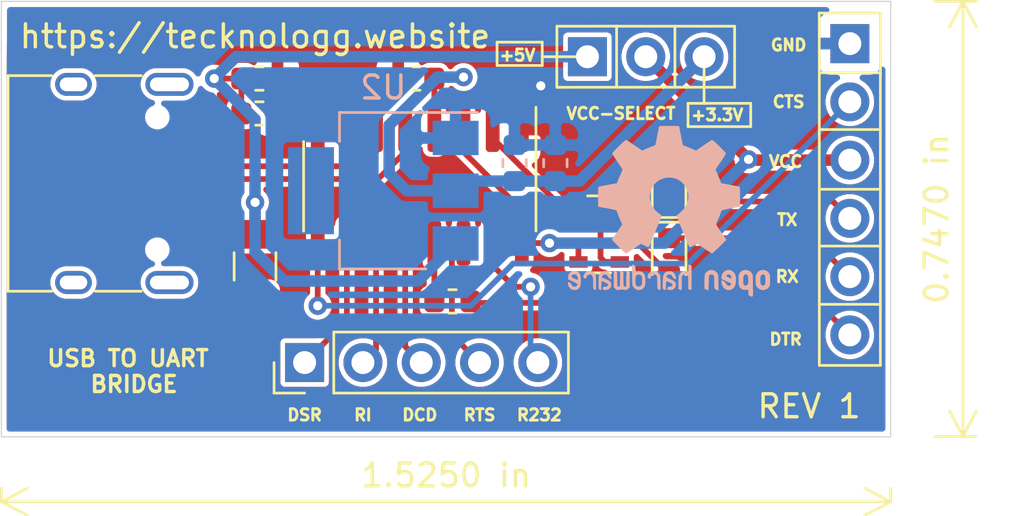
<source format=kicad_pcb>
(kicad_pcb (version 20171130) (host pcbnew "(5.1.6)-1")

  (general
    (thickness 1.6)
    (drawings 49)
    (tracks 118)
    (zones 0)
    (modules 17)
    (nets 29)
  )

  (page A4)
  (layers
    (0 F.Cu signal)
    (31 B.Cu signal)
    (32 B.Adhes user)
    (33 F.Adhes user)
    (34 B.Paste user)
    (35 F.Paste user)
    (36 B.SilkS user)
    (37 F.SilkS user)
    (38 B.Mask user)
    (39 F.Mask user)
    (40 Dwgs.User user hide)
    (41 Cmts.User user)
    (42 Eco1.User user)
    (43 Eco2.User user)
    (44 Edge.Cuts user)
    (45 Margin user)
    (46 B.CrtYd user hide)
    (47 F.CrtYd user hide)
    (48 B.Fab user hide)
    (49 F.Fab user hide)
  )

  (setup
    (last_trace_width 0.25)
    (user_trace_width 0.5)
    (user_trace_width 0.7)
    (trace_clearance 0.2)
    (zone_clearance 0.208)
    (zone_45_only no)
    (trace_min 0.2)
    (via_size 0.8)
    (via_drill 0.4)
    (via_min_size 0.4)
    (via_min_drill 0.3)
    (uvia_size 0.3)
    (uvia_drill 0.1)
    (uvias_allowed no)
    (uvia_min_size 0.2)
    (uvia_min_drill 0.1)
    (edge_width 0.05)
    (segment_width 0.2)
    (pcb_text_width 0.3)
    (pcb_text_size 1.5 1.5)
    (mod_edge_width 0.12)
    (mod_text_size 1 1)
    (mod_text_width 0.15)
    (pad_size 1.524 1.524)
    (pad_drill 0.762)
    (pad_to_mask_clearance 0.05)
    (aux_axis_origin 0 0)
    (visible_elements 7FFFF7FF)
    (pcbplotparams
      (layerselection 0x010fc_ffffffff)
      (usegerberextensions false)
      (usegerberattributes true)
      (usegerberadvancedattributes true)
      (creategerberjobfile true)
      (excludeedgelayer true)
      (linewidth 0.100000)
      (plotframeref false)
      (viasonmask false)
      (mode 1)
      (useauxorigin false)
      (hpglpennumber 1)
      (hpglpenspeed 20)
      (hpglpendiameter 15.000000)
      (psnegative false)
      (psa4output false)
      (plotreference true)
      (plotvalue true)
      (plotinvisibletext false)
      (padsonsilk false)
      (subtractmaskfromsilk false)
      (outputformat 1)
      (mirror false)
      (drillshape 0)
      (scaleselection 1)
      (outputdirectory "gerbers/"))
  )

  (net 0 "")
  (net 1 +5V)
  (net 2 GND)
  (net 3 +3V3)
  (net 4 /DTR)
  (net 5 "Net-(C5-Pad2)")
  (net 6 "Net-(D1-Pad2)")
  (net 7 /RX)
  (net 8 /TX)
  (net 9 "Net-(D2-Pad2)")
  (net 10 "Net-(F1-Pad2)")
  (net 11 "Net-(J1-PadB8)")
  (net 12 "Net-(J1-PadA5)")
  (net 13 /D-)
  (net 14 /D+)
  (net 15 "Net-(J1-PadA8)")
  (net 16 "Net-(J1-PadB5)")
  (net 17 "Net-(J1-PadS1)")
  (net 18 /VCC)
  (net 19 /CTS)
  (net 20 "Net-(RN1-Pad1)")
  (net 21 "Net-(U1-Pad8)")
  (net 22 "Net-(U1-Pad7)")
  (net 23 "Net-(RN1-Pad2)")
  (net 24 /R232)
  (net 25 /RTS)
  (net 26 /DCD)
  (net 27 /RI)
  (net 28 /DSR)

  (net_class Default "This is the default net class."
    (clearance 0.2)
    (trace_width 0.25)
    (via_dia 0.8)
    (via_drill 0.4)
    (uvia_dia 0.3)
    (uvia_drill 0.1)
    (add_net +3V3)
    (add_net +5V)
    (add_net /CTS)
    (add_net /D+)
    (add_net /D-)
    (add_net /DCD)
    (add_net /DSR)
    (add_net /DTR)
    (add_net /R232)
    (add_net /RI)
    (add_net /RTS)
    (add_net /RX)
    (add_net /TX)
    (add_net /VCC)
    (add_net GND)
    (add_net "Net-(C5-Pad2)")
    (add_net "Net-(D1-Pad2)")
    (add_net "Net-(D2-Pad2)")
    (add_net "Net-(F1-Pad2)")
    (add_net "Net-(J1-PadA5)")
    (add_net "Net-(J1-PadA8)")
    (add_net "Net-(J1-PadB5)")
    (add_net "Net-(J1-PadB8)")
    (add_net "Net-(J1-PadS1)")
    (add_net "Net-(RN1-Pad1)")
    (add_net "Net-(RN1-Pad2)")
    (add_net "Net-(U1-Pad7)")
    (add_net "Net-(U1-Pad8)")
  )

  (module Connector_PinHeader_2.54mm:PinHeader_1x05_P2.54mm_Vertical (layer F.Cu) (tedit 59FED5CC) (tstamp 5EF1D8D4)
    (at 181.483 54.864 90)
    (descr "Through hole straight pin header, 1x05, 2.54mm pitch, single row")
    (tags "Through hole pin header THT 1x05 2.54mm single row")
    (path /5EFFF32F)
    (fp_text reference J4 (at 0 -2.33 90) (layer F.SilkS) hide
      (effects (font (size 1 1) (thickness 0.15)))
    )
    (fp_text value "EXTRA pins" (at 0 12.49 90) (layer F.Fab)
      (effects (font (size 1 1) (thickness 0.15)))
    )
    (fp_line (start -0.635 -1.27) (end 1.27 -1.27) (layer F.Fab) (width 0.1))
    (fp_line (start 1.27 -1.27) (end 1.27 11.43) (layer F.Fab) (width 0.1))
    (fp_line (start 1.27 11.43) (end -1.27 11.43) (layer F.Fab) (width 0.1))
    (fp_line (start -1.27 11.43) (end -1.27 -0.635) (layer F.Fab) (width 0.1))
    (fp_line (start -1.27 -0.635) (end -0.635 -1.27) (layer F.Fab) (width 0.1))
    (fp_line (start -1.33 11.49) (end 1.33 11.49) (layer F.SilkS) (width 0.12))
    (fp_line (start -1.33 1.27) (end -1.33 11.49) (layer F.SilkS) (width 0.12))
    (fp_line (start 1.33 1.27) (end 1.33 11.49) (layer F.SilkS) (width 0.12))
    (fp_line (start -1.33 1.27) (end 1.33 1.27) (layer F.SilkS) (width 0.12))
    (fp_line (start -1.33 0) (end -1.33 -1.33) (layer F.SilkS) (width 0.12))
    (fp_line (start -1.33 -1.33) (end 0 -1.33) (layer F.SilkS) (width 0.12))
    (fp_line (start -1.8 -1.8) (end -1.8 11.95) (layer F.CrtYd) (width 0.05))
    (fp_line (start -1.8 11.95) (end 1.8 11.95) (layer F.CrtYd) (width 0.05))
    (fp_line (start 1.8 11.95) (end 1.8 -1.8) (layer F.CrtYd) (width 0.05))
    (fp_line (start 1.8 -1.8) (end -1.8 -1.8) (layer F.CrtYd) (width 0.05))
    (fp_text user %R (at 0 5.08) (layer F.Fab)
      (effects (font (size 1 1) (thickness 0.15)))
    )
    (pad 5 thru_hole oval (at 0 10.16 90) (size 1.7 1.7) (drill 1) (layers *.Cu *.Mask)
      (net 24 /R232))
    (pad 4 thru_hole oval (at 0 7.62 90) (size 1.7 1.7) (drill 1) (layers *.Cu *.Mask)
      (net 25 /RTS))
    (pad 3 thru_hole oval (at 0 5.08 90) (size 1.7 1.7) (drill 1) (layers *.Cu *.Mask)
      (net 26 /DCD))
    (pad 2 thru_hole oval (at 0 2.54 90) (size 1.7 1.7) (drill 1) (layers *.Cu *.Mask)
      (net 27 /RI))
    (pad 1 thru_hole rect (at 0 0 90) (size 1.7 1.7) (drill 1) (layers *.Cu *.Mask)
      (net 28 /DSR))
    (model ${KISYS3DMOD}/Connector_PinHeader_2.54mm.3dshapes/PinHeader_1x05_P2.54mm_Vertical.wrl
      (at (xyz 0 0 0))
      (scale (xyz 1 1 1))
      (rotate (xyz 0 0 0))
    )
  )

  (module Symbol:OSHW-Logo2_9.8x8mm_SilkScreen (layer B.Cu) (tedit 0) (tstamp 5EF0A27F)
    (at 197.358 48.26 180)
    (descr "Open Source Hardware Symbol")
    (tags "Logo Symbol OSHW")
    (attr virtual)
    (fp_text reference REF** (at 0 0) (layer B.SilkS) hide
      (effects (font (size 1 1) (thickness 0.15)) (justify mirror))
    )
    (fp_text value OSHW-Logo2_9.8x8mm_SilkScreen (at 0.75 0) (layer B.Fab) hide
      (effects (font (size 1 1) (thickness 0.15)) (justify mirror))
    )
    (fp_poly (pts (xy -3.231114 -2.584505) (xy -3.156461 -2.621727) (xy -3.090569 -2.690261) (xy -3.072423 -2.715648)
      (xy -3.052655 -2.748866) (xy -3.039828 -2.784945) (xy -3.03249 -2.833098) (xy -3.029187 -2.902536)
      (xy -3.028462 -2.994206) (xy -3.031737 -3.11983) (xy -3.043123 -3.214154) (xy -3.064959 -3.284523)
      (xy -3.099581 -3.338286) (xy -3.14933 -3.382788) (xy -3.152986 -3.385423) (xy -3.202015 -3.412377)
      (xy -3.261055 -3.425712) (xy -3.336141 -3.429) (xy -3.458205 -3.429) (xy -3.458256 -3.547497)
      (xy -3.459392 -3.613492) (xy -3.466314 -3.652202) (xy -3.484402 -3.675419) (xy -3.519038 -3.694933)
      (xy -3.527355 -3.69892) (xy -3.56628 -3.717603) (xy -3.596417 -3.729403) (xy -3.618826 -3.730422)
      (xy -3.634567 -3.716761) (xy -3.644698 -3.684522) (xy -3.650277 -3.629804) (xy -3.652365 -3.548711)
      (xy -3.652019 -3.437344) (xy -3.6503 -3.291802) (xy -3.649763 -3.248269) (xy -3.647828 -3.098205)
      (xy -3.646096 -3.000042) (xy -3.458308 -3.000042) (xy -3.457252 -3.083364) (xy -3.452562 -3.13788)
      (xy -3.441949 -3.173837) (xy -3.423128 -3.201482) (xy -3.41035 -3.214965) (xy -3.35811 -3.254417)
      (xy -3.311858 -3.257628) (xy -3.264133 -3.225049) (xy -3.262923 -3.223846) (xy -3.243506 -3.198668)
      (xy -3.231693 -3.164447) (xy -3.225735 -3.111748) (xy -3.22388 -3.031131) (xy -3.223846 -3.013271)
      (xy -3.22833 -2.902175) (xy -3.242926 -2.825161) (xy -3.26935 -2.778147) (xy -3.309317 -2.75705)
      (xy -3.332416 -2.754923) (xy -3.387238 -2.7649) (xy -3.424842 -2.797752) (xy -3.447477 -2.857857)
      (xy -3.457394 -2.949598) (xy -3.458308 -3.000042) (xy -3.646096 -3.000042) (xy -3.645778 -2.98206)
      (xy -3.643127 -2.894679) (xy -3.639394 -2.830905) (xy -3.634093 -2.785582) (xy -3.626742 -2.753555)
      (xy -3.616857 -2.729668) (xy -3.603954 -2.708764) (xy -3.598421 -2.700898) (xy -3.525031 -2.626595)
      (xy -3.43224 -2.584467) (xy -3.324904 -2.572722) (xy -3.231114 -2.584505)) (layer B.SilkS) (width 0.01))
    (fp_poly (pts (xy -1.728336 -2.595089) (xy -1.665633 -2.631358) (xy -1.622039 -2.667358) (xy -1.590155 -2.705075)
      (xy -1.56819 -2.751199) (xy -1.554351 -2.812421) (xy -1.546847 -2.895431) (xy -1.543883 -3.006919)
      (xy -1.543539 -3.087062) (xy -1.543539 -3.382065) (xy -1.709615 -3.456515) (xy -1.719385 -3.133402)
      (xy -1.723421 -3.012729) (xy -1.727656 -2.925141) (xy -1.732903 -2.86465) (xy -1.739975 -2.825268)
      (xy -1.749689 -2.801007) (xy -1.762856 -2.78588) (xy -1.767081 -2.782606) (xy -1.831091 -2.757034)
      (xy -1.895792 -2.767153) (xy -1.934308 -2.794) (xy -1.949975 -2.813024) (xy -1.96082 -2.837988)
      (xy -1.967712 -2.875834) (xy -1.971521 -2.933502) (xy -1.973117 -3.017935) (xy -1.973385 -3.105928)
      (xy -1.973437 -3.216323) (xy -1.975328 -3.294463) (xy -1.981655 -3.347165) (xy -1.995017 -3.381242)
      (xy -2.018015 -3.403511) (xy -2.053246 -3.420787) (xy -2.100303 -3.438738) (xy -2.151697 -3.458278)
      (xy -2.145579 -3.111485) (xy -2.143116 -2.986468) (xy -2.140233 -2.894082) (xy -2.136102 -2.827881)
      (xy -2.129893 -2.78142) (xy -2.120774 -2.748256) (xy -2.107917 -2.721944) (xy -2.092416 -2.698729)
      (xy -2.017629 -2.624569) (xy -1.926372 -2.581684) (xy -1.827117 -2.571412) (xy -1.728336 -2.595089)) (layer B.SilkS) (width 0.01))
    (fp_poly (pts (xy -3.983114 -2.587256) (xy -3.891536 -2.635409) (xy -3.823951 -2.712905) (xy -3.799943 -2.762727)
      (xy -3.781262 -2.837533) (xy -3.771699 -2.932052) (xy -3.770792 -3.03521) (xy -3.778079 -3.135935)
      (xy -3.793097 -3.223153) (xy -3.815385 -3.285791) (xy -3.822235 -3.296579) (xy -3.903368 -3.377105)
      (xy -3.999734 -3.425336) (xy -4.104299 -3.43945) (xy -4.210032 -3.417629) (xy -4.239457 -3.404547)
      (xy -4.296759 -3.364231) (xy -4.34705 -3.310775) (xy -4.351803 -3.303995) (xy -4.371122 -3.271321)
      (xy -4.383892 -3.236394) (xy -4.391436 -3.190414) (xy -4.395076 -3.124584) (xy -4.396135 -3.030105)
      (xy -4.396154 -3.008923) (xy -4.396106 -3.002182) (xy -4.200769 -3.002182) (xy -4.199632 -3.091349)
      (xy -4.195159 -3.15052) (xy -4.185754 -3.188741) (xy -4.169824 -3.215053) (xy -4.161692 -3.223846)
      (xy -4.114942 -3.257261) (xy -4.069553 -3.255737) (xy -4.02366 -3.226752) (xy -3.996288 -3.195809)
      (xy -3.980077 -3.150643) (xy -3.970974 -3.07942) (xy -3.970349 -3.071114) (xy -3.968796 -2.942037)
      (xy -3.985035 -2.846172) (xy -4.018848 -2.784107) (xy -4.070016 -2.756432) (xy -4.08828 -2.754923)
      (xy -4.13624 -2.762513) (xy -4.169047 -2.788808) (xy -4.189105 -2.839095) (xy -4.198822 -2.918664)
      (xy -4.200769 -3.002182) (xy -4.396106 -3.002182) (xy -4.395426 -2.908249) (xy -4.392371 -2.837906)
      (xy -4.385678 -2.789163) (xy -4.37404 -2.753288) (xy -4.356147 -2.721548) (xy -4.352192 -2.715648)
      (xy -4.285733 -2.636104) (xy -4.213315 -2.589929) (xy -4.125151 -2.571599) (xy -4.095213 -2.570703)
      (xy -3.983114 -2.587256)) (layer B.SilkS) (width 0.01))
    (fp_poly (pts (xy -2.465746 -2.599745) (xy -2.388714 -2.651567) (xy -2.329184 -2.726412) (xy -2.293622 -2.821654)
      (xy -2.286429 -2.891756) (xy -2.287246 -2.921009) (xy -2.294086 -2.943407) (xy -2.312888 -2.963474)
      (xy -2.349592 -2.985733) (xy -2.410138 -3.014709) (xy -2.500466 -3.054927) (xy -2.500923 -3.055129)
      (xy -2.584067 -3.09321) (xy -2.652247 -3.127025) (xy -2.698495 -3.152933) (xy -2.715842 -3.167295)
      (xy -2.715846 -3.167411) (xy -2.700557 -3.198685) (xy -2.664804 -3.233157) (xy -2.623758 -3.25799)
      (xy -2.602963 -3.262923) (xy -2.54623 -3.245862) (xy -2.497373 -3.203133) (xy -2.473535 -3.156155)
      (xy -2.450603 -3.121522) (xy -2.405682 -3.082081) (xy -2.352877 -3.048009) (xy -2.30629 -3.02948)
      (xy -2.296548 -3.028462) (xy -2.285582 -3.045215) (xy -2.284921 -3.088039) (xy -2.29298 -3.145781)
      (xy -2.308173 -3.207289) (xy -2.328914 -3.261409) (xy -2.329962 -3.26351) (xy -2.392379 -3.35066)
      (xy -2.473274 -3.409939) (xy -2.565144 -3.439034) (xy -2.660487 -3.435634) (xy -2.751802 -3.397428)
      (xy -2.755862 -3.394741) (xy -2.827694 -3.329642) (xy -2.874927 -3.244705) (xy -2.901066 -3.133021)
      (xy -2.904574 -3.101643) (xy -2.910787 -2.953536) (xy -2.903339 -2.884468) (xy -2.715846 -2.884468)
      (xy -2.71341 -2.927552) (xy -2.700086 -2.940126) (xy -2.666868 -2.930719) (xy -2.614506 -2.908483)
      (xy -2.555976 -2.88061) (xy -2.554521 -2.879872) (xy -2.504911 -2.853777) (xy -2.485 -2.836363)
      (xy -2.48991 -2.818107) (xy -2.510584 -2.79412) (xy -2.563181 -2.759406) (xy -2.619823 -2.756856)
      (xy -2.670631 -2.782119) (xy -2.705724 -2.830847) (xy -2.715846 -2.884468) (xy -2.903339 -2.884468)
      (xy -2.898008 -2.835036) (xy -2.865222 -2.741055) (xy -2.819579 -2.675215) (xy -2.737198 -2.608681)
      (xy -2.646454 -2.575676) (xy -2.553815 -2.573573) (xy -2.465746 -2.599745)) (layer B.SilkS) (width 0.01))
    (fp_poly (pts (xy -0.840154 -2.49212) (xy -0.834428 -2.57198) (xy -0.827851 -2.619039) (xy -0.818738 -2.639566)
      (xy -0.805402 -2.639829) (xy -0.801077 -2.637378) (xy -0.743556 -2.619636) (xy -0.668732 -2.620672)
      (xy -0.592661 -2.63891) (xy -0.545082 -2.662505) (xy -0.496298 -2.700198) (xy -0.460636 -2.742855)
      (xy -0.436155 -2.797057) (xy -0.420913 -2.869384) (xy -0.41297 -2.966419) (xy -0.410384 -3.094742)
      (xy -0.410338 -3.119358) (xy -0.410308 -3.39587) (xy -0.471839 -3.41732) (xy -0.515541 -3.431912)
      (xy -0.539518 -3.438706) (xy -0.540223 -3.438769) (xy -0.542585 -3.420345) (xy -0.544594 -3.369526)
      (xy -0.546099 -3.292993) (xy -0.546947 -3.19743) (xy -0.547077 -3.139329) (xy -0.547349 -3.024771)
      (xy -0.548748 -2.942667) (xy -0.552151 -2.886393) (xy -0.558433 -2.849326) (xy -0.568471 -2.824844)
      (xy -0.583139 -2.806325) (xy -0.592298 -2.797406) (xy -0.655211 -2.761466) (xy -0.723864 -2.758775)
      (xy -0.786152 -2.78917) (xy -0.797671 -2.800144) (xy -0.814567 -2.820779) (xy -0.826286 -2.845256)
      (xy -0.833767 -2.880647) (xy -0.837946 -2.934026) (xy -0.839763 -3.012466) (xy -0.840154 -3.120617)
      (xy -0.840154 -3.39587) (xy -0.901685 -3.41732) (xy -0.945387 -3.431912) (xy -0.969364 -3.438706)
      (xy -0.97007 -3.438769) (xy -0.971874 -3.420069) (xy -0.9735 -3.367322) (xy -0.974883 -3.285557)
      (xy -0.975958 -3.179805) (xy -0.97666 -3.055094) (xy -0.976923 -2.916455) (xy -0.976923 -2.381806)
      (xy -0.849923 -2.328236) (xy -0.840154 -2.49212)) (layer B.SilkS) (width 0.01))
    (fp_poly (pts (xy 0.053501 -2.626303) (xy 0.13006 -2.654733) (xy 0.130936 -2.655279) (xy 0.178285 -2.690127)
      (xy 0.213241 -2.730852) (xy 0.237825 -2.783925) (xy 0.254062 -2.855814) (xy 0.263975 -2.952992)
      (xy 0.269586 -3.081928) (xy 0.270077 -3.100298) (xy 0.277141 -3.377287) (xy 0.217695 -3.408028)
      (xy 0.174681 -3.428802) (xy 0.14871 -3.438646) (xy 0.147509 -3.438769) (xy 0.143014 -3.420606)
      (xy 0.139444 -3.371612) (xy 0.137248 -3.300031) (xy 0.136769 -3.242068) (xy 0.136758 -3.14817)
      (xy 0.132466 -3.089203) (xy 0.117503 -3.061079) (xy 0.085482 -3.059706) (xy 0.030014 -3.080998)
      (xy -0.053731 -3.120136) (xy -0.115311 -3.152643) (xy -0.146983 -3.180845) (xy -0.156294 -3.211582)
      (xy -0.156308 -3.213104) (xy -0.140943 -3.266054) (xy -0.095453 -3.29466) (xy -0.025834 -3.298803)
      (xy 0.024313 -3.298084) (xy 0.050754 -3.312527) (xy 0.067243 -3.347218) (xy 0.076733 -3.391416)
      (xy 0.063057 -3.416493) (xy 0.057907 -3.420082) (xy 0.009425 -3.434496) (xy -0.058469 -3.436537)
      (xy -0.128388 -3.426983) (xy -0.177932 -3.409522) (xy -0.24643 -3.351364) (xy -0.285366 -3.270408)
      (xy -0.293077 -3.20716) (xy -0.287193 -3.150111) (xy -0.265899 -3.103542) (xy -0.223735 -3.062181)
      (xy -0.155241 -3.020755) (xy -0.054956 -2.973993) (xy -0.048846 -2.97135) (xy 0.04149 -2.929617)
      (xy 0.097235 -2.895391) (xy 0.121129 -2.864635) (xy 0.115913 -2.833311) (xy 0.084328 -2.797383)
      (xy 0.074883 -2.789116) (xy 0.011617 -2.757058) (xy -0.053936 -2.758407) (xy -0.111028 -2.789838)
      (xy -0.148907 -2.848024) (xy -0.152426 -2.859446) (xy -0.1867 -2.914837) (xy -0.230191 -2.941518)
      (xy -0.293077 -2.96796) (xy -0.293077 -2.899548) (xy -0.273948 -2.80011) (xy -0.217169 -2.708902)
      (xy -0.187622 -2.678389) (xy -0.120458 -2.639228) (xy -0.035044 -2.6215) (xy 0.053501 -2.626303)) (layer B.SilkS) (width 0.01))
    (fp_poly (pts (xy 0.713362 -2.62467) (xy 0.802117 -2.657421) (xy 0.874022 -2.71535) (xy 0.902144 -2.756128)
      (xy 0.932802 -2.830954) (xy 0.932165 -2.885058) (xy 0.899987 -2.921446) (xy 0.888081 -2.927633)
      (xy 0.836675 -2.946925) (xy 0.810422 -2.941982) (xy 0.80153 -2.909587) (xy 0.801077 -2.891692)
      (xy 0.784797 -2.825859) (xy 0.742365 -2.779807) (xy 0.683388 -2.757564) (xy 0.617475 -2.763161)
      (xy 0.563895 -2.792229) (xy 0.545798 -2.80881) (xy 0.532971 -2.828925) (xy 0.524306 -2.859332)
      (xy 0.518696 -2.906788) (xy 0.515035 -2.97805) (xy 0.512215 -3.079875) (xy 0.511484 -3.112115)
      (xy 0.50882 -3.22241) (xy 0.505792 -3.300036) (xy 0.50125 -3.351396) (xy 0.494046 -3.38289)
      (xy 0.483033 -3.40092) (xy 0.46706 -3.411888) (xy 0.456834 -3.416733) (xy 0.413406 -3.433301)
      (xy 0.387842 -3.438769) (xy 0.379395 -3.420507) (xy 0.374239 -3.365296) (xy 0.372346 -3.272499)
      (xy 0.373689 -3.141478) (xy 0.374107 -3.121269) (xy 0.377058 -3.001733) (xy 0.380548 -2.914449)
      (xy 0.385514 -2.852591) (xy 0.392893 -2.809336) (xy 0.403624 -2.77786) (xy 0.418645 -2.751339)
      (xy 0.426502 -2.739975) (xy 0.471553 -2.689692) (xy 0.52194 -2.650581) (xy 0.528108 -2.647167)
      (xy 0.618458 -2.620212) (xy 0.713362 -2.62467)) (layer B.SilkS) (width 0.01))
    (fp_poly (pts (xy 1.602081 -2.780289) (xy 1.601833 -2.92632) (xy 1.600872 -3.038655) (xy 1.598794 -3.122678)
      (xy 1.595193 -3.183769) (xy 1.589665 -3.227309) (xy 1.581804 -3.258679) (xy 1.571207 -3.283262)
      (xy 1.563182 -3.297294) (xy 1.496728 -3.373388) (xy 1.41247 -3.421084) (xy 1.319249 -3.438199)
      (xy 1.2259 -3.422546) (xy 1.170312 -3.394418) (xy 1.111957 -3.34576) (xy 1.072186 -3.286333)
      (xy 1.04819 -3.208507) (xy 1.037161 -3.104652) (xy 1.035599 -3.028462) (xy 1.035809 -3.022986)
      (xy 1.172308 -3.022986) (xy 1.173141 -3.110355) (xy 1.176961 -3.168192) (xy 1.185746 -3.206029)
      (xy 1.201474 -3.233398) (xy 1.220266 -3.254042) (xy 1.283375 -3.29389) (xy 1.351137 -3.297295)
      (xy 1.415179 -3.264025) (xy 1.420164 -3.259517) (xy 1.441439 -3.236067) (xy 1.454779 -3.208166)
      (xy 1.462001 -3.166641) (xy 1.464923 -3.102316) (xy 1.465385 -3.0312) (xy 1.464383 -2.941858)
      (xy 1.460238 -2.882258) (xy 1.451236 -2.843089) (xy 1.435667 -2.81504) (xy 1.422902 -2.800144)
      (xy 1.3636 -2.762575) (xy 1.295301 -2.758057) (xy 1.23011 -2.786753) (xy 1.217528 -2.797406)
      (xy 1.196111 -2.821063) (xy 1.182744 -2.849251) (xy 1.175566 -2.891245) (xy 1.172719 -2.956319)
      (xy 1.172308 -3.022986) (xy 1.035809 -3.022986) (xy 1.040322 -2.905765) (xy 1.056362 -2.813577)
      (xy 1.086528 -2.744269) (xy 1.133629 -2.690211) (xy 1.170312 -2.662505) (xy 1.23699 -2.632572)
      (xy 1.314272 -2.618678) (xy 1.38611 -2.622397) (xy 1.426308 -2.6374) (xy 1.442082 -2.64167)
      (xy 1.45255 -2.62575) (xy 1.459856 -2.583089) (xy 1.465385 -2.518106) (xy 1.471437 -2.445732)
      (xy 1.479844 -2.402187) (xy 1.495141 -2.377287) (xy 1.521864 -2.360845) (xy 1.538654 -2.353564)
      (xy 1.602154 -2.326963) (xy 1.602081 -2.780289)) (layer B.SilkS) (width 0.01))
    (fp_poly (pts (xy 2.395929 -2.636662) (xy 2.398911 -2.688068) (xy 2.401247 -2.766192) (xy 2.402749 -2.864857)
      (xy 2.403231 -2.968343) (xy 2.403231 -3.318533) (xy 2.341401 -3.380363) (xy 2.298793 -3.418462)
      (xy 2.26139 -3.433895) (xy 2.21027 -3.432918) (xy 2.189978 -3.430433) (xy 2.126554 -3.4232)
      (xy 2.074095 -3.419055) (xy 2.061308 -3.418672) (xy 2.018199 -3.421176) (xy 1.956544 -3.427462)
      (xy 1.932638 -3.430433) (xy 1.873922 -3.435028) (xy 1.834464 -3.425046) (xy 1.795338 -3.394228)
      (xy 1.781215 -3.380363) (xy 1.719385 -3.318533) (xy 1.719385 -2.663503) (xy 1.76915 -2.640829)
      (xy 1.812002 -2.624034) (xy 1.837073 -2.618154) (xy 1.843501 -2.636736) (xy 1.849509 -2.688655)
      (xy 1.854697 -2.768172) (xy 1.858664 -2.869546) (xy 1.860577 -2.955192) (xy 1.865923 -3.292231)
      (xy 1.91256 -3.298825) (xy 1.954976 -3.294214) (xy 1.97576 -3.279287) (xy 1.98157 -3.251377)
      (xy 1.98653 -3.191925) (xy 1.990246 -3.108466) (xy 1.992324 -3.008532) (xy 1.992624 -2.957104)
      (xy 1.992923 -2.661054) (xy 2.054454 -2.639604) (xy 2.098004 -2.62502) (xy 2.121694 -2.618219)
      (xy 2.122377 -2.618154) (xy 2.124754 -2.636642) (xy 2.127366 -2.687906) (xy 2.129995 -2.765649)
      (xy 2.132421 -2.863574) (xy 2.134115 -2.955192) (xy 2.139461 -3.292231) (xy 2.256692 -3.292231)
      (xy 2.262072 -2.984746) (xy 2.267451 -2.677261) (xy 2.324601 -2.647707) (xy 2.366797 -2.627413)
      (xy 2.39177 -2.618204) (xy 2.392491 -2.618154) (xy 2.395929 -2.636662)) (layer B.SilkS) (width 0.01))
    (fp_poly (pts (xy 2.887333 -2.633528) (xy 2.94359 -2.659117) (xy 2.987747 -2.690124) (xy 3.020101 -2.724795)
      (xy 3.042438 -2.76952) (xy 3.056546 -2.830692) (xy 3.064211 -2.914701) (xy 3.06722 -3.02794)
      (xy 3.067538 -3.102509) (xy 3.067538 -3.39342) (xy 3.017773 -3.416095) (xy 2.978576 -3.432667)
      (xy 2.959157 -3.438769) (xy 2.955442 -3.42061) (xy 2.952495 -3.371648) (xy 2.950691 -3.300153)
      (xy 2.950308 -3.243385) (xy 2.948661 -3.161371) (xy 2.944222 -3.096309) (xy 2.93774 -3.056467)
      (xy 2.93259 -3.048) (xy 2.897977 -3.056646) (xy 2.84364 -3.078823) (xy 2.780722 -3.108886)
      (xy 2.720368 -3.141192) (xy 2.673721 -3.170098) (xy 2.651926 -3.189961) (xy 2.651839 -3.190175)
      (xy 2.653714 -3.226935) (xy 2.670525 -3.262026) (xy 2.700039 -3.290528) (xy 2.743116 -3.300061)
      (xy 2.779932 -3.29895) (xy 2.832074 -3.298133) (xy 2.859444 -3.310349) (xy 2.875882 -3.342624)
      (xy 2.877955 -3.34871) (xy 2.885081 -3.394739) (xy 2.866024 -3.422687) (xy 2.816353 -3.436007)
      (xy 2.762697 -3.43847) (xy 2.666142 -3.42021) (xy 2.616159 -3.394131) (xy 2.554429 -3.332868)
      (xy 2.52169 -3.25767) (xy 2.518753 -3.178211) (xy 2.546424 -3.104167) (xy 2.588047 -3.057769)
      (xy 2.629604 -3.031793) (xy 2.694922 -2.998907) (xy 2.771038 -2.965557) (xy 2.783726 -2.960461)
      (xy 2.867333 -2.923565) (xy 2.91553 -2.891046) (xy 2.93103 -2.858718) (xy 2.91655 -2.822394)
      (xy 2.891692 -2.794) (xy 2.832939 -2.759039) (xy 2.768293 -2.756417) (xy 2.709008 -2.783358)
      (xy 2.666339 -2.837088) (xy 2.660739 -2.85095) (xy 2.628133 -2.901936) (xy 2.58053 -2.939787)
      (xy 2.520461 -2.97085) (xy 2.520461 -2.882768) (xy 2.523997 -2.828951) (xy 2.539156 -2.786534)
      (xy 2.572768 -2.741279) (xy 2.605035 -2.70642) (xy 2.655209 -2.657062) (xy 2.694193 -2.630547)
      (xy 2.736064 -2.619911) (xy 2.78346 -2.618154) (xy 2.887333 -2.633528)) (layer B.SilkS) (width 0.01))
    (fp_poly (pts (xy 3.570807 -2.636782) (xy 3.594161 -2.646988) (xy 3.649902 -2.691134) (xy 3.697569 -2.754967)
      (xy 3.727048 -2.823087) (xy 3.731846 -2.85667) (xy 3.71576 -2.903556) (xy 3.680475 -2.928365)
      (xy 3.642644 -2.943387) (xy 3.625321 -2.946155) (xy 3.616886 -2.926066) (xy 3.60023 -2.882351)
      (xy 3.592923 -2.862598) (xy 3.551948 -2.794271) (xy 3.492622 -2.760191) (xy 3.416552 -2.761239)
      (xy 3.410918 -2.762581) (xy 3.370305 -2.781836) (xy 3.340448 -2.819375) (xy 3.320055 -2.879809)
      (xy 3.307836 -2.967751) (xy 3.3025 -3.087813) (xy 3.302 -3.151698) (xy 3.301752 -3.252403)
      (xy 3.300126 -3.321054) (xy 3.295801 -3.364673) (xy 3.287454 -3.390282) (xy 3.273765 -3.404903)
      (xy 3.253411 -3.415558) (xy 3.252234 -3.416095) (xy 3.213038 -3.432667) (xy 3.193619 -3.438769)
      (xy 3.190635 -3.420319) (xy 3.188081 -3.369323) (xy 3.18614 -3.292308) (xy 3.184997 -3.195805)
      (xy 3.184769 -3.125184) (xy 3.185932 -2.988525) (xy 3.190479 -2.884851) (xy 3.199999 -2.808108)
      (xy 3.216081 -2.752246) (xy 3.240313 -2.711212) (xy 3.274286 -2.678954) (xy 3.307833 -2.65644)
      (xy 3.388499 -2.626476) (xy 3.482381 -2.619718) (xy 3.570807 -2.636782)) (layer B.SilkS) (width 0.01))
    (fp_poly (pts (xy 4.245224 -2.647838) (xy 4.322528 -2.698361) (xy 4.359814 -2.74359) (xy 4.389353 -2.825663)
      (xy 4.391699 -2.890607) (xy 4.386385 -2.977445) (xy 4.186115 -3.065103) (xy 4.088739 -3.109887)
      (xy 4.025113 -3.145913) (xy 3.992029 -3.177117) (xy 3.98628 -3.207436) (xy 4.004658 -3.240805)
      (xy 4.024923 -3.262923) (xy 4.083889 -3.298393) (xy 4.148024 -3.300879) (xy 4.206926 -3.273235)
      (xy 4.250197 -3.21832) (xy 4.257936 -3.198928) (xy 4.295006 -3.138364) (xy 4.337654 -3.112552)
      (xy 4.396154 -3.090471) (xy 4.396154 -3.174184) (xy 4.390982 -3.23115) (xy 4.370723 -3.279189)
      (xy 4.328262 -3.334346) (xy 4.321951 -3.341514) (xy 4.27472 -3.390585) (xy 4.234121 -3.41692)
      (xy 4.183328 -3.429035) (xy 4.14122 -3.433003) (xy 4.065902 -3.433991) (xy 4.012286 -3.421466)
      (xy 3.978838 -3.402869) (xy 3.926268 -3.361975) (xy 3.889879 -3.317748) (xy 3.86685 -3.262126)
      (xy 3.854359 -3.187047) (xy 3.849587 -3.084449) (xy 3.849206 -3.032376) (xy 3.850501 -2.969948)
      (xy 3.968471 -2.969948) (xy 3.969839 -3.003438) (xy 3.973249 -3.008923) (xy 3.995753 -3.001472)
      (xy 4.044182 -2.981753) (xy 4.108908 -2.953718) (xy 4.122443 -2.947692) (xy 4.204244 -2.906096)
      (xy 4.249312 -2.869538) (xy 4.259217 -2.835296) (xy 4.235526 -2.800648) (xy 4.21596 -2.785339)
      (xy 4.14536 -2.754721) (xy 4.07928 -2.75978) (xy 4.023959 -2.797151) (xy 3.985636 -2.863473)
      (xy 3.973349 -2.916116) (xy 3.968471 -2.969948) (xy 3.850501 -2.969948) (xy 3.85173 -2.91072)
      (xy 3.861032 -2.82071) (xy 3.87946 -2.755167) (xy 3.90936 -2.706912) (xy 3.95308 -2.668767)
      (xy 3.972141 -2.65644) (xy 4.058726 -2.624336) (xy 4.153522 -2.622316) (xy 4.245224 -2.647838)) (layer B.SilkS) (width 0.01))
    (fp_poly (pts (xy 0.139878 3.712224) (xy 0.245612 3.711645) (xy 0.322132 3.710078) (xy 0.374372 3.707028)
      (xy 0.407263 3.702004) (xy 0.425737 3.694511) (xy 0.434727 3.684056) (xy 0.439163 3.670147)
      (xy 0.439594 3.668346) (xy 0.446333 3.635855) (xy 0.458808 3.571748) (xy 0.475719 3.482849)
      (xy 0.495771 3.375981) (xy 0.517664 3.257967) (xy 0.518429 3.253822) (xy 0.540359 3.138169)
      (xy 0.560877 3.035986) (xy 0.578659 2.953402) (xy 0.592381 2.896544) (xy 0.600718 2.871542)
      (xy 0.601116 2.871099) (xy 0.625677 2.85889) (xy 0.676315 2.838544) (xy 0.742095 2.814455)
      (xy 0.742461 2.814326) (xy 0.825317 2.783182) (xy 0.923 2.743509) (xy 1.015077 2.703619)
      (xy 1.019434 2.701647) (xy 1.169407 2.63358) (xy 1.501498 2.860361) (xy 1.603374 2.929496)
      (xy 1.695657 2.991303) (xy 1.773003 3.042267) (xy 1.830064 3.078873) (xy 1.861495 3.097606)
      (xy 1.864479 3.098996) (xy 1.887321 3.09281) (xy 1.929982 3.062965) (xy 1.994128 3.008053)
      (xy 2.081421 2.926666) (xy 2.170535 2.840078) (xy 2.256441 2.754753) (xy 2.333327 2.676892)
      (xy 2.396564 2.611303) (xy 2.441523 2.562795) (xy 2.463576 2.536175) (xy 2.464396 2.534805)
      (xy 2.466834 2.516537) (xy 2.45765 2.486705) (xy 2.434574 2.441279) (xy 2.395337 2.37623)
      (xy 2.33767 2.28753) (xy 2.260795 2.173343) (xy 2.19257 2.072838) (xy 2.131582 1.982697)
      (xy 2.081356 1.908151) (xy 2.045416 1.854435) (xy 2.027287 1.826782) (xy 2.026146 1.824905)
      (xy 2.028359 1.79841) (xy 2.045138 1.746914) (xy 2.073142 1.680149) (xy 2.083122 1.658828)
      (xy 2.126672 1.563841) (xy 2.173134 1.456063) (xy 2.210877 1.362808) (xy 2.238073 1.293594)
      (xy 2.259675 1.240994) (xy 2.272158 1.213503) (xy 2.273709 1.211384) (xy 2.296668 1.207876)
      (xy 2.350786 1.198262) (xy 2.428868 1.183911) (xy 2.523719 1.166193) (xy 2.628143 1.146475)
      (xy 2.734944 1.126126) (xy 2.836926 1.106514) (xy 2.926894 1.089009) (xy 2.997653 1.074978)
      (xy 3.042006 1.065791) (xy 3.052885 1.063193) (xy 3.064122 1.056782) (xy 3.072605 1.042303)
      (xy 3.078714 1.014867) (xy 3.082832 0.969589) (xy 3.085341 0.90158) (xy 3.086621 0.805953)
      (xy 3.087054 0.67782) (xy 3.087077 0.625299) (xy 3.087077 0.198155) (xy 2.9845 0.177909)
      (xy 2.927431 0.16693) (xy 2.842269 0.150905) (xy 2.739372 0.131767) (xy 2.629096 0.111449)
      (xy 2.598615 0.105868) (xy 2.496855 0.086083) (xy 2.408205 0.066627) (xy 2.340108 0.049303)
      (xy 2.300004 0.035912) (xy 2.293323 0.031921) (xy 2.276919 0.003658) (xy 2.253399 -0.051109)
      (xy 2.227316 -0.121588) (xy 2.222142 -0.136769) (xy 2.187956 -0.230896) (xy 2.145523 -0.337101)
      (xy 2.103997 -0.432473) (xy 2.103792 -0.432916) (xy 2.03464 -0.582525) (xy 2.489512 -1.251617)
      (xy 2.1975 -1.544116) (xy 2.10918 -1.63117) (xy 2.028625 -1.707909) (xy 1.96036 -1.770237)
      (xy 1.908908 -1.814056) (xy 1.878794 -1.83527) (xy 1.874474 -1.836616) (xy 1.849111 -1.826016)
      (xy 1.797358 -1.796547) (xy 1.724868 -1.751705) (xy 1.637294 -1.694984) (xy 1.542612 -1.631462)
      (xy 1.446516 -1.566668) (xy 1.360837 -1.510287) (xy 1.291016 -1.465788) (xy 1.242494 -1.436639)
      (xy 1.220782 -1.426308) (xy 1.194293 -1.43505) (xy 1.144062 -1.458087) (xy 1.080451 -1.490631)
      (xy 1.073708 -1.494249) (xy 0.988046 -1.53721) (xy 0.929306 -1.558279) (xy 0.892772 -1.558503)
      (xy 0.873731 -1.538928) (xy 0.87362 -1.538654) (xy 0.864102 -1.515472) (xy 0.841403 -1.460441)
      (xy 0.807282 -1.377822) (xy 0.7635 -1.271872) (xy 0.711816 -1.146852) (xy 0.653992 -1.00702)
      (xy 0.597991 -0.871637) (xy 0.536447 -0.722234) (xy 0.479939 -0.583832) (xy 0.430161 -0.460673)
      (xy 0.388806 -0.357002) (xy 0.357568 -0.277059) (xy 0.338141 -0.225088) (xy 0.332154 -0.205692)
      (xy 0.347168 -0.183443) (xy 0.386439 -0.147982) (xy 0.438807 -0.108887) (xy 0.587941 0.014755)
      (xy 0.704511 0.156478) (xy 0.787118 0.313296) (xy 0.834366 0.482225) (xy 0.844857 0.660278)
      (xy 0.837231 0.742461) (xy 0.795682 0.912969) (xy 0.724123 1.063541) (xy 0.626995 1.192691)
      (xy 0.508734 1.298936) (xy 0.37378 1.38079) (xy 0.226571 1.436768) (xy 0.071544 1.465385)
      (xy -0.086861 1.465156) (xy -0.244206 1.434595) (xy -0.396054 1.372218) (xy -0.537965 1.27654)
      (xy -0.597197 1.222428) (xy -0.710797 1.08348) (xy -0.789894 0.931639) (xy -0.835014 0.771333)
      (xy -0.846684 0.606988) (xy -0.825431 0.443029) (xy -0.77178 0.283882) (xy -0.68626 0.133975)
      (xy -0.569395 -0.002267) (xy -0.438807 -0.108887) (xy -0.384412 -0.149642) (xy -0.345986 -0.184718)
      (xy -0.332154 -0.205726) (xy -0.339397 -0.228635) (xy -0.359995 -0.283365) (xy -0.392254 -0.365672)
      (xy -0.434479 -0.471315) (xy -0.484977 -0.59605) (xy -0.542052 -0.735636) (xy -0.598146 -0.87167)
      (xy -0.660033 -1.021201) (xy -0.717356 -1.159767) (xy -0.768356 -1.283107) (xy -0.811273 -1.386964)
      (xy -0.844347 -1.46708) (xy -0.865819 -1.519195) (xy -0.873775 -1.538654) (xy -0.892571 -1.558423)
      (xy -0.928926 -1.558365) (xy -0.987521 -1.537441) (xy -1.073032 -1.494613) (xy -1.073708 -1.494249)
      (xy -1.138093 -1.461012) (xy -1.190139 -1.436802) (xy -1.219488 -1.426404) (xy -1.220783 -1.426308)
      (xy -1.242876 -1.436855) (xy -1.291652 -1.466184) (xy -1.361669 -1.510827) (xy -1.447486 -1.567314)
      (xy -1.542612 -1.631462) (xy -1.63946 -1.696411) (xy -1.726747 -1.752896) (xy -1.798819 -1.797421)
      (xy -1.850023 -1.82649) (xy -1.874474 -1.836616) (xy -1.89699 -1.823307) (xy -1.942258 -1.786112)
      (xy -2.005756 -1.729128) (xy -2.082961 -1.656449) (xy -2.169349 -1.572171) (xy -2.197601 -1.544016)
      (xy -2.489713 -1.251416) (xy -2.267369 -0.925104) (xy -2.199798 -0.824897) (xy -2.140493 -0.734963)
      (xy -2.092783 -0.66051) (xy -2.059993 -0.606751) (xy -2.045452 -0.578894) (xy -2.045026 -0.576912)
      (xy -2.052692 -0.550655) (xy -2.073311 -0.497837) (xy -2.103315 -0.42731) (xy -2.124375 -0.380093)
      (xy -2.163752 -0.289694) (xy -2.200835 -0.198366) (xy -2.229585 -0.1212) (xy -2.237395 -0.097692)
      (xy -2.259583 -0.034916) (xy -2.281273 0.013589) (xy -2.293187 0.031921) (xy -2.319477 0.043141)
      (xy -2.376858 0.059046) (xy -2.457882 0.077833) (xy -2.555105 0.097701) (xy -2.598615 0.105868)
      (xy -2.709104 0.126171) (xy -2.815084 0.14583) (xy -2.906199 0.162912) (xy -2.972092 0.175482)
      (xy -2.9845 0.177909) (xy -3.087077 0.198155) (xy -3.087077 0.625299) (xy -3.086847 0.765754)
      (xy -3.085901 0.872021) (xy -3.083859 0.948987) (xy -3.080338 1.00154) (xy -3.074957 1.034567)
      (xy -3.067334 1.052955) (xy -3.057088 1.061592) (xy -3.052885 1.063193) (xy -3.02753 1.068873)
      (xy -2.971516 1.080205) (xy -2.892036 1.095821) (xy -2.796288 1.114353) (xy -2.691467 1.134431)
      (xy -2.584768 1.154688) (xy -2.483387 1.173754) (xy -2.394521 1.190261) (xy -2.325363 1.202841)
      (xy -2.283111 1.210125) (xy -2.27371 1.211384) (xy -2.265193 1.228237) (xy -2.24634 1.27313)
      (xy -2.220676 1.33757) (xy -2.210877 1.362808) (xy -2.171352 1.460314) (xy -2.124808 1.568041)
      (xy -2.083123 1.658828) (xy -2.05245 1.728247) (xy -2.032044 1.78529) (xy -2.025232 1.820223)
      (xy -2.026318 1.824905) (xy -2.040715 1.847009) (xy -2.073588 1.896169) (xy -2.12141 1.967152)
      (xy -2.180652 2.054722) (xy -2.247785 2.153643) (xy -2.261059 2.17317) (xy -2.338954 2.28886)
      (xy -2.396213 2.376956) (xy -2.435119 2.441514) (xy -2.457956 2.486589) (xy -2.467006 2.516237)
      (xy -2.464552 2.534515) (xy -2.464489 2.534631) (xy -2.445173 2.558639) (xy -2.402449 2.605053)
      (xy -2.340949 2.669063) (xy -2.265302 2.745855) (xy -2.180139 2.830618) (xy -2.170535 2.840078)
      (xy -2.06321 2.944011) (xy -1.980385 3.020325) (xy -1.920395 3.070429) (xy -1.881577 3.09573)
      (xy -1.86448 3.098996) (xy -1.839527 3.08475) (xy -1.787745 3.051844) (xy -1.71448 3.003792)
      (xy -1.62508 2.94411) (xy -1.524889 2.876312) (xy -1.501499 2.860361) (xy -1.169407 2.63358)
      (xy -1.019435 2.701647) (xy -0.92823 2.741315) (xy -0.830331 2.781209) (xy -0.746169 2.813017)
      (xy -0.742462 2.814326) (xy -0.676631 2.838424) (xy -0.625884 2.8588) (xy -0.601158 2.871064)
      (xy -0.601116 2.871099) (xy -0.593271 2.893266) (xy -0.579934 2.947783) (xy -0.56243 3.02852)
      (xy -0.542083 3.12935) (xy -0.520218 3.244144) (xy -0.518429 3.253822) (xy -0.496496 3.372096)
      (xy -0.47636 3.479458) (xy -0.45932 3.569083) (xy -0.446672 3.634149) (xy -0.439716 3.667832)
      (xy -0.439594 3.668346) (xy -0.435361 3.682675) (xy -0.427129 3.693493) (xy -0.409967 3.701294)
      (xy -0.378942 3.706571) (xy -0.329122 3.709818) (xy -0.255576 3.711528) (xy -0.153371 3.712193)
      (xy -0.017575 3.712307) (xy 0 3.712308) (xy 0.139878 3.712224)) (layer B.SilkS) (width 0.01))
  )

  (module Package_SO:SOIC-16_3.9x9.9mm_P1.27mm (layer F.Cu) (tedit 5D9F72B1) (tstamp 5EF09275)
    (at 186.4995 47.1805 270)
    (descr "SOIC, 16 Pin (JEDEC MS-012AC, https://www.analog.com/media/en/package-pcb-resources/package/pkg_pdf/soic_narrow-r/r_16.pdf), generated with kicad-footprint-generator ipc_gullwing_generator.py")
    (tags "SOIC SO")
    (path /5EEF893A)
    (attr smd)
    (fp_text reference U1 (at 0 -5.9 90) (layer F.SilkS) hide
      (effects (font (size 1 1) (thickness 0.15)))
    )
    (fp_text value CH340C (at 0 5.9 90) (layer F.Fab)
      (effects (font (size 1 1) (thickness 0.15)))
    )
    (fp_line (start 3.7 -5.2) (end -3.7 -5.2) (layer F.CrtYd) (width 0.05))
    (fp_line (start 3.7 5.2) (end 3.7 -5.2) (layer F.CrtYd) (width 0.05))
    (fp_line (start -3.7 5.2) (end 3.7 5.2) (layer F.CrtYd) (width 0.05))
    (fp_line (start -3.7 -5.2) (end -3.7 5.2) (layer F.CrtYd) (width 0.05))
    (fp_line (start -1.95 -3.975) (end -0.975 -4.95) (layer F.Fab) (width 0.1))
    (fp_line (start -1.95 4.95) (end -1.95 -3.975) (layer F.Fab) (width 0.1))
    (fp_line (start 1.95 4.95) (end -1.95 4.95) (layer F.Fab) (width 0.1))
    (fp_line (start 1.95 -4.95) (end 1.95 4.95) (layer F.Fab) (width 0.1))
    (fp_line (start -0.975 -4.95) (end 1.95 -4.95) (layer F.Fab) (width 0.1))
    (fp_line (start 0 -5.06) (end -3.45 -5.06) (layer F.SilkS) (width 0.12))
    (fp_line (start 0 -5.06) (end 1.95 -5.06) (layer F.SilkS) (width 0.12))
    (fp_line (start 0 5.06) (end -1.95 5.06) (layer F.SilkS) (width 0.12))
    (fp_line (start 0 5.06) (end 1.95 5.06) (layer F.SilkS) (width 0.12))
    (fp_text user %R (at 0 0 90) (layer F.Fab)
      (effects (font (size 0.98 0.98) (thickness 0.15)))
    )
    (pad 1 smd roundrect (at -2.475 -4.445 270) (size 1.95 0.6) (layers F.Cu F.Paste F.Mask) (roundrect_rratio 0.25)
      (net 2 GND))
    (pad 2 smd roundrect (at -2.475 -3.175 270) (size 1.95 0.6) (layers F.Cu F.Paste F.Mask) (roundrect_rratio 0.25)
      (net 20 "Net-(RN1-Pad1)"))
    (pad 3 smd roundrect (at -2.475 -1.905 270) (size 1.95 0.6) (layers F.Cu F.Paste F.Mask) (roundrect_rratio 0.25)
      (net 23 "Net-(RN1-Pad2)"))
    (pad 4 smd roundrect (at -2.475 -0.635 270) (size 1.95 0.6) (layers F.Cu F.Paste F.Mask) (roundrect_rratio 0.25)
      (net 3 +3V3))
    (pad 5 smd roundrect (at -2.475 0.635 270) (size 1.95 0.6) (layers F.Cu F.Paste F.Mask) (roundrect_rratio 0.25)
      (net 14 /D+))
    (pad 6 smd roundrect (at -2.475 1.905 270) (size 1.95 0.6) (layers F.Cu F.Paste F.Mask) (roundrect_rratio 0.25)
      (net 13 /D-))
    (pad 7 smd roundrect (at -2.475 3.175 270) (size 1.95 0.6) (layers F.Cu F.Paste F.Mask) (roundrect_rratio 0.25)
      (net 22 "Net-(U1-Pad7)"))
    (pad 8 smd roundrect (at -2.475 4.445 270) (size 1.95 0.6) (layers F.Cu F.Paste F.Mask) (roundrect_rratio 0.25)
      (net 21 "Net-(U1-Pad8)"))
    (pad 9 smd roundrect (at 2.475 4.445 270) (size 1.95 0.6) (layers F.Cu F.Paste F.Mask) (roundrect_rratio 0.25)
      (net 19 /CTS))
    (pad 10 smd roundrect (at 2.475 3.175 270) (size 1.95 0.6) (layers F.Cu F.Paste F.Mask) (roundrect_rratio 0.25)
      (net 28 /DSR))
    (pad 11 smd roundrect (at 2.475 1.905 270) (size 1.95 0.6) (layers F.Cu F.Paste F.Mask) (roundrect_rratio 0.25)
      (net 27 /RI))
    (pad 12 smd roundrect (at 2.475 0.635 270) (size 1.95 0.6) (layers F.Cu F.Paste F.Mask) (roundrect_rratio 0.25)
      (net 26 /DCD))
    (pad 13 smd roundrect (at 2.475 -0.635 270) (size 1.95 0.6) (layers F.Cu F.Paste F.Mask) (roundrect_rratio 0.25)
      (net 5 "Net-(C5-Pad2)"))
    (pad 14 smd roundrect (at 2.475 -1.905 270) (size 1.95 0.6) (layers F.Cu F.Paste F.Mask) (roundrect_rratio 0.25)
      (net 25 /RTS))
    (pad 15 smd roundrect (at 2.475 -3.175 270) (size 1.95 0.6) (layers F.Cu F.Paste F.Mask) (roundrect_rratio 0.25)
      (net 24 /R232))
    (pad 16 smd roundrect (at 2.475 -4.445 270) (size 1.95 0.6) (layers F.Cu F.Paste F.Mask) (roundrect_rratio 0.25)
      (net 18 /VCC))
    (model ${KISYS3DMOD}/Package_SO.3dshapes/SOIC-16_3.9x9.9mm_P1.27mm.wrl
      (at (xyz 0 0 0))
      (scale (xyz 1 1 1))
      (rotate (xyz 0 0 0))
    )
  )

  (module Connector_PinSocket_2.54mm:PinSocket_1x03_P2.54mm_Vertical (layer F.Cu) (tedit 5A19A429) (tstamp 5EF00B0B)
    (at 193.802 41.529 90)
    (descr "Through hole straight socket strip, 1x03, 2.54mm pitch, single row (from Kicad 4.0.7), script generated")
    (tags "Through hole socket strip THT 1x03 2.54mm single row")
    (path /5EF002B4)
    (fp_text reference J2 (at 0 -2.77 90) (layer F.SilkS) hide
      (effects (font (size 1 1) (thickness 0.15)))
    )
    (fp_text value "POWER SELECT" (at 0 7.85 90) (layer F.Fab)
      (effects (font (size 1 1) (thickness 0.15)))
    )
    (fp_line (start -1.27 -1.27) (end 0.635 -1.27) (layer F.Fab) (width 0.1))
    (fp_line (start 0.635 -1.27) (end 1.27 -0.635) (layer F.Fab) (width 0.1))
    (fp_line (start 1.27 -0.635) (end 1.27 6.35) (layer F.Fab) (width 0.1))
    (fp_line (start 1.27 6.35) (end -1.27 6.35) (layer F.Fab) (width 0.1))
    (fp_line (start -1.27 6.35) (end -1.27 -1.27) (layer F.Fab) (width 0.1))
    (fp_line (start -1.33 1.27) (end 1.33 1.27) (layer F.SilkS) (width 0.12))
    (fp_line (start -1.33 1.27) (end -1.33 6.41) (layer F.SilkS) (width 0.12))
    (fp_line (start -1.33 6.41) (end 1.33 6.41) (layer F.SilkS) (width 0.12))
    (fp_line (start 1.33 1.27) (end 1.33 6.41) (layer F.SilkS) (width 0.12))
    (fp_line (start 1.33 -1.33) (end 1.33 0) (layer F.SilkS) (width 0.12))
    (fp_line (start 0 -1.33) (end 1.33 -1.33) (layer F.SilkS) (width 0.12))
    (fp_line (start -1.8 -1.8) (end 1.75 -1.8) (layer F.CrtYd) (width 0.05))
    (fp_line (start 1.75 -1.8) (end 1.75 6.85) (layer F.CrtYd) (width 0.05))
    (fp_line (start 1.75 6.85) (end -1.8 6.85) (layer F.CrtYd) (width 0.05))
    (fp_line (start -1.8 6.85) (end -1.8 -1.8) (layer F.CrtYd) (width 0.05))
    (fp_text user %R (at 0 2.54) (layer F.Fab)
      (effects (font (size 1 1) (thickness 0.15)))
    )
    (pad 3 thru_hole oval (at 0 5.08 90) (size 1.7 1.7) (drill 1) (layers *.Cu *.Mask)
      (net 3 +3V3))
    (pad 2 thru_hole oval (at 0 2.54 90) (size 1.7 1.7) (drill 1) (layers *.Cu *.Mask)
      (net 18 /VCC))
    (pad 1 thru_hole rect (at 0 0 90) (size 1.7 1.7) (drill 1) (layers *.Cu *.Mask)
      (net 1 +5V))
    (model ${KISYS3DMOD}/Connector_PinSocket_2.54mm.3dshapes/PinSocket_1x03_P2.54mm_Vertical.wrl
      (at (xyz 0 0 0))
      (scale (xyz 1 1 1))
      (rotate (xyz 0 0 0))
    )
  )

  (module Connector_PinSocket_2.54mm:PinSocket_1x06_P2.54mm_Vertical (layer F.Cu) (tedit 5A19A430) (tstamp 5EF009A4)
    (at 205.232 40.9575)
    (descr "Through hole straight socket strip, 1x06, 2.54mm pitch, single row (from Kicad 4.0.7), script generated")
    (tags "Through hole socket strip THT 1x06 2.54mm single row")
    (path /5EF1A131)
    (fp_text reference J3 (at 0 -2.77) (layer F.SilkS) hide
      (effects (font (size 1 1) (thickness 0.15)))
    )
    (fp_text value "FTDI COMPATIBLE PINOUT" (at 0 15.47) (layer F.Fab)
      (effects (font (size 1 1) (thickness 0.15)))
    )
    (fp_line (start -1.27 -1.27) (end 0.635 -1.27) (layer F.Fab) (width 0.1))
    (fp_line (start 0.635 -1.27) (end 1.27 -0.635) (layer F.Fab) (width 0.1))
    (fp_line (start 1.27 -0.635) (end 1.27 13.97) (layer F.Fab) (width 0.1))
    (fp_line (start 1.27 13.97) (end -1.27 13.97) (layer F.Fab) (width 0.1))
    (fp_line (start -1.27 13.97) (end -1.27 -1.27) (layer F.Fab) (width 0.1))
    (fp_line (start -1.33 1.27) (end 1.33 1.27) (layer F.SilkS) (width 0.12))
    (fp_line (start -1.33 1.27) (end -1.33 14.03) (layer F.SilkS) (width 0.12))
    (fp_line (start -1.33 14.03) (end 1.33 14.03) (layer F.SilkS) (width 0.12))
    (fp_line (start 1.33 1.27) (end 1.33 14.03) (layer F.SilkS) (width 0.12))
    (fp_line (start 1.33 -1.33) (end 1.33 0) (layer F.SilkS) (width 0.12))
    (fp_line (start 0 -1.33) (end 1.33 -1.33) (layer F.SilkS) (width 0.12))
    (fp_line (start -1.8 -1.8) (end 1.75 -1.8) (layer F.CrtYd) (width 0.05))
    (fp_line (start 1.75 -1.8) (end 1.75 14.45) (layer F.CrtYd) (width 0.05))
    (fp_line (start 1.75 14.45) (end -1.8 14.45) (layer F.CrtYd) (width 0.05))
    (fp_line (start -1.8 14.45) (end -1.8 -1.8) (layer F.CrtYd) (width 0.05))
    (fp_text user %R (at 0 6.35 90) (layer F.Fab)
      (effects (font (size 1 1) (thickness 0.15)))
    )
    (pad 6 thru_hole oval (at 0 12.7) (size 1.7 1.7) (drill 1) (layers *.Cu *.Mask)
      (net 4 /DTR))
    (pad 5 thru_hole oval (at 0 10.16) (size 1.7 1.7) (drill 1) (layers *.Cu *.Mask)
      (net 7 /RX))
    (pad 4 thru_hole oval (at 0 7.62) (size 1.7 1.7) (drill 1) (layers *.Cu *.Mask)
      (net 8 /TX))
    (pad 3 thru_hole oval (at 0 5.08) (size 1.7 1.7) (drill 1) (layers *.Cu *.Mask)
      (net 18 /VCC))
    (pad 2 thru_hole oval (at 0 2.54) (size 1.7 1.7) (drill 1) (layers *.Cu *.Mask)
      (net 19 /CTS))
    (pad 1 thru_hole rect (at 0 0) (size 1.7 1.7) (drill 1) (layers *.Cu *.Mask)
      (net 2 GND))
    (model ${KISYS3DMOD}/Connector_PinSocket_2.54mm.3dshapes/PinSocket_1x06_P2.54mm_Vertical.wrl
      (at (xyz 0 0 0))
      (scale (xyz 1 1 1))
      (rotate (xyz 0 0 0))
    )
  )

  (module Connector_USB:USB_C_Receptacle_HRO_TYPE-C-31-M-12 (layer F.Cu) (tedit 5D3C0721) (tstamp 5EF007B5)
    (at 172.466 47.0535 270)
    (descr "USB Type-C receptacle for USB 2.0 and PD, http://www.krhro.com/uploads/soft/180320/1-1P320120243.pdf")
    (tags "usb usb-c 2.0 pd")
    (path /5EEF9EEC)
    (attr smd)
    (fp_text reference J1 (at 0 -5.645 90) (layer F.SilkS) hide
      (effects (font (size 1 1) (thickness 0.15)))
    )
    (fp_text value USB_C_Receptacle_USB2.0 (at 0 5.1 90) (layer F.Fab)
      (effects (font (size 1 1) (thickness 0.15)))
    )
    (fp_line (start -4.7 2) (end -4.7 3.9) (layer F.SilkS) (width 0.12))
    (fp_line (start -4.7 -1.9) (end -4.7 0.1) (layer F.SilkS) (width 0.12))
    (fp_line (start 4.7 2) (end 4.7 3.9) (layer F.SilkS) (width 0.12))
    (fp_line (start 4.7 -1.9) (end 4.7 0.1) (layer F.SilkS) (width 0.12))
    (fp_line (start 5.32 -5.27) (end 5.32 4.15) (layer F.CrtYd) (width 0.05))
    (fp_line (start -5.32 -5.27) (end -5.32 4.15) (layer F.CrtYd) (width 0.05))
    (fp_line (start -5.32 4.15) (end 5.32 4.15) (layer F.CrtYd) (width 0.05))
    (fp_line (start -5.32 -5.27) (end 5.32 -5.27) (layer F.CrtYd) (width 0.05))
    (fp_line (start 4.47 -3.65) (end 4.47 3.65) (layer F.Fab) (width 0.1))
    (fp_line (start -4.47 3.65) (end 4.47 3.65) (layer F.Fab) (width 0.1))
    (fp_line (start -4.47 -3.65) (end -4.47 3.65) (layer F.Fab) (width 0.1))
    (fp_line (start -4.47 -3.65) (end 4.47 -3.65) (layer F.Fab) (width 0.1))
    (fp_line (start -4.7 3.9) (end 4.7 3.9) (layer F.SilkS) (width 0.12))
    (fp_text user %R (at 0 0 90) (layer F.Fab)
      (effects (font (size 1 1) (thickness 0.15)))
    )
    (pad B1 smd rect (at 3.25 -4.045 270) (size 0.6 1.45) (layers F.Cu F.Paste F.Mask)
      (net 2 GND))
    (pad A9 smd rect (at 2.45 -4.045 270) (size 0.6 1.45) (layers F.Cu F.Paste F.Mask)
      (net 10 "Net-(F1-Pad2)"))
    (pad B9 smd rect (at -2.45 -4.045 270) (size 0.6 1.45) (layers F.Cu F.Paste F.Mask)
      (net 10 "Net-(F1-Pad2)"))
    (pad B12 smd rect (at -3.25 -4.045 270) (size 0.6 1.45) (layers F.Cu F.Paste F.Mask)
      (net 2 GND))
    (pad A1 smd rect (at -3.25 -4.045 270) (size 0.6 1.45) (layers F.Cu F.Paste F.Mask)
      (net 2 GND))
    (pad A4 smd rect (at -2.45 -4.045 270) (size 0.6 1.45) (layers F.Cu F.Paste F.Mask)
      (net 10 "Net-(F1-Pad2)"))
    (pad B4 smd rect (at 2.45 -4.045 270) (size 0.6 1.45) (layers F.Cu F.Paste F.Mask)
      (net 10 "Net-(F1-Pad2)"))
    (pad A12 smd rect (at 3.25 -4.045 270) (size 0.6 1.45) (layers F.Cu F.Paste F.Mask)
      (net 2 GND))
    (pad B8 smd rect (at -1.75 -4.045 270) (size 0.3 1.45) (layers F.Cu F.Paste F.Mask)
      (net 11 "Net-(J1-PadB8)"))
    (pad A5 smd rect (at -1.25 -4.045 270) (size 0.3 1.45) (layers F.Cu F.Paste F.Mask)
      (net 12 "Net-(J1-PadA5)"))
    (pad B7 smd rect (at -0.75 -4.045 270) (size 0.3 1.45) (layers F.Cu F.Paste F.Mask)
      (net 13 /D-))
    (pad A7 smd rect (at 0.25 -4.045 270) (size 0.3 1.45) (layers F.Cu F.Paste F.Mask)
      (net 13 /D-))
    (pad B6 smd rect (at 0.75 -4.045 270) (size 0.3 1.45) (layers F.Cu F.Paste F.Mask)
      (net 14 /D+))
    (pad A8 smd rect (at 1.25 -4.045 270) (size 0.3 1.45) (layers F.Cu F.Paste F.Mask)
      (net 15 "Net-(J1-PadA8)"))
    (pad B5 smd rect (at 1.75 -4.045 270) (size 0.3 1.45) (layers F.Cu F.Paste F.Mask)
      (net 16 "Net-(J1-PadB5)"))
    (pad A6 smd rect (at -0.25 -4.045 270) (size 0.3 1.45) (layers F.Cu F.Paste F.Mask)
      (net 14 /D+))
    (pad S1 thru_hole oval (at 4.32 -3.13 270) (size 1 2.1) (drill oval 0.6 1.7) (layers *.Cu *.Mask)
      (net 17 "Net-(J1-PadS1)"))
    (pad S1 thru_hole oval (at -4.32 -3.13 270) (size 1 2.1) (drill oval 0.6 1.7) (layers *.Cu *.Mask)
      (net 17 "Net-(J1-PadS1)"))
    (pad "" np_thru_hole circle (at -2.89 -2.6 270) (size 0.65 0.65) (drill 0.65) (layers *.Cu *.Mask))
    (pad S1 thru_hole oval (at -4.32 1.05 270) (size 1 1.6) (drill oval 0.6 1.2) (layers *.Cu *.Mask)
      (net 17 "Net-(J1-PadS1)"))
    (pad "" np_thru_hole circle (at 2.89 -2.6 270) (size 0.65 0.65) (drill 0.65) (layers *.Cu *.Mask))
    (pad S1 thru_hole oval (at 4.32 1.05 270) (size 1 1.6) (drill oval 0.6 1.2) (layers *.Cu *.Mask)
      (net 17 "Net-(J1-PadS1)"))
    (model ${KISYS3DMOD}/Connector_USB.3dshapes/USB_C_Receptacle_HRO_TYPE-C-31-M-12.wrl
      (at (xyz 0 0 0))
      (scale (xyz 1 1 1))
      (rotate (xyz 0 0 0))
    )
  )

  (module Capacitor_SMD:C_1206_3216Metric (layer F.Cu) (tedit 5B301BBE) (tstamp 5EEFEFC4)
    (at 179.324 50.673 270)
    (descr "Capacitor SMD 1206 (3216 Metric), square (rectangular) end terminal, IPC_7351 nominal, (Body size source: http://www.tortai-tech.com/upload/download/2011102023233369053.pdf), generated with kicad-footprint-generator")
    (tags capacitor)
    (path /5EEFC120)
    (attr smd)
    (fp_text reference F1 (at 0 -1.82 90) (layer F.SilkS) hide
      (effects (font (size 1 1) (thickness 0.15)))
    )
    (fp_text value Fuse (at 0 1.82 90) (layer F.Fab)
      (effects (font (size 1 1) (thickness 0.15)))
    )
    (fp_line (start -1.6 0.8) (end -1.6 -0.8) (layer F.Fab) (width 0.1))
    (fp_line (start -1.6 -0.8) (end 1.6 -0.8) (layer F.Fab) (width 0.1))
    (fp_line (start 1.6 -0.8) (end 1.6 0.8) (layer F.Fab) (width 0.1))
    (fp_line (start 1.6 0.8) (end -1.6 0.8) (layer F.Fab) (width 0.1))
    (fp_line (start -0.602064 -0.91) (end 0.602064 -0.91) (layer F.SilkS) (width 0.12))
    (fp_line (start -0.602064 0.91) (end 0.602064 0.91) (layer F.SilkS) (width 0.12))
    (fp_line (start -2.28 1.12) (end -2.28 -1.12) (layer F.CrtYd) (width 0.05))
    (fp_line (start -2.28 -1.12) (end 2.28 -1.12) (layer F.CrtYd) (width 0.05))
    (fp_line (start 2.28 -1.12) (end 2.28 1.12) (layer F.CrtYd) (width 0.05))
    (fp_line (start 2.28 1.12) (end -2.28 1.12) (layer F.CrtYd) (width 0.05))
    (fp_text user %R (at 0 0 90) (layer F.Fab)
      (effects (font (size 0.8 0.8) (thickness 0.12)))
    )
    (pad 2 smd roundrect (at 1.4 0 270) (size 1.25 1.75) (layers F.Cu F.Paste F.Mask) (roundrect_rratio 0.2)
      (net 10 "Net-(F1-Pad2)"))
    (pad 1 smd roundrect (at -1.4 0 270) (size 1.25 1.75) (layers F.Cu F.Paste F.Mask) (roundrect_rratio 0.2)
      (net 1 +5V))
    (model ${KISYS3DMOD}/Capacitor_SMD.3dshapes/C_1206_3216Metric.wrl
      (at (xyz 0 0 0))
      (scale (xyz 1 1 1))
      (rotate (xyz 0 0 0))
    )
  )

  (module Package_TO_SOT_SMD:SOT-223 (layer B.Cu) (tedit 5A02FF57) (tstamp 5EEFEE79)
    (at 184.912 47.371 180)
    (descr "module CMS SOT223 4 pins")
    (tags "CMS SOT")
    (path /5EEF907D)
    (attr smd)
    (fp_text reference U2 (at 0 4.5) (layer B.SilkS)
      (effects (font (size 1 1) (thickness 0.15)) (justify mirror))
    )
    (fp_text value AMS1117-3.3 (at 0 -4.5) (layer B.Fab)
      (effects (font (size 1 1) (thickness 0.15)) (justify mirror))
    )
    (fp_line (start -1.85 2.3) (end -0.8 3.35) (layer B.Fab) (width 0.1))
    (fp_line (start 1.91 -3.41) (end 1.91 -2.15) (layer B.SilkS) (width 0.12))
    (fp_line (start 1.91 3.41) (end 1.91 2.15) (layer B.SilkS) (width 0.12))
    (fp_line (start 4.4 3.6) (end -4.4 3.6) (layer B.CrtYd) (width 0.05))
    (fp_line (start 4.4 -3.6) (end 4.4 3.6) (layer B.CrtYd) (width 0.05))
    (fp_line (start -4.4 -3.6) (end 4.4 -3.6) (layer B.CrtYd) (width 0.05))
    (fp_line (start -4.4 3.6) (end -4.4 -3.6) (layer B.CrtYd) (width 0.05))
    (fp_line (start -1.85 2.3) (end -1.85 -3.35) (layer B.Fab) (width 0.1))
    (fp_line (start -1.85 -3.41) (end 1.91 -3.41) (layer B.SilkS) (width 0.12))
    (fp_line (start -0.8 3.35) (end 1.85 3.35) (layer B.Fab) (width 0.1))
    (fp_line (start -4.1 3.41) (end 1.91 3.41) (layer B.SilkS) (width 0.12))
    (fp_line (start -1.85 -3.35) (end 1.85 -3.35) (layer B.Fab) (width 0.1))
    (fp_line (start 1.85 3.35) (end 1.85 -3.35) (layer B.Fab) (width 0.1))
    (fp_text user %R (at 0 0 270) (layer B.Fab)
      (effects (font (size 0.8 0.8) (thickness 0.12)) (justify mirror))
    )
    (pad 1 smd rect (at -3.15 2.3 180) (size 2 1.5) (layers B.Cu B.Paste B.Mask)
      (net 2 GND))
    (pad 3 smd rect (at -3.15 -2.3 180) (size 2 1.5) (layers B.Cu B.Paste B.Mask)
      (net 1 +5V))
    (pad 2 smd rect (at -3.15 0 180) (size 2 1.5) (layers B.Cu B.Paste B.Mask)
      (net 3 +3V3))
    (pad 4 smd rect (at 3.15 0 180) (size 2 3.8) (layers B.Cu B.Paste B.Mask))
    (model ${KISYS3DMOD}/Package_TO_SOT_SMD.3dshapes/SOT-223.wrl
      (at (xyz 0 0 0))
      (scale (xyz 1 1 1))
      (rotate (xyz 0 0 0))
    )
  )

  (module LED_SMD:LED_0603_1608Metric (layer F.Cu) (tedit 5B301BBE) (tstamp 5EEFEAE8)
    (at 197.358 47.0535 90)
    (descr "LED SMD 0603 (1608 Metric), square (rectangular) end terminal, IPC_7351 nominal, (Body size source: http://www.tortai-tech.com/upload/download/2011102023233369053.pdf), generated with kicad-footprint-generator")
    (tags diode)
    (path /5EF47E05)
    (attr smd)
    (fp_text reference D2 (at 0 -1.43 90) (layer F.SilkS) hide
      (effects (font (size 1 1) (thickness 0.15)))
    )
    (fp_text value LED (at 0 1.43 90) (layer F.Fab)
      (effects (font (size 1 1) (thickness 0.15)))
    )
    (fp_line (start 0.8 -0.4) (end -0.5 -0.4) (layer F.Fab) (width 0.1))
    (fp_line (start -0.5 -0.4) (end -0.8 -0.1) (layer F.Fab) (width 0.1))
    (fp_line (start -0.8 -0.1) (end -0.8 0.4) (layer F.Fab) (width 0.1))
    (fp_line (start -0.8 0.4) (end 0.8 0.4) (layer F.Fab) (width 0.1))
    (fp_line (start 0.8 0.4) (end 0.8 -0.4) (layer F.Fab) (width 0.1))
    (fp_line (start 0.8 -0.735) (end -1.485 -0.735) (layer F.SilkS) (width 0.12))
    (fp_line (start -1.485 -0.735) (end -1.485 0.735) (layer F.SilkS) (width 0.12))
    (fp_line (start -1.485 0.735) (end 0.8 0.735) (layer F.SilkS) (width 0.12))
    (fp_line (start -1.48 0.73) (end -1.48 -0.73) (layer F.CrtYd) (width 0.05))
    (fp_line (start -1.48 -0.73) (end 1.48 -0.73) (layer F.CrtYd) (width 0.05))
    (fp_line (start 1.48 -0.73) (end 1.48 0.73) (layer F.CrtYd) (width 0.05))
    (fp_line (start 1.48 0.73) (end -1.48 0.73) (layer F.CrtYd) (width 0.05))
    (fp_text user %R (at 0 0 90) (layer F.Fab)
      (effects (font (size 0.4 0.4) (thickness 0.06)))
    )
    (pad 1 smd roundrect (at -0.7875 0 90) (size 0.875 0.95) (layers F.Cu F.Paste F.Mask) (roundrect_rratio 0.25)
      (net 8 /TX))
    (pad 2 smd roundrect (at 0.7875 0 90) (size 0.875 0.95) (layers F.Cu F.Paste F.Mask) (roundrect_rratio 0.25)
      (net 9 "Net-(D2-Pad2)"))
    (model ${KISYS3DMOD}/LED_SMD.3dshapes/LED_0603_1608Metric.wrl
      (at (xyz 0 0 0))
      (scale (xyz 1 1 1))
      (rotate (xyz 0 0 0))
    )
  )

  (module LED_SMD:LED_0603_1608Metric (layer F.Cu) (tedit 5B301BBE) (tstamp 5EEFEAE7)
    (at 197.358 50.2285 270)
    (descr "LED SMD 0603 (1608 Metric), square (rectangular) end terminal, IPC_7351 nominal, (Body size source: http://www.tortai-tech.com/upload/download/2011102023233369053.pdf), generated with kicad-footprint-generator")
    (tags diode)
    (path /5EF46CC8)
    (attr smd)
    (fp_text reference D1 (at 0 -1.43 90) (layer F.SilkS) hide
      (effects (font (size 1 1) (thickness 0.15)))
    )
    (fp_text value LED (at 0 1.43 90) (layer F.Fab)
      (effects (font (size 1 1) (thickness 0.15)))
    )
    (fp_line (start 0.8 -0.4) (end -0.5 -0.4) (layer F.Fab) (width 0.1))
    (fp_line (start -0.5 -0.4) (end -0.8 -0.1) (layer F.Fab) (width 0.1))
    (fp_line (start -0.8 -0.1) (end -0.8 0.4) (layer F.Fab) (width 0.1))
    (fp_line (start -0.8 0.4) (end 0.8 0.4) (layer F.Fab) (width 0.1))
    (fp_line (start 0.8 0.4) (end 0.8 -0.4) (layer F.Fab) (width 0.1))
    (fp_line (start 0.8 -0.735) (end -1.485 -0.735) (layer F.SilkS) (width 0.12))
    (fp_line (start -1.485 -0.735) (end -1.485 0.735) (layer F.SilkS) (width 0.12))
    (fp_line (start -1.485 0.735) (end 0.8 0.735) (layer F.SilkS) (width 0.12))
    (fp_line (start -1.48 0.73) (end -1.48 -0.73) (layer F.CrtYd) (width 0.05))
    (fp_line (start -1.48 -0.73) (end 1.48 -0.73) (layer F.CrtYd) (width 0.05))
    (fp_line (start 1.48 -0.73) (end 1.48 0.73) (layer F.CrtYd) (width 0.05))
    (fp_line (start 1.48 0.73) (end -1.48 0.73) (layer F.CrtYd) (width 0.05))
    (fp_text user %R (at 0 0 90) (layer F.Fab)
      (effects (font (size 0.4 0.4) (thickness 0.06)))
    )
    (pad 2 smd roundrect (at 0.7875 0 270) (size 0.875 0.95) (layers F.Cu F.Paste F.Mask) (roundrect_rratio 0.25)
      (net 6 "Net-(D1-Pad2)"))
    (pad 1 smd roundrect (at -0.7875 0 270) (size 0.875 0.95) (layers F.Cu F.Paste F.Mask) (roundrect_rratio 0.25)
      (net 7 /RX))
    (model ${KISYS3DMOD}/LED_SMD.3dshapes/LED_0603_1608Metric.wrl
      (at (xyz 0 0 0))
      (scale (xyz 1 1 1))
      (rotate (xyz 0 0 0))
    )
  )

  (module Capacitor_SMD:C_0603_1608Metric (layer F.Cu) (tedit 5B301BBE) (tstamp 5EEFE224)
    (at 179.5145 42.4815)
    (descr "Capacitor SMD 0603 (1608 Metric), square (rectangular) end terminal, IPC_7351 nominal, (Body size source: http://www.tortai-tech.com/upload/download/2011102023233369053.pdf), generated with kicad-footprint-generator")
    (tags capacitor)
    (path /5EF0678D)
    (attr smd)
    (fp_text reference C2 (at 0 -1.43) (layer F.SilkS) hide
      (effects (font (size 1 1) (thickness 0.15)))
    )
    (fp_text value 100nF (at 0 1.43) (layer F.Fab)
      (effects (font (size 1 1) (thickness 0.15)))
    )
    (fp_line (start -0.8 0.4) (end -0.8 -0.4) (layer F.Fab) (width 0.1))
    (fp_line (start -0.8 -0.4) (end 0.8 -0.4) (layer F.Fab) (width 0.1))
    (fp_line (start 0.8 -0.4) (end 0.8 0.4) (layer F.Fab) (width 0.1))
    (fp_line (start 0.8 0.4) (end -0.8 0.4) (layer F.Fab) (width 0.1))
    (fp_line (start -0.162779 -0.51) (end 0.162779 -0.51) (layer F.SilkS) (width 0.12))
    (fp_line (start -0.162779 0.51) (end 0.162779 0.51) (layer F.SilkS) (width 0.12))
    (fp_line (start -1.48 0.73) (end -1.48 -0.73) (layer F.CrtYd) (width 0.05))
    (fp_line (start -1.48 -0.73) (end 1.48 -0.73) (layer F.CrtYd) (width 0.05))
    (fp_line (start 1.48 -0.73) (end 1.48 0.73) (layer F.CrtYd) (width 0.05))
    (fp_line (start 1.48 0.73) (end -1.48 0.73) (layer F.CrtYd) (width 0.05))
    (fp_text user %R (at 0 0) (layer F.Fab)
      (effects (font (size 0.4 0.4) (thickness 0.06)))
    )
    (pad 1 smd roundrect (at -0.7875 0) (size 0.875 0.95) (layers F.Cu F.Paste F.Mask) (roundrect_rratio 0.25)
      (net 1 +5V))
    (pad 2 smd roundrect (at 0.7875 0) (size 0.875 0.95) (layers F.Cu F.Paste F.Mask) (roundrect_rratio 0.25)
      (net 2 GND))
    (model ${KISYS3DMOD}/Capacitor_SMD.3dshapes/C_0603_1608Metric.wrl
      (at (xyz 0 0 0))
      (scale (xyz 1 1 1))
      (rotate (xyz 0 0 0))
    )
  )

  (module Capacitor_SMD:C_0603_1608Metric (layer F.Cu) (tedit 5B301BBE) (tstamp 5EEFE224)
    (at 179.5145 44.0055)
    (descr "Capacitor SMD 0603 (1608 Metric), square (rectangular) end terminal, IPC_7351 nominal, (Body size source: http://www.tortai-tech.com/upload/download/2011102023233369053.pdf), generated with kicad-footprint-generator")
    (tags capacitor)
    (path /5EF0477C)
    (attr smd)
    (fp_text reference C1 (at 0 -1.43) (layer F.SilkS) hide
      (effects (font (size 1 1) (thickness 0.15)))
    )
    (fp_text value 10uF (at 0 1.43) (layer F.Fab)
      (effects (font (size 1 1) (thickness 0.15)))
    )
    (fp_line (start -0.8 0.4) (end -0.8 -0.4) (layer F.Fab) (width 0.1))
    (fp_line (start -0.8 -0.4) (end 0.8 -0.4) (layer F.Fab) (width 0.1))
    (fp_line (start 0.8 -0.4) (end 0.8 0.4) (layer F.Fab) (width 0.1))
    (fp_line (start 0.8 0.4) (end -0.8 0.4) (layer F.Fab) (width 0.1))
    (fp_line (start -0.162779 -0.51) (end 0.162779 -0.51) (layer F.SilkS) (width 0.12))
    (fp_line (start -0.162779 0.51) (end 0.162779 0.51) (layer F.SilkS) (width 0.12))
    (fp_line (start -1.48 0.73) (end -1.48 -0.73) (layer F.CrtYd) (width 0.05))
    (fp_line (start -1.48 -0.73) (end 1.48 -0.73) (layer F.CrtYd) (width 0.05))
    (fp_line (start 1.48 -0.73) (end 1.48 0.73) (layer F.CrtYd) (width 0.05))
    (fp_line (start 1.48 0.73) (end -1.48 0.73) (layer F.CrtYd) (width 0.05))
    (fp_text user %R (at 0 0) (layer F.Fab)
      (effects (font (size 0.4 0.4) (thickness 0.06)))
    )
    (pad 1 smd roundrect (at -0.7875 0) (size 0.875 0.95) (layers F.Cu F.Paste F.Mask) (roundrect_rratio 0.25)
      (net 1 +5V))
    (pad 2 smd roundrect (at 0.7875 0) (size 0.875 0.95) (layers F.Cu F.Paste F.Mask) (roundrect_rratio 0.25)
      (net 2 GND))
    (model ${KISYS3DMOD}/Capacitor_SMD.3dshapes/C_0603_1608Metric.wrl
      (at (xyz 0 0 0))
      (scale (xyz 1 1 1))
      (rotate (xyz 0 0 0))
    )
  )

  (module Capacitor_SMD:C_0603_1608Metric (layer F.Cu) (tedit 5B301BBE) (tstamp 5EEFE224)
    (at 186.347 42.4815)
    (descr "Capacitor SMD 0603 (1608 Metric), square (rectangular) end terminal, IPC_7351 nominal, (Body size source: http://www.tortai-tech.com/upload/download/2011102023233369053.pdf), generated with kicad-footprint-generator")
    (tags capacitor)
    (path /5EF0938D)
    (attr smd)
    (fp_text reference C6 (at 0 -1.43) (layer F.SilkS) hide
      (effects (font (size 1 1) (thickness 0.15)))
    )
    (fp_text value 100nF (at 0 1.43) (layer F.Fab)
      (effects (font (size 1 1) (thickness 0.15)))
    )
    (fp_line (start -0.8 0.4) (end -0.8 -0.4) (layer F.Fab) (width 0.1))
    (fp_line (start -0.8 -0.4) (end 0.8 -0.4) (layer F.Fab) (width 0.1))
    (fp_line (start 0.8 -0.4) (end 0.8 0.4) (layer F.Fab) (width 0.1))
    (fp_line (start 0.8 0.4) (end -0.8 0.4) (layer F.Fab) (width 0.1))
    (fp_line (start -0.162779 -0.51) (end 0.162779 -0.51) (layer F.SilkS) (width 0.12))
    (fp_line (start -0.162779 0.51) (end 0.162779 0.51) (layer F.SilkS) (width 0.12))
    (fp_line (start -1.48 0.73) (end -1.48 -0.73) (layer F.CrtYd) (width 0.05))
    (fp_line (start -1.48 -0.73) (end 1.48 -0.73) (layer F.CrtYd) (width 0.05))
    (fp_line (start 1.48 -0.73) (end 1.48 0.73) (layer F.CrtYd) (width 0.05))
    (fp_line (start 1.48 0.73) (end -1.48 0.73) (layer F.CrtYd) (width 0.05))
    (fp_text user %R (at 0 0) (layer F.Fab)
      (effects (font (size 0.4 0.4) (thickness 0.06)))
    )
    (pad 1 smd roundrect (at -0.7875 0) (size 0.875 0.95) (layers F.Cu F.Paste F.Mask) (roundrect_rratio 0.25)
      (net 2 GND))
    (pad 2 smd roundrect (at 0.7875 0) (size 0.875 0.95) (layers F.Cu F.Paste F.Mask) (roundrect_rratio 0.25)
      (net 3 +3V3))
    (model ${KISYS3DMOD}/Capacitor_SMD.3dshapes/C_0603_1608Metric.wrl
      (at (xyz 0 0 0))
      (scale (xyz 1 1 1))
      (rotate (xyz 0 0 0))
    )
  )

  (module Capacitor_SMD:C_0603_1608Metric (layer B.Cu) (tedit 5B301BBE) (tstamp 5EEFE224)
    (at 190.627 46.1645 90)
    (descr "Capacitor SMD 0603 (1608 Metric), square (rectangular) end terminal, IPC_7351 nominal, (Body size source: http://www.tortai-tech.com/upload/download/2011102023233369053.pdf), generated with kicad-footprint-generator")
    (tags capacitor)
    (path /5EF02560)
    (attr smd)
    (fp_text reference C3 (at 0 1.43 90) (layer B.SilkS) hide
      (effects (font (size 1 1) (thickness 0.15)) (justify mirror))
    )
    (fp_text value 10uF (at 0 -1.43 90) (layer B.Fab)
      (effects (font (size 1 1) (thickness 0.15)) (justify mirror))
    )
    (fp_line (start -0.8 -0.4) (end -0.8 0.4) (layer B.Fab) (width 0.1))
    (fp_line (start -0.8 0.4) (end 0.8 0.4) (layer B.Fab) (width 0.1))
    (fp_line (start 0.8 0.4) (end 0.8 -0.4) (layer B.Fab) (width 0.1))
    (fp_line (start 0.8 -0.4) (end -0.8 -0.4) (layer B.Fab) (width 0.1))
    (fp_line (start -0.162779 0.51) (end 0.162779 0.51) (layer B.SilkS) (width 0.12))
    (fp_line (start -0.162779 -0.51) (end 0.162779 -0.51) (layer B.SilkS) (width 0.12))
    (fp_line (start -1.48 -0.73) (end -1.48 0.73) (layer B.CrtYd) (width 0.05))
    (fp_line (start -1.48 0.73) (end 1.48 0.73) (layer B.CrtYd) (width 0.05))
    (fp_line (start 1.48 0.73) (end 1.48 -0.73) (layer B.CrtYd) (width 0.05))
    (fp_line (start 1.48 -0.73) (end -1.48 -0.73) (layer B.CrtYd) (width 0.05))
    (fp_text user %R (at 0 0 90) (layer B.Fab)
      (effects (font (size 0.4 0.4) (thickness 0.06)) (justify mirror))
    )
    (pad 1 smd roundrect (at -0.7875 0 90) (size 0.875 0.95) (layers B.Cu B.Paste B.Mask) (roundrect_rratio 0.25)
      (net 3 +3V3))
    (pad 2 smd roundrect (at 0.7875 0 90) (size 0.875 0.95) (layers B.Cu B.Paste B.Mask) (roundrect_rratio 0.25)
      (net 2 GND))
    (model ${KISYS3DMOD}/Capacitor_SMD.3dshapes/C_0603_1608Metric.wrl
      (at (xyz 0 0 0))
      (scale (xyz 1 1 1))
      (rotate (xyz 0 0 0))
    )
  )

  (module Capacitor_SMD:C_0603_1608Metric (layer F.Cu) (tedit 5B301BBE) (tstamp 5EEFE224)
    (at 187.922 52.197 180)
    (descr "Capacitor SMD 0603 (1608 Metric), square (rectangular) end terminal, IPC_7351 nominal, (Body size source: http://www.tortai-tech.com/upload/download/2011102023233369053.pdf), generated with kicad-footprint-generator")
    (tags capacitor)
    (path /5EF139B6)
    (attr smd)
    (fp_text reference C5 (at 0 -1.43) (layer F.SilkS) hide
      (effects (font (size 1 1) (thickness 0.15)))
    )
    (fp_text value 100nF (at 0 1.43) (layer F.Fab)
      (effects (font (size 1 1) (thickness 0.15)))
    )
    (fp_line (start -0.8 0.4) (end -0.8 -0.4) (layer F.Fab) (width 0.1))
    (fp_line (start -0.8 -0.4) (end 0.8 -0.4) (layer F.Fab) (width 0.1))
    (fp_line (start 0.8 -0.4) (end 0.8 0.4) (layer F.Fab) (width 0.1))
    (fp_line (start 0.8 0.4) (end -0.8 0.4) (layer F.Fab) (width 0.1))
    (fp_line (start -0.162779 -0.51) (end 0.162779 -0.51) (layer F.SilkS) (width 0.12))
    (fp_line (start -0.162779 0.51) (end 0.162779 0.51) (layer F.SilkS) (width 0.12))
    (fp_line (start -1.48 0.73) (end -1.48 -0.73) (layer F.CrtYd) (width 0.05))
    (fp_line (start -1.48 -0.73) (end 1.48 -0.73) (layer F.CrtYd) (width 0.05))
    (fp_line (start 1.48 -0.73) (end 1.48 0.73) (layer F.CrtYd) (width 0.05))
    (fp_line (start 1.48 0.73) (end -1.48 0.73) (layer F.CrtYd) (width 0.05))
    (fp_text user %R (at 0 0) (layer F.Fab)
      (effects (font (size 0.4 0.4) (thickness 0.06)))
    )
    (pad 1 smd roundrect (at -0.7875 0 180) (size 0.875 0.95) (layers F.Cu F.Paste F.Mask) (roundrect_rratio 0.25)
      (net 4 /DTR))
    (pad 2 smd roundrect (at 0.7875 0 180) (size 0.875 0.95) (layers F.Cu F.Paste F.Mask) (roundrect_rratio 0.25)
      (net 5 "Net-(C5-Pad2)"))
    (model ${KISYS3DMOD}/Capacitor_SMD.3dshapes/C_0603_1608Metric.wrl
      (at (xyz 0 0 0))
      (scale (xyz 1 1 1))
      (rotate (xyz 0 0 0))
    )
  )

  (module Capacitor_SMD:C_0603_1608Metric (layer B.Cu) (tedit 5B301BBE) (tstamp 5EEFE1B0)
    (at 192.405 46.1645 90)
    (descr "Capacitor SMD 0603 (1608 Metric), square (rectangular) end terminal, IPC_7351 nominal, (Body size source: http://www.tortai-tech.com/upload/download/2011102023233369053.pdf), generated with kicad-footprint-generator")
    (tags capacitor)
    (path /5EF04320)
    (attr smd)
    (fp_text reference C4 (at 0 1.43 90) (layer B.SilkS) hide
      (effects (font (size 1 1) (thickness 0.15)) (justify mirror))
    )
    (fp_text value 100nF (at 0 -1.43 90) (layer B.Fab)
      (effects (font (size 1 1) (thickness 0.15)) (justify mirror))
    )
    (fp_line (start -0.8 -0.4) (end -0.8 0.4) (layer B.Fab) (width 0.1))
    (fp_line (start -0.8 0.4) (end 0.8 0.4) (layer B.Fab) (width 0.1))
    (fp_line (start 0.8 0.4) (end 0.8 -0.4) (layer B.Fab) (width 0.1))
    (fp_line (start 0.8 -0.4) (end -0.8 -0.4) (layer B.Fab) (width 0.1))
    (fp_line (start -0.162779 0.51) (end 0.162779 0.51) (layer B.SilkS) (width 0.12))
    (fp_line (start -0.162779 -0.51) (end 0.162779 -0.51) (layer B.SilkS) (width 0.12))
    (fp_line (start -1.48 -0.73) (end -1.48 0.73) (layer B.CrtYd) (width 0.05))
    (fp_line (start -1.48 0.73) (end 1.48 0.73) (layer B.CrtYd) (width 0.05))
    (fp_line (start 1.48 0.73) (end 1.48 -0.73) (layer B.CrtYd) (width 0.05))
    (fp_line (start 1.48 -0.73) (end -1.48 -0.73) (layer B.CrtYd) (width 0.05))
    (fp_text user %R (at 0 0 90) (layer B.Fab)
      (effects (font (size 0.4 0.4) (thickness 0.06)) (justify mirror))
    )
    (pad 2 smd roundrect (at 0.7875 0 90) (size 0.875 0.95) (layers B.Cu B.Paste B.Mask) (roundrect_rratio 0.25)
      (net 2 GND))
    (pad 1 smd roundrect (at -0.7875 0 90) (size 0.875 0.95) (layers B.Cu B.Paste B.Mask) (roundrect_rratio 0.25)
      (net 3 +3V3))
    (model ${KISYS3DMOD}/Capacitor_SMD.3dshapes/C_0603_1608Metric.wrl
      (at (xyz 0 0 0))
      (scale (xyz 1 1 1))
      (rotate (xyz 0 0 0))
    )
  )

  (module Resistor_SMD:R_Array_Convex_4x0603 (layer F.Cu) (tedit 58E0A8B2) (tstamp 5EEFE138)
    (at 194.31 49.276)
    (descr "Chip Resistor Network, ROHM MNR14 (see mnr_g.pdf)")
    (tags "resistor array")
    (path /5EF92FE6)
    (attr smd)
    (fp_text reference RN1 (at 0 -2.8) (layer F.SilkS) hide
      (effects (font (size 1 1) (thickness 0.15)))
    )
    (fp_text value R_Pack04 (at 0 2.8) (layer F.Fab)
      (effects (font (size 1 1) (thickness 0.15)))
    )
    (fp_line (start -0.8 -1.6) (end 0.8 -1.6) (layer F.Fab) (width 0.1))
    (fp_line (start 0.8 -1.6) (end 0.8 1.6) (layer F.Fab) (width 0.1))
    (fp_line (start 0.8 1.6) (end -0.8 1.6) (layer F.Fab) (width 0.1))
    (fp_line (start -0.8 1.6) (end -0.8 -1.6) (layer F.Fab) (width 0.1))
    (fp_line (start 0.5 1.68) (end -0.5 1.68) (layer F.SilkS) (width 0.12))
    (fp_line (start 0.5 -1.68) (end -0.5 -1.68) (layer F.SilkS) (width 0.12))
    (fp_line (start -1.55 -1.85) (end 1.55 -1.85) (layer F.CrtYd) (width 0.05))
    (fp_line (start -1.55 -1.85) (end -1.55 1.85) (layer F.CrtYd) (width 0.05))
    (fp_line (start 1.55 1.85) (end 1.55 -1.85) (layer F.CrtYd) (width 0.05))
    (fp_line (start 1.55 1.85) (end -1.55 1.85) (layer F.CrtYd) (width 0.05))
    (fp_text user %R (at 0 0 90) (layer F.Fab)
      (effects (font (size 0.5 0.5) (thickness 0.075)))
    )
    (pad 5 smd rect (at 0.9 1.2) (size 0.8 0.5) (layers F.Cu F.Paste F.Mask)
      (net 9 "Net-(D2-Pad2)"))
    (pad 6 smd rect (at 0.9 0.4) (size 0.8 0.4) (layers F.Cu F.Paste F.Mask)
      (net 6 "Net-(D1-Pad2)"))
    (pad 8 smd rect (at 0.9 -1.2) (size 0.8 0.5) (layers F.Cu F.Paste F.Mask)
      (net 8 /TX))
    (pad 7 smd rect (at 0.9 -0.4) (size 0.8 0.4) (layers F.Cu F.Paste F.Mask)
      (net 7 /RX))
    (pad 4 smd rect (at -0.9 1.2) (size 0.8 0.5) (layers F.Cu F.Paste F.Mask)
      (net 18 /VCC))
    (pad 2 smd rect (at -0.9 -0.4) (size 0.8 0.4) (layers F.Cu F.Paste F.Mask)
      (net 23 "Net-(RN1-Pad2)"))
    (pad 3 smd rect (at -0.9 0.4) (size 0.8 0.4) (layers F.Cu F.Paste F.Mask)
      (net 18 /VCC))
    (pad 1 smd rect (at -0.9 -1.2) (size 0.8 0.5) (layers F.Cu F.Paste F.Mask)
      (net 20 "Net-(RN1-Pad1)"))
    (model ${KISYS3DMOD}/Resistor_SMD.3dshapes/R_Array_Convex_4x0603.wrl
      (at (xyz 0 0 0))
      (scale (xyz 1 1 1))
      (rotate (xyz 0 0 0))
    )
  )

  (dimension 18.9738 (width 0.12) (layer F.SilkS)
    (gr_text "18.974 mm" (at 211.4296 48.6029 270) (layer F.SilkS)
      (effects (font (size 1 1) (thickness 0.15)))
    )
    (feature1 (pts (xy 208.9404 58.0898) (xy 210.746021 58.0898)))
    (feature2 (pts (xy 208.9404 39.116) (xy 210.746021 39.116)))
    (crossbar (pts (xy 210.1596 39.116) (xy 210.1596 58.0898)))
    (arrow1a (pts (xy 210.1596 58.0898) (xy 209.573179 56.963296)))
    (arrow1b (pts (xy 210.1596 58.0898) (xy 210.746021 56.963296)))
    (arrow2a (pts (xy 210.1596 39.116) (xy 209.573179 40.242504)))
    (arrow2b (pts (xy 210.1596 39.116) (xy 210.746021 40.242504)))
  )
  (dimension 38.735 (width 0.12) (layer F.SilkS)
    (gr_text "38.735 mm" (at 187.6425 59.6646) (layer F.SilkS)
      (effects (font (size 1 1) (thickness 0.15)))
    )
    (feature1 (pts (xy 207.01 60.96) (xy 207.01 60.348179)))
    (feature2 (pts (xy 168.275 60.96) (xy 168.275 60.348179)))
    (crossbar (pts (xy 168.275 60.9346) (xy 207.01 60.9346)))
    (arrow1a (pts (xy 207.01 60.9346) (xy 205.883496 61.521021)))
    (arrow1b (pts (xy 207.01 60.9346) (xy 205.883496 60.348179)))
    (arrow2a (pts (xy 168.275 60.9346) (xy 169.401504 61.521021)))
    (arrow2b (pts (xy 168.275 60.9346) (xy 169.401504 60.348179)))
  )
  (gr_line (start 203.8985 52.324) (end 206.5655 52.324) (layer F.SilkS) (width 0.12))
  (gr_line (start 203.8985 49.784) (end 206.5655 49.784) (layer F.SilkS) (width 0.12))
  (gr_line (start 203.8985 47.3075) (end 206.5655 47.3075) (layer F.SilkS) (width 0.12))
  (gr_line (start 203.8985 44.704) (end 206.5655 44.704) (layer F.SilkS) (width 0.12))
  (gr_line (start 203.8985 39.624) (end 203.902 42.2275) (layer F.SilkS) (width 0.12))
  (gr_line (start 205.232 39.6275) (end 203.8985 39.624) (layer F.SilkS) (width 0.12))
  (gr_line (start 206.562 40.9575) (end 206.5655 42.291) (layer F.SilkS) (width 0.12))
  (gr_line (start 197.612 40.1955) (end 197.612 42.8625) (layer F.SilkS) (width 0.12))
  (gr_line (start 193.802 40.199) (end 195.1355 40.1955) (layer F.SilkS) (width 0.12))
  (gr_line (start 192.4685 42.8625) (end 195.072 42.859) (layer F.SilkS) (width 0.12))
  (gr_line (start 192.4685 42.799) (end 192.4685 42.8625) (layer F.SilkS) (width 0.12))
  (gr_line (start 192.4685 41.529) (end 192.4685 42.799) (layer F.SilkS) (width 0.12))
  (gr_text "REV 1" (at 203.454 56.769) (layer F.SilkS)
    (effects (font (size 1 1) (thickness 0.15)))
  )
  (gr_text https://tecknologg.website (at 179.324 40.64) (layer F.SilkS)
    (effects (font (size 1 1) (thickness 0.15)))
  )
  (gr_text R232 (at 191.7065 57.15) (layer F.SilkS) (tstamp 5EF1DC33)
    (effects (font (size 0.5 0.5) (thickness 0.125)))
  )
  (gr_text RTS (at 189.103 57.15) (layer F.SilkS) (tstamp 5EF1DC33)
    (effects (font (size 0.5 0.5) (thickness 0.125)))
  )
  (gr_text DCD (at 186.4995 57.15) (layer F.SilkS) (tstamp 5EF1DC33)
    (effects (font (size 0.5 0.5) (thickness 0.125)))
  )
  (gr_text RI (at 184.023 57.15) (layer F.SilkS) (tstamp 5EF1DC33)
    (effects (font (size 0.5 0.5) (thickness 0.125)))
  )
  (gr_text DSR (at 181.483 57.15) (layer F.SilkS) (tstamp 5EF1DC33)
    (effects (font (size 0.5 0.5) (thickness 0.125)))
  )
  (gr_line (start 207.01 58.1025) (end 207.01 55.4355) (layer Edge.Cuts) (width 0.05))
  (gr_line (start 168.275 58.1025) (end 207.01 58.1025) (layer Edge.Cuts) (width 0.05))
  (gr_text "USB TO UART \nBRIDGE" (at 174.0535 55.245) (layer F.SilkS) (tstamp 5EF0A229)
    (effects (font (size 0.7 0.7) (thickness 0.15)))
  )
  (gr_line (start 168.275 39.116) (end 168.275 39.624) (layer Edge.Cuts) (width 0.05) (tstamp 5EF0A224))
  (gr_line (start 207.01 39.116) (end 168.275 39.116) (layer Edge.Cuts) (width 0.05))
  (gr_line (start 207.01 55.499) (end 207.01 39.116) (layer Edge.Cuts) (width 0.05))
  (gr_line (start 168.275 58.1025) (end 168.275 39.624) (layer Edge.Cuts) (width 0.05))
  (gr_line (start 191.8335 41.91) (end 191.8335 41.529) (layer F.SilkS) (width 0.12) (tstamp 5EF09E0E))
  (gr_line (start 189.865 41.91) (end 191.8335 41.91) (layer F.SilkS) (width 0.12))
  (gr_line (start 189.865 40.894) (end 189.865 41.91) (layer F.SilkS) (width 0.12))
  (gr_line (start 191.8335 40.894) (end 189.865 40.894) (layer F.SilkS) (width 0.12))
  (gr_line (start 191.8335 41.529) (end 191.8335 40.894) (layer F.SilkS) (width 0.12))
  (gr_line (start 193.675 41.529) (end 191.8335 41.529) (layer F.SilkS) (width 0.12))
  (gr_line (start 198.1835 43.561) (end 198.9455 43.561) (layer F.SilkS) (width 0.12))
  (gr_line (start 198.1835 44.577) (end 198.1835 43.561) (layer F.SilkS) (width 0.12))
  (gr_line (start 200.914 44.577) (end 198.1835 44.577) (layer F.SilkS) (width 0.12))
  (gr_line (start 200.914 43.561) (end 200.914 44.577) (layer F.SilkS) (width 0.12))
  (gr_line (start 198.882 43.561) (end 200.914 43.561) (layer F.SilkS) (width 0.12))
  (gr_line (start 198.882 41.529) (end 198.882 43.561) (layer F.SilkS) (width 0.12))
  (gr_text +5V (at 190.754 41.4655) (layer F.SilkS) (tstamp 5EF09DFE)
    (effects (font (size 0.5 0.5) (thickness 0.125)))
  )
  (gr_text +3.3V (at 199.4535 44.069) (layer F.SilkS) (tstamp 5EF09DFE)
    (effects (font (size 0.5 0.5) (thickness 0.125)))
  )
  (gr_text DTR (at 202.438 53.848) (layer F.SilkS) (tstamp 5EF09856)
    (effects (font (size 0.5 0.5) (thickness 0.125)))
  )
  (gr_text RX (at 202.5015 51.1175) (layer F.SilkS) (tstamp 5EF09856)
    (effects (font (size 0.5 0.5) (thickness 0.125)))
  )
  (gr_text TX (at 202.5015 48.641) (layer F.SilkS) (tstamp 5EF09856)
    (effects (font (size 0.5 0.5) (thickness 0.125)))
  )
  (gr_text VCC (at 202.438 46.101) (layer F.SilkS) (tstamp 5EF09856)
    (effects (font (size 0.5 0.5) (thickness 0.125)))
  )
  (gr_text CTS (at 202.565 43.4975) (layer F.SilkS) (tstamp 5EF09856)
    (effects (font (size 0.5 0.5) (thickness 0.125)))
  )
  (gr_text GND (at 202.565 41.021) (layer F.SilkS)
    (effects (font (size 0.5 0.5) (thickness 0.125)))
  )
  (gr_text VCC-SELECT (at 195.2625 44.0055) (layer F.SilkS)
    (effects (font (size 0.5 0.5) (thickness 0.125)))
  )

  (via (at 179.324 47.879) (size 0.8) (drill 0.4) (layers F.Cu B.Cu) (net 1))
  (via (at 177.546 42.4815) (size 0.8) (drill 0.4) (layers F.Cu B.Cu) (net 1))
  (segment (start 178.727 42.4815) (end 178.727 44.0055) (width 0.25) (layer F.Cu) (net 1))
  (segment (start 178.727 42.4815) (end 177.546 42.4815) (width 0.25) (layer F.Cu) (net 1))
  (segment (start 179.324 44.2595) (end 177.546 42.4815) (width 0.5) (layer B.Cu) (net 1))
  (segment (start 179.324 47.879) (end 179.324 44.2595) (width 0.5) (layer B.Cu) (net 1))
  (segment (start 179.324 47.879) (end 179.324 49.273) (width 0.5) (layer F.Cu) (net 1))
  (segment (start 178.4985 41.529) (end 177.546 42.4815) (width 0.5) (layer B.Cu) (net 1))
  (segment (start 193.802 41.529) (end 178.4985 41.529) (width 0.5) (layer B.Cu) (net 1))
  (segment (start 186.425 51.308) (end 188.062 49.671) (width 0.5) (layer B.Cu) (net 1))
  (segment (start 180.594 51.308) (end 186.425 51.308) (width 0.5) (layer B.Cu) (net 1))
  (segment (start 179.324 47.879) (end 179.324 50.038) (width 0.5) (layer B.Cu) (net 1))
  (segment (start 179.324 50.038) (end 180.594 51.308) (width 0.5) (layer B.Cu) (net 1))
  (segment (start 176.511 50.3035) (end 176.5415 50.3035) (width 0.25) (layer F.Cu) (net 2))
  (via (at 191.77 42.799) (size 0.8) (drill 0.4) (layers F.Cu B.Cu) (net 2))
  (segment (start 176.5415 50.3035) (end 177.6095 51.3715) (width 0.25) (layer F.Cu) (net 2))
  (segment (start 177.6095 51.3715) (end 177.6095 51.689) (width 0.25) (layer F.Cu) (net 2))
  (via (at 188.4045 42.418) (size 0.8) (drill 0.4) (layers F.Cu B.Cu) (net 3))
  (segment (start 187.1345 42.4815) (end 187.1345 44.7055) (width 0.25) (layer F.Cu) (net 3))
  (segment (start 192.405 46.952) (end 190.627 46.952) (width 0.5) (layer B.Cu) (net 3))
  (segment (start 188.481 46.952) (end 188.062 47.371) (width 0.5) (layer B.Cu) (net 3))
  (segment (start 190.627 46.952) (end 188.481 46.952) (width 0.5) (layer B.Cu) (net 3))
  (segment (start 193.459 46.952) (end 192.405 46.952) (width 0.5) (layer B.Cu) (net 3))
  (segment (start 198.882 41.529) (end 193.459 46.952) (width 0.5) (layer B.Cu) (net 3))
  (segment (start 187.198 42.418) (end 187.1345 42.4815) (width 0.25) (layer F.Cu) (net 3))
  (segment (start 188.4045 42.418) (end 187.198 42.418) (width 0.25) (layer F.Cu) (net 3))
  (segment (start 188.4045 42.418) (end 187.2615 42.418) (width 0.5) (layer B.Cu) (net 3))
  (segment (start 187.2615 42.418) (end 185.166 44.5135) (width 0.5) (layer B.Cu) (net 3))
  (segment (start 185.166 44.5135) (end 185.166 46.609) (width 0.5) (layer B.Cu) (net 3))
  (segment (start 185.928 47.371) (end 188.062 47.371) (width 0.5) (layer B.Cu) (net 3))
  (segment (start 185.166 46.609) (end 185.928 47.371) (width 0.5) (layer B.Cu) (net 3))
  (segment (start 188.773 52.2605) (end 188.7095 52.197) (width 0.25) (layer F.Cu) (net 4))
  (segment (start 205.232 53.6575) (end 203.835 52.2605) (width 0.25) (layer F.Cu) (net 4))
  (segment (start 203.835 52.2605) (end 188.773 52.2605) (width 0.25) (layer F.Cu) (net 4))
  (segment (start 187.1345 49.6555) (end 187.1345 52.197) (width 0.25) (layer F.Cu) (net 5))
  (segment (start 196.018 49.676) (end 197.358 51.016) (width 0.25) (layer F.Cu) (net 6))
  (segment (start 195.21 49.676) (end 196.018 49.676) (width 0.25) (layer F.Cu) (net 6))
  (segment (start 196.793 48.876) (end 197.358 49.441) (width 0.25) (layer F.Cu) (net 7))
  (segment (start 195.21 48.876) (end 196.793 48.876) (width 0.25) (layer F.Cu) (net 7))
  (segment (start 203.5555 49.441) (end 205.232 51.1175) (width 0.25) (layer F.Cu) (net 7))
  (segment (start 197.358 49.441) (end 203.5555 49.441) (width 0.25) (layer F.Cu) (net 7))
  (segment (start 195.161 48.027) (end 195.21 48.076) (width 0.25) (layer F.Cu) (net 8))
  (segment (start 197.123 48.076) (end 197.358 47.841) (width 0.25) (layer F.Cu) (net 8))
  (segment (start 195.21 48.076) (end 197.123 48.076) (width 0.25) (layer F.Cu) (net 8))
  (segment (start 204.4955 47.841) (end 205.232 48.5775) (width 0.25) (layer F.Cu) (net 8))
  (segment (start 197.358 47.841) (end 204.4955 47.841) (width 0.25) (layer F.Cu) (net 8))
  (segment (start 194.3735 47.498) (end 194.3735 50.2895) (width 0.25) (layer F.Cu) (net 9))
  (segment (start 194.3735 50.2895) (end 194.56 50.476) (width 0.25) (layer F.Cu) (net 9))
  (segment (start 197.358 46.266) (end 195.6055 46.266) (width 0.25) (layer F.Cu) (net 9))
  (segment (start 194.56 50.476) (end 195.21 50.476) (width 0.25) (layer F.Cu) (net 9))
  (segment (start 195.6055 46.266) (end 194.3735 47.498) (width 0.25) (layer F.Cu) (net 9))
  (segment (start 179.324 51.562) (end 179.324 52.327) (width 0.25) (layer F.Cu) (net 10))
  (segment (start 176.511 49.5035) (end 177.2655 49.5035) (width 0.25) (layer F.Cu) (net 10))
  (segment (start 177.2655 49.5035) (end 179.324 51.562) (width 0.25) (layer F.Cu) (net 10))
  (segment (start 174.873489 48.625991) (end 175.750998 49.5035) (width 0.25) (layer F.Cu) (net 10))
  (segment (start 176.511 44.6035) (end 175.750998 44.6035) (width 0.25) (layer F.Cu) (net 10))
  (segment (start 175.750998 44.6035) (end 174.873489 45.481009) (width 0.25) (layer F.Cu) (net 10))
  (segment (start 174.873489 45.481009) (end 174.873489 48.625991) (width 0.25) (layer F.Cu) (net 10))
  (segment (start 175.750998 49.5035) (end 176.511 49.5035) (width 0.25) (layer F.Cu) (net 10))
  (segment (start 184.5945 45.6805) (end 184.5945 44.7055) (width 0.25) (layer F.Cu) (net 13))
  (segment (start 183.9715 46.3035) (end 184.5945 45.6805) (width 0.25) (layer F.Cu) (net 13))
  (segment (start 176.511 46.3035) (end 183.9715 46.3035) (width 0.25) (layer F.Cu) (net 13))
  (segment (start 175.501 47.3035) (end 176.511 47.3035) (width 0.25) (layer F.Cu) (net 13))
  (segment (start 175.3235 47.126) (end 175.501 47.3035) (width 0.25) (layer F.Cu) (net 13))
  (segment (start 175.3235 46.516) (end 175.3235 47.126) (width 0.25) (layer F.Cu) (net 13))
  (segment (start 175.536 46.3035) (end 175.3235 46.516) (width 0.25) (layer F.Cu) (net 13))
  (segment (start 176.511 46.3035) (end 175.536 46.3035) (width 0.25) (layer F.Cu) (net 13))
  (segment (start 176.511 47.8035) (end 177.558 47.8035) (width 0.25) (layer F.Cu) (net 14))
  (segment (start 185.8645 45.6805) (end 185.8645 44.7055) (width 0.25) (layer F.Cu) (net 14))
  (segment (start 184.682 46.863) (end 185.8645 45.6805) (width 0.25) (layer F.Cu) (net 14))
  (segment (start 177.558 47.8035) (end 178.4985 46.863) (width 0.25) (layer F.Cu) (net 14))
  (segment (start 178.4985 46.863) (end 184.682 46.863) (width 0.25) (layer F.Cu) (net 14))
  (segment (start 177.471002 47.8035) (end 176.511 47.8035) (width 0.25) (layer F.Cu) (net 14))
  (segment (start 177.7365 47.538002) (end 177.471002 47.8035) (width 0.25) (layer F.Cu) (net 14))
  (segment (start 177.7365 47.054) (end 177.7365 47.538002) (width 0.25) (layer F.Cu) (net 14))
  (segment (start 176.511 46.8035) (end 177.486 46.8035) (width 0.25) (layer F.Cu) (net 14))
  (segment (start 177.486 46.8035) (end 177.7365 47.054) (width 0.25) (layer F.Cu) (net 14))
  (segment (start 193.3895 49.6555) (end 193.41 49.676) (width 0.25) (layer F.Cu) (net 18))
  (segment (start 193.41 49.676) (end 193.41 50.476) (width 0.25) (layer F.Cu) (net 18))
  (segment (start 200.8505 46.0375) (end 200.81875 46.00575) (width 0.5) (layer F.Cu) (net 18))
  (segment (start 205.232 46.0375) (end 200.8505 46.0375) (width 0.5) (layer F.Cu) (net 18))
  (segment (start 192.1495 49.6555) (end 193.3895 49.6555) (width 0.25) (layer F.Cu) (net 18))
  (segment (start 190.9445 49.6555) (end 192.1495 49.6555) (width 0.25) (layer F.Cu) (net 18))
  (segment (start 200.81875 46.00575) (end 196.342 41.529) (width 0.5) (layer F.Cu) (net 18) (tstamp 5EF0A1DE))
  (via (at 200.81875 46.00575) (size 0.8) (drill 0.4) (layers F.Cu B.Cu) (net 18))
  (segment (start 197.169012 49.655488) (end 192.1495 49.655488) (width 0.5) (layer B.Cu) (net 18))
  (via (at 192.1495 49.655488) (size 0.8) (drill 0.4) (layers F.Cu B.Cu) (net 18))
  (segment (start 192.1495 49.6555) (end 192.1495 49.655488) (width 0.25) (layer F.Cu) (net 18))
  (segment (start 200.81875 46.00575) (end 197.169012 49.655488) (width 0.5) (layer B.Cu) (net 18))
  (via (at 182.0545 52.3875) (size 0.8) (drill 0.4) (layers F.Cu B.Cu) (net 19))
  (segment (start 182.0545 49.6555) (end 182.0545 52.3875) (width 0.25) (layer F.Cu) (net 19))
  (segment (start 190.5635 50.546) (end 198.1835 50.546) (width 0.25) (layer B.Cu) (net 19))
  (segment (start 198.1835 50.546) (end 205.232 43.4975) (width 0.25) (layer B.Cu) (net 19))
  (segment (start 182.0545 52.3875) (end 188.722 52.3875) (width 0.25) (layer B.Cu) (net 19))
  (segment (start 188.722 52.3875) (end 190.5635 50.546) (width 0.25) (layer B.Cu) (net 19))
  (segment (start 192.668232 48.076) (end 193.41 48.076) (width 0.25) (layer F.Cu) (net 20))
  (segment (start 189.6745 45.082268) (end 192.668232 48.076) (width 0.25) (layer F.Cu) (net 20))
  (segment (start 189.6745 44.7055) (end 189.6745 45.082268) (width 0.25) (layer F.Cu) (net 20))
  (segment (start 192.144 48.26) (end 192.76 48.876) (width 0.25) (layer F.Cu) (net 23))
  (segment (start 190.984 48.26) (end 192.144 48.26) (width 0.25) (layer F.Cu) (net 23))
  (segment (start 192.76 48.876) (end 193.41 48.876) (width 0.25) (layer F.Cu) (net 23))
  (segment (start 188.4045 45.6805) (end 190.984 48.26) (width 0.25) (layer F.Cu) (net 23))
  (segment (start 188.4045 44.7055) (end 188.4045 45.6805) (width 0.25) (layer F.Cu) (net 23))
  (via (at 191.3255 51.562) (size 0.8) (drill 0.4) (layers F.Cu B.Cu) (net 24))
  (segment (start 190.606 51.562) (end 191.3255 51.562) (width 0.25) (layer F.Cu) (net 24))
  (segment (start 189.6745 50.6305) (end 190.606 51.562) (width 0.25) (layer F.Cu) (net 24))
  (segment (start 189.6745 49.6555) (end 189.6745 50.6305) (width 0.25) (layer F.Cu) (net 24))
  (segment (start 191.3255 54.5465) (end 191.643 54.864) (width 0.25) (layer B.Cu) (net 24))
  (segment (start 191.3255 51.562) (end 191.3255 54.5465) (width 0.25) (layer B.Cu) (net 24))
  (segment (start 187.89701 53.65801) (end 189.103 54.864) (width 0.25) (layer F.Cu) (net 25))
  (segment (start 187.89701 50.16299) (end 187.89701 53.65801) (width 0.25) (layer F.Cu) (net 25))
  (segment (start 188.4045 49.6555) (end 187.89701 50.16299) (width 0.25) (layer F.Cu) (net 25))
  (segment (start 185.8645 54.1655) (end 186.563 54.864) (width 0.25) (layer F.Cu) (net 26))
  (segment (start 185.8645 49.6555) (end 185.8645 54.1655) (width 0.25) (layer F.Cu) (net 26))
  (segment (start 184.5945 54.2925) (end 184.023 54.864) (width 0.25) (layer F.Cu) (net 27))
  (segment (start 184.5945 49.6555) (end 184.5945 54.2925) (width 0.25) (layer F.Cu) (net 27))
  (segment (start 183.3245 53.0225) (end 181.483 54.864) (width 0.25) (layer F.Cu) (net 28))
  (segment (start 183.3245 49.6555) (end 183.3245 53.0225) (width 0.25) (layer F.Cu) (net 28))

  (zone (net 2) (net_name GND) (layer F.Cu) (tstamp 5EF50778) (hatch edge 0.508)
    (connect_pads (clearance 0.208))
    (min_thickness 0.254)
    (fill yes (arc_segments 32) (thermal_gap 0.508) (thermal_bridge_width 0.508))
    (polygon
      (pts
        (xy 206.883 57.9755) (xy 168.402 57.9755) (xy 168.529 39.37) (xy 206.883 39.37)
      )
    )
    (filled_polygon
      (pts
        (xy 204.13782 39.517998) (xy 204.027506 39.576963) (xy 203.930815 39.656315) (xy 203.851463 39.753006) (xy 203.792498 39.86332)
        (xy 203.756188 39.983018) (xy 203.743928 40.1075) (xy 203.747 40.67175) (xy 203.90575 40.8305) (xy 205.105 40.8305)
        (xy 205.105 40.8105) (xy 205.359 40.8105) (xy 205.359 40.8305) (xy 205.379 40.8305) (xy 205.379 41.0845)
        (xy 205.359 41.0845) (xy 205.359 41.1045) (xy 205.105 41.1045) (xy 205.105 41.0845) (xy 203.90575 41.0845)
        (xy 203.747 41.24325) (xy 203.743928 41.8075) (xy 203.756188 41.931982) (xy 203.792498 42.05168) (xy 203.851463 42.161994)
        (xy 203.930815 42.258685) (xy 204.027506 42.338037) (xy 204.13782 42.397002) (xy 204.257518 42.433312) (xy 204.382 42.445572)
        (xy 204.678926 42.443955) (xy 204.670692 42.447366) (xy 204.476606 42.57705) (xy 204.31155 42.742106) (xy 204.181866 42.936192)
        (xy 204.092539 43.151848) (xy 204.047 43.380788) (xy 204.047 43.614212) (xy 204.092539 43.843152) (xy 204.181866 44.058808)
        (xy 204.31155 44.252894) (xy 204.476606 44.41795) (xy 204.670692 44.547634) (xy 204.886348 44.636961) (xy 205.115288 44.6825)
        (xy 205.348712 44.6825) (xy 205.577652 44.636961) (xy 205.793308 44.547634) (xy 205.987394 44.41795) (xy 206.15245 44.252894)
        (xy 206.282134 44.058808) (xy 206.371461 43.843152) (xy 206.417 43.614212) (xy 206.417 43.380788) (xy 206.371461 43.151848)
        (xy 206.282134 42.936192) (xy 206.15245 42.742106) (xy 205.987394 42.57705) (xy 205.793308 42.447366) (xy 205.785074 42.443955)
        (xy 206.082 42.445572) (xy 206.206482 42.433312) (xy 206.32618 42.397002) (xy 206.436494 42.338037) (xy 206.533185 42.258685)
        (xy 206.612537 42.161994) (xy 206.650001 42.091905) (xy 206.65 55.516675) (xy 206.650001 55.516685) (xy 206.65 57.7425)
        (xy 168.635 57.7425) (xy 168.635 51.3735) (xy 170.27696 51.3735) (xy 170.293082 51.537189) (xy 170.340828 51.694587)
        (xy 170.418364 51.839646) (xy 170.522709 51.966791) (xy 170.649854 52.071136) (xy 170.794913 52.148672) (xy 170.952311 52.196418)
        (xy 171.074981 52.2085) (xy 171.757019 52.2085) (xy 171.879689 52.196418) (xy 172.037087 52.148672) (xy 172.182146 52.071136)
        (xy 172.309291 51.966791) (xy 172.413636 51.839646) (xy 172.491172 51.694587) (xy 172.538918 51.537189) (xy 172.55504 51.3735)
        (xy 172.538918 51.209811) (xy 172.491172 51.052413) (xy 172.413636 50.907354) (xy 172.309291 50.780209) (xy 172.182146 50.675864)
        (xy 172.037087 50.598328) (xy 171.879689 50.550582) (xy 171.757019 50.5385) (xy 171.074981 50.5385) (xy 170.952311 50.550582)
        (xy 170.794913 50.598328) (xy 170.649854 50.675864) (xy 170.522709 50.780209) (xy 170.418364 50.907354) (xy 170.340828 51.052413)
        (xy 170.293082 51.209811) (xy 170.27696 51.3735) (xy 168.635 51.3735) (xy 168.635 42.7335) (xy 170.27696 42.7335)
        (xy 170.293082 42.897189) (xy 170.340828 43.054587) (xy 170.418364 43.199646) (xy 170.522709 43.326791) (xy 170.649854 43.431136)
        (xy 170.794913 43.508672) (xy 170.952311 43.556418) (xy 171.074981 43.5685) (xy 171.757019 43.5685) (xy 171.879689 43.556418)
        (xy 172.037087 43.508672) (xy 172.182146 43.431136) (xy 172.309291 43.326791) (xy 172.413636 43.199646) (xy 172.491172 43.054587)
        (xy 172.538918 42.897189) (xy 172.55504 42.7335) (xy 174.20696 42.7335) (xy 174.223082 42.897189) (xy 174.270828 43.054587)
        (xy 174.348364 43.199646) (xy 174.452709 43.326791) (xy 174.579854 43.431136) (xy 174.724913 43.508672) (xy 174.838817 43.543224)
        (xy 174.753373 43.578616) (xy 174.645275 43.650845) (xy 174.553345 43.742775) (xy 174.481116 43.850873) (xy 174.431364 43.970985)
        (xy 174.406 44.098496) (xy 174.406 44.228504) (xy 174.431364 44.356015) (xy 174.481116 44.476127) (xy 174.553345 44.584225)
        (xy 174.645275 44.676155) (xy 174.753373 44.748384) (xy 174.873485 44.798136) (xy 174.900459 44.803502) (xy 174.564197 45.139764)
        (xy 174.546647 45.154167) (xy 174.489163 45.224212) (xy 174.446449 45.304124) (xy 174.420146 45.390834) (xy 174.413489 45.45842)
        (xy 174.413489 45.458427) (xy 174.411265 45.481009) (xy 174.413489 45.503591) (xy 174.41349 48.603399) (xy 174.411265 48.625991)
        (xy 174.420146 48.716166) (xy 174.446449 48.802876) (xy 174.44645 48.802877) (xy 174.489164 48.882789) (xy 174.546648 48.952833)
        (xy 174.564192 48.967231) (xy 174.900459 49.303498) (xy 174.873485 49.308864) (xy 174.753373 49.358616) (xy 174.645275 49.430845)
        (xy 174.553345 49.522775) (xy 174.481116 49.630873) (xy 174.431364 49.750985) (xy 174.406 49.878496) (xy 174.406 50.008504)
        (xy 174.431364 50.136015) (xy 174.481116 50.256127) (xy 174.553345 50.364225) (xy 174.645275 50.456155) (xy 174.753373 50.528384)
        (xy 174.838817 50.563776) (xy 174.724913 50.598328) (xy 174.579854 50.675864) (xy 174.452709 50.780209) (xy 174.348364 50.907354)
        (xy 174.270828 51.052413) (xy 174.223082 51.209811) (xy 174.20696 51.3735) (xy 174.223082 51.537189) (xy 174.270828 51.694587)
        (xy 174.348364 51.839646) (xy 174.452709 51.966791) (xy 174.579854 52.071136) (xy 174.724913 52.148672) (xy 174.882311 52.196418)
        (xy 175.004981 52.2085) (xy 176.187019 52.2085) (xy 176.309689 52.196418) (xy 176.467087 52.148672) (xy 176.612146 52.071136)
        (xy 176.739291 51.966791) (xy 176.843636 51.839646) (xy 176.921172 51.694587) (xy 176.968918 51.537189) (xy 176.98504 51.3735)
        (xy 176.971864 51.239725) (xy 177.236 51.241572) (xy 177.360482 51.229312) (xy 177.48018 51.193002) (xy 177.590494 51.134037)
        (xy 177.687185 51.054685) (xy 177.766537 50.957994) (xy 177.825502 50.84768) (xy 177.856606 50.745144) (xy 178.344868 51.233405)
        (xy 178.284197 51.283197) (xy 178.211243 51.372091) (xy 178.157034 51.47351) (xy 178.123652 51.583556) (xy 178.11238 51.698)
        (xy 178.11238 52.448) (xy 178.123652 52.562444) (xy 178.157034 52.67249) (xy 178.211243 52.773909) (xy 178.284197 52.862803)
        (xy 178.373091 52.935757) (xy 178.47451 52.989966) (xy 178.584556 53.023348) (xy 178.699 53.03462) (xy 179.949 53.03462)
        (xy 180.063444 53.023348) (xy 180.17349 52.989966) (xy 180.274909 52.935757) (xy 180.363803 52.862803) (xy 180.436757 52.773909)
        (xy 180.490966 52.67249) (xy 180.524348 52.562444) (xy 180.53562 52.448) (xy 180.53562 51.698) (xy 180.524348 51.583556)
        (xy 180.490966 51.47351) (xy 180.436757 51.372091) (xy 180.363803 51.283197) (xy 180.274909 51.210243) (xy 180.17349 51.156034)
        (xy 180.063444 51.122652) (xy 179.949 51.11138) (xy 179.523918 51.11138) (xy 178.641493 50.228956) (xy 178.699 50.23462)
        (xy 179.949 50.23462) (xy 180.063444 50.223348) (xy 180.17349 50.189966) (xy 180.274909 50.135757) (xy 180.363803 50.062803)
        (xy 180.436757 49.973909) (xy 180.490966 49.87249) (xy 180.524348 49.762444) (xy 180.53562 49.648) (xy 180.53562 48.898)
        (xy 180.524348 48.783556) (xy 180.490966 48.67351) (xy 180.436757 48.572091) (xy 180.363803 48.483197) (xy 180.274909 48.410243)
        (xy 180.17349 48.356034) (xy 180.063444 48.322652) (xy 179.949 48.31138) (xy 179.91907 48.31138) (xy 179.975348 48.227153)
        (xy 180.030754 48.093391) (xy 180.059 47.951391) (xy 180.059 47.806609) (xy 180.030754 47.664609) (xy 179.975348 47.530847)
        (xy 179.894912 47.410465) (xy 179.807447 47.323) (xy 184.659418 47.323) (xy 184.682 47.325224) (xy 184.704582 47.323)
        (xy 184.70459 47.323) (xy 184.772176 47.316343) (xy 184.858886 47.29004) (xy 184.938798 47.247326) (xy 185.008842 47.189842)
        (xy 185.023245 47.172292) (xy 186.173799 46.021739) (xy 186.191342 46.007342) (xy 186.223873 45.967703) (xy 186.284852 45.93511)
        (xy 186.358592 45.874592) (xy 186.41911 45.800852) (xy 186.464078 45.716721) (xy 186.49177 45.625435) (xy 186.4995 45.546949)
        (xy 186.50723 45.625435) (xy 186.534922 45.716721) (xy 186.57989 45.800852) (xy 186.640408 45.874592) (xy 186.714148 45.93511)
        (xy 186.798279 45.980078) (xy 186.889565 46.00777) (xy 186.9845 46.01712) (xy 187.2845 46.01712) (xy 187.379435 46.00777)
        (xy 187.470721 45.980078) (xy 187.554852 45.93511) (xy 187.628592 45.874592) (xy 187.68911 45.800852) (xy 187.734078 45.716721)
        (xy 187.76177 45.625435) (xy 187.7695 45.546949) (xy 187.77723 45.625435) (xy 187.804922 45.716721) (xy 187.84989 45.800852)
        (xy 187.910408 45.874592) (xy 187.984148 45.93511) (xy 188.045129 45.967704) (xy 188.077659 46.007342) (xy 188.095203 46.02174)
        (xy 190.510529 48.437067) (xy 190.450408 48.486408) (xy 190.38989 48.560148) (xy 190.344922 48.644279) (xy 190.31723 48.735565)
        (xy 190.3095 48.814051) (xy 190.30177 48.735565) (xy 190.274078 48.644279) (xy 190.22911 48.560148) (xy 190.168592 48.486408)
        (xy 190.094852 48.42589) (xy 190.010721 48.380922) (xy 189.919435 48.35323) (xy 189.8245 48.34388) (xy 189.5245 48.34388)
        (xy 189.429565 48.35323) (xy 189.338279 48.380922) (xy 189.254148 48.42589) (xy 189.180408 48.486408) (xy 189.11989 48.560148)
        (xy 189.074922 48.644279) (xy 189.04723 48.735565) (xy 189.0395 48.814051) (xy 189.03177 48.735565) (xy 189.004078 48.644279)
        (xy 188.95911 48.560148) (xy 188.898592 48.486408) (xy 188.824852 48.42589) (xy 188.740721 48.380922) (xy 188.649435 48.35323)
        (xy 188.5545 48.34388) (xy 188.2545 48.34388) (xy 188.159565 48.35323) (xy 188.068279 48.380922) (xy 187.984148 48.42589)
        (xy 187.910408 48.486408) (xy 187.84989 48.560148) (xy 187.804922 48.644279) (xy 187.77723 48.735565) (xy 187.7695 48.814051)
        (xy 187.76177 48.735565) (xy 187.734078 48.644279) (xy 187.68911 48.560148) (xy 187.628592 48.486408) (xy 187.554852 48.42589)
        (xy 187.470721 48.380922) (xy 187.379435 48.35323) (xy 187.2845 48.34388) (xy 186.9845 48.34388) (xy 186.889565 48.35323)
        (xy 186.798279 48.380922) (xy 186.714148 48.42589) (xy 186.640408 48.486408) (xy 186.57989 48.560148) (xy 186.534922 48.644279)
        (xy 186.50723 48.735565) (xy 186.4995 48.814051) (xy 186.49177 48.735565) (xy 186.464078 48.644279) (xy 186.41911 48.560148)
        (xy 186.358592 48.486408) (xy 186.284852 48.42589) (xy 186.200721 48.380922) (xy 186.109435 48.35323) (xy 186.0145 48.34388)
        (xy 185.7145 48.34388) (xy 185.619565 48.35323) (xy 185.528279 48.380922) (xy 185.444148 48.42589) (xy 185.370408 48.486408)
        (xy 185.30989 48.560148) (xy 185.264922 48.644279) (xy 185.23723 48.735565) (xy 185.2295 48.814051) (xy 185.22177 48.735565)
        (xy 185.194078 48.644279) (xy 185.14911 48.560148) (xy 185.088592 48.486408) (xy 185.014852 48.42589) (xy 184.930721 48.380922)
        (xy 184.839435 48.35323) (xy 184.7445 48.34388) (xy 184.4445 48.34388) (xy 184.349565 48.35323) (xy 184.258279 48.380922)
        (xy 184.174148 48.42589) (xy 184.100408 48.486408) (xy 184.03989 48.560148) (xy 183.994922 48.644279) (xy 183.96723 48.735565)
        (xy 183.9595 48.814051) (xy 183.95177 48.735565) (xy 183.924078 48.644279) (xy 183.87911 48.560148) (xy 183.818592 48.486408)
        (xy 183.744852 48.42589) (xy 183.660721 48.380922) (xy 183.569435 48.35323) (xy 183.4745 48.34388) (xy 183.1745 48.34388)
        (xy 183.079565 48.35323) (xy 182.988279 48.380922) (xy 182.904148 48.42589) (xy 182.830408 48.486408) (xy 182.76989 48.560148)
        (xy 182.724922 48.644279) (xy 182.69723 48.735565) (xy 182.6895 48.814051) (xy 182.68177 48.735565) (xy 182.654078 48.644279)
        (xy 182.60911 48.560148) (xy 182.548592 48.486408) (xy 182.474852 48.42589) (xy 182.390721 48.380922) (xy 182.299435 48.35323)
        (xy 182.2045 48.34388) (xy 181.9045 48.34388) (xy 181.809565 48.35323) (xy 181.718279 48.380922) (xy 181.634148 48.42589)
        (xy 181.560408 48.486408) (xy 181.49989 48.560148) (xy 181.454922 48.644279) (xy 181.42723 48.735565) (xy 181.41788 48.8305)
        (xy 181.41788 50.4805) (xy 181.42723 50.575435) (xy 181.454922 50.666721) (xy 181.49989 50.750852) (xy 181.560408 50.824592)
        (xy 181.5945 50.852571) (xy 181.594501 51.810885) (xy 181.585965 51.816588) (xy 181.483588 51.918965) (xy 181.403152 52.039347)
        (xy 181.347746 52.173109) (xy 181.3195 52.315109) (xy 181.3195 52.459891) (xy 181.347746 52.601891) (xy 181.403152 52.735653)
        (xy 181.483588 52.856035) (xy 181.585965 52.958412) (xy 181.706347 53.038848) (xy 181.840109 53.094254) (xy 181.982109 53.1225)
        (xy 182.126891 53.1225) (xy 182.268891 53.094254) (xy 182.402653 53.038848) (xy 182.523035 52.958412) (xy 182.625412 52.856035)
        (xy 182.705848 52.735653) (xy 182.761254 52.601891) (xy 182.7895 52.459891) (xy 182.7895 52.315109) (xy 182.761254 52.173109)
        (xy 182.705848 52.039347) (xy 182.625412 51.918965) (xy 182.523035 51.816588) (xy 182.5145 51.810885) (xy 182.5145 50.852571)
        (xy 182.548592 50.824592) (xy 182.60911 50.750852) (xy 182.654078 50.666721) (xy 182.68177 50.575435) (xy 182.6895 50.496949)
        (xy 182.69723 50.575435) (xy 182.724922 50.666721) (xy 182.76989 50.750852) (xy 182.830408 50.824592) (xy 182.8645 50.852571)
        (xy 182.864501 52.831961) (xy 182.019083 53.67738) (xy 180.633 53.67738) (xy 180.567329 53.683848) (xy 180.504181 53.703004)
        (xy 180.445984 53.734111) (xy 180.394974 53.775974) (xy 180.353111 53.826984) (xy 180.322004 53.885181) (xy 180.302848 53.948329)
        (xy 180.29638 54.014) (xy 180.29638 55.714) (xy 180.302848 55.779671) (xy 180.322004 55.842819) (xy 180.353111 55.901016)
        (xy 180.394974 55.952026) (xy 180.445984 55.993889) (xy 180.504181 56.024996) (xy 180.567329 56.044152) (xy 180.633 56.05062)
        (xy 182.333 56.05062) (xy 182.398671 56.044152) (xy 182.461819 56.024996) (xy 182.520016 55.993889) (xy 182.571026 55.952026)
        (xy 182.612889 55.901016) (xy 182.643996 55.842819) (xy 182.663152 55.779671) (xy 182.66962 55.714) (xy 182.66962 54.327917)
        (xy 183.633797 53.363741) (xy 183.651342 53.349342) (xy 183.708826 53.279298) (xy 183.75154 53.199386) (xy 183.777843 53.112676)
        (xy 183.7845 53.04509) (xy 183.7845 53.045081) (xy 183.786724 53.022501) (xy 183.7845 52.999921) (xy 183.7845 50.852571)
        (xy 183.818592 50.824592) (xy 183.87911 50.750852) (xy 183.924078 50.666721) (xy 183.95177 50.575435) (xy 183.9595 50.496949)
        (xy 183.96723 50.575435) (xy 183.994922 50.666721) (xy 184.03989 50.750852) (xy 184.100408 50.824592) (xy 184.1345 50.852571)
        (xy 184.134501 53.679) (xy 183.906288 53.679) (xy 183.677348 53.724539) (xy 183.461692 53.813866) (xy 183.267606 53.94355)
        (xy 183.10255 54.108606) (xy 182.972866 54.302692) (xy 182.883539 54.518348) (xy 182.838 54.747288) (xy 182.838 54.980712)
        (xy 182.883539 55.209652) (xy 182.972866 55.425308) (xy 183.10255 55.619394) (xy 183.267606 55.78445) (xy 183.461692 55.914134)
        (xy 183.677348 56.003461) (xy 183.906288 56.049) (xy 184.139712 56.049) (xy 184.368652 56.003461) (xy 184.584308 55.914134)
        (xy 184.778394 55.78445) (xy 184.94345 55.619394) (xy 185.073134 55.425308) (xy 185.162461 55.209652) (xy 185.208 54.980712)
        (xy 185.208 54.747288) (xy 185.162461 54.518348) (xy 185.073134 54.302692) (xy 185.055064 54.275649) (xy 185.0545 54.269919)
        (xy 185.0545 50.852571) (xy 185.088592 50.824592) (xy 185.14911 50.750852) (xy 185.194078 50.666721) (xy 185.22177 50.575435)
        (xy 185.2295 50.496949) (xy 185.23723 50.575435) (xy 185.264922 50.666721) (xy 185.30989 50.750852) (xy 185.370408 50.824592)
        (xy 185.4045 50.852571) (xy 185.404501 54.142908) (xy 185.402276 54.1655) (xy 185.411157 54.255675) (xy 185.43746 54.342385)
        (xy 185.437461 54.342386) (xy 185.470681 54.404536) (xy 185.423539 54.518348) (xy 185.378 54.747288) (xy 185.378 54.980712)
        (xy 185.423539 55.209652) (xy 185.512866 55.425308) (xy 185.64255 55.619394) (xy 185.807606 55.78445) (xy 186.001692 55.914134)
        (xy 186.217348 56.003461) (xy 186.446288 56.049) (xy 186.679712 56.049) (xy 186.908652 56.003461) (xy 187.124308 55.914134)
        (xy 187.318394 55.78445) (xy 187.48345 55.619394) (xy 187.613134 55.425308) (xy 187.702461 55.209652) (xy 187.748 54.980712)
        (xy 187.748 54.747288) (xy 187.702461 54.518348) (xy 187.613134 54.302692) (xy 187.48345 54.108606) (xy 187.318394 53.94355)
        (xy 187.124308 53.813866) (xy 186.908652 53.724539) (xy 186.679712 53.679) (xy 186.446288 53.679) (xy 186.3245 53.703225)
        (xy 186.3245 50.852571) (xy 186.358592 50.824592) (xy 186.41911 50.750852) (xy 186.464078 50.666721) (xy 186.49177 50.575435)
        (xy 186.4995 50.496949) (xy 186.50723 50.575435) (xy 186.534922 50.666721) (xy 186.57989 50.750852) (xy 186.640408 50.824592)
        (xy 186.6745 50.852571) (xy 186.674501 51.443005) (xy 186.607203 51.478977) (xy 186.523044 51.548044) (xy 186.453977 51.632203)
        (xy 186.402655 51.728219) (xy 186.371051 51.832403) (xy 186.36038 51.94075) (xy 186.36038 52.45325) (xy 186.371051 52.561597)
        (xy 186.402655 52.665781) (xy 186.453977 52.761797) (xy 186.523044 52.845956) (xy 186.607203 52.915023) (xy 186.703219 52.966345)
        (xy 186.807403 52.997949) (xy 186.91575 53.00862) (xy 187.35325 53.00862) (xy 187.437011 53.00037) (xy 187.437011 53.635418)
        (xy 187.434786 53.65801) (xy 187.443667 53.748185) (xy 187.46997 53.834895) (xy 187.486308 53.86546) (xy 187.512685 53.914808)
        (xy 187.536273 53.94355) (xy 187.554417 53.965658) (xy 187.570169 53.984852) (xy 187.587713 53.99925) (xy 188.005502 54.417039)
        (xy 187.963539 54.518348) (xy 187.918 54.747288) (xy 187.918 54.980712) (xy 187.963539 55.209652) (xy 188.052866 55.425308)
        (xy 188.18255 55.619394) (xy 188.347606 55.78445) (xy 188.541692 55.914134) (xy 188.757348 56.003461) (xy 188.986288 56.049)
        (xy 189.219712 56.049) (xy 189.448652 56.003461) (xy 189.664308 55.914134) (xy 189.858394 55.78445) (xy 190.02345 55.619394)
        (xy 190.153134 55.425308) (xy 190.242461 55.209652) (xy 190.288 54.980712) (xy 190.288 54.747288) (xy 190.458 54.747288)
        (xy 190.458 54.980712) (xy 190.503539 55.209652) (xy 190.592866 55.425308) (xy 190.72255 55.619394) (xy 190.887606 55.78445)
        (xy 191.081692 55.914134) (xy 191.297348 56.003461) (xy 191.526288 56.049) (xy 191.759712 56.049) (xy 191.988652 56.003461)
        (xy 192.204308 55.914134) (xy 192.398394 55.78445) (xy 192.56345 55.619394) (xy 192.693134 55.425308) (xy 192.782461 55.209652)
        (xy 192.828 54.980712) (xy 192.828 54.747288) (xy 192.782461 54.518348) (xy 192.693134 54.302692) (xy 192.56345 54.108606)
        (xy 192.398394 53.94355) (xy 192.204308 53.813866) (xy 191.988652 53.724539) (xy 191.759712 53.679) (xy 191.526288 53.679)
        (xy 191.297348 53.724539) (xy 191.081692 53.813866) (xy 190.887606 53.94355) (xy 190.72255 54.108606) (xy 190.592866 54.302692)
        (xy 190.503539 54.518348) (xy 190.458 54.747288) (xy 190.288 54.747288) (xy 190.242461 54.518348) (xy 190.153134 54.302692)
        (xy 190.02345 54.108606) (xy 189.858394 53.94355) (xy 189.664308 53.813866) (xy 189.448652 53.724539) (xy 189.219712 53.679)
        (xy 188.986288 53.679) (xy 188.757348 53.724539) (xy 188.656039 53.766502) (xy 188.35701 53.467473) (xy 188.35701 52.990246)
        (xy 188.382403 52.997949) (xy 188.49075 53.00862) (xy 188.92825 53.00862) (xy 189.036597 52.997949) (xy 189.140781 52.966345)
        (xy 189.236797 52.915023) (xy 189.320956 52.845956) (xy 189.390023 52.761797) (xy 189.412097 52.7205) (xy 203.644463 52.7205)
        (xy 204.134502 53.21054) (xy 204.092539 53.311848) (xy 204.047 53.540788) (xy 204.047 53.774212) (xy 204.092539 54.003152)
        (xy 204.181866 54.218808) (xy 204.31155 54.412894) (xy 204.476606 54.57795) (xy 204.670692 54.707634) (xy 204.886348 54.796961)
        (xy 205.115288 54.8425) (xy 205.348712 54.8425) (xy 205.577652 54.796961) (xy 205.793308 54.707634) (xy 205.987394 54.57795)
        (xy 206.15245 54.412894) (xy 206.282134 54.218808) (xy 206.371461 54.003152) (xy 206.417 53.774212) (xy 206.417 53.540788)
        (xy 206.371461 53.311848) (xy 206.282134 53.096192) (xy 206.15245 52.902106) (xy 205.987394 52.73705) (xy 205.793308 52.607366)
        (xy 205.577652 52.518039) (xy 205.348712 52.4725) (xy 205.115288 52.4725) (xy 204.886348 52.518039) (xy 204.78504 52.560002)
        (xy 204.176245 51.951208) (xy 204.161842 51.933658) (xy 204.091798 51.876174) (xy 204.011886 51.83346) (xy 203.925176 51.807157)
        (xy 203.85759 51.8005) (xy 203.857582 51.8005) (xy 203.835 51.798276) (xy 203.812418 51.8005) (xy 192.022268 51.8005)
        (xy 192.032254 51.776391) (xy 192.0605 51.634391) (xy 192.0605 51.489609) (xy 192.032254 51.347609) (xy 191.976848 51.213847)
        (xy 191.896412 51.093465) (xy 191.794035 50.991088) (xy 191.673653 50.910652) (xy 191.539891 50.855246) (xy 191.42829 50.833047)
        (xy 191.438592 50.824592) (xy 191.49911 50.750852) (xy 191.544078 50.666721) (xy 191.57177 50.575435) (xy 191.58112 50.4805)
        (xy 191.58112 50.126555) (xy 191.680965 50.2264) (xy 191.801347 50.306836) (xy 191.935109 50.362242) (xy 192.077109 50.390488)
        (xy 192.221891 50.390488) (xy 192.363891 50.362242) (xy 192.497653 50.306836) (xy 192.618035 50.2264) (xy 192.679383 50.165052)
        (xy 192.67338 50.226) (xy 192.67338 50.726) (xy 192.679848 50.791671) (xy 192.699004 50.854819) (xy 192.730111 50.913016)
        (xy 192.771974 50.964026) (xy 192.822984 51.005889) (xy 192.881181 51.036996) (xy 192.944329 51.056152) (xy 193.01 51.06262)
        (xy 193.81 51.06262) (xy 193.875671 51.056152) (xy 193.938819 51.036996) (xy 193.997016 51.005889) (xy 194.048026 50.964026)
        (xy 194.089889 50.913016) (xy 194.120996 50.854819) (xy 194.140152 50.791671) (xy 194.14662 50.726) (xy 194.14662 50.713157)
        (xy 194.218755 50.785292) (xy 194.233158 50.802842) (xy 194.303202 50.860326) (xy 194.383114 50.90304) (xy 194.469824 50.929343)
        (xy 194.53741 50.936) (xy 194.537418 50.936) (xy 194.54999 50.937238) (xy 194.571974 50.964026) (xy 194.622984 51.005889)
        (xy 194.681181 51.036996) (xy 194.744329 51.056152) (xy 194.81 51.06262) (xy 195.61 51.06262) (xy 195.675671 51.056152)
        (xy 195.738819 51.036996) (xy 195.797016 51.005889) (xy 195.848026 50.964026) (xy 195.889889 50.913016) (xy 195.920996 50.854819)
        (xy 195.940152 50.791671) (xy 195.94662 50.726) (xy 195.94662 50.255157) (xy 196.54638 50.854918) (xy 196.54638 51.23475)
        (xy 196.557051 51.343097) (xy 196.588655 51.447281) (xy 196.639977 51.543297) (xy 196.709044 51.627456) (xy 196.793203 51.696523)
        (xy 196.889219 51.747845) (xy 196.993403 51.779449) (xy 197.10175 51.79012) (xy 197.61425 51.79012) (xy 197.722597 51.779449)
        (xy 197.826781 51.747845) (xy 197.922797 51.696523) (xy 198.006956 51.627456) (xy 198.076023 51.543297) (xy 198.127345 51.447281)
        (xy 198.158949 51.343097) (xy 198.16962 51.23475) (xy 198.16962 50.79725) (xy 198.158949 50.688903) (xy 198.127345 50.584719)
        (xy 198.076023 50.488703) (xy 198.006956 50.404544) (xy 197.922797 50.335477) (xy 197.826781 50.284155) (xy 197.722597 50.252551)
        (xy 197.61425 50.24188) (xy 197.234418 50.24188) (xy 197.207658 50.21512) (xy 197.61425 50.21512) (xy 197.722597 50.204449)
        (xy 197.826781 50.172845) (xy 197.922797 50.121523) (xy 198.006956 50.052456) (xy 198.076023 49.968297) (xy 198.111994 49.901)
        (xy 203.364963 49.901) (xy 204.134502 50.67054) (xy 204.092539 50.771848) (xy 204.047 51.000788) (xy 204.047 51.234212)
        (xy 204.092539 51.463152) (xy 204.181866 51.678808) (xy 204.31155 51.872894) (xy 204.476606 52.03795) (xy 204.670692 52.167634)
        (xy 204.886348 52.256961) (xy 205.115288 52.3025) (xy 205.348712 52.3025) (xy 205.577652 52.256961) (xy 205.793308 52.167634)
        (xy 205.987394 52.03795) (xy 206.15245 51.872894) (xy 206.282134 51.678808) (xy 206.371461 51.463152) (xy 206.417 51.234212)
        (xy 206.417 51.000788) (xy 206.371461 50.771848) (xy 206.282134 50.556192) (xy 206.15245 50.362106) (xy 205.987394 50.19705)
        (xy 205.793308 50.067366) (xy 205.577652 49.978039) (xy 205.348712 49.9325) (xy 205.115288 49.9325) (xy 204.886348 49.978039)
        (xy 204.78504 50.020002) (xy 203.896745 49.131708) (xy 203.882342 49.114158) (xy 203.812298 49.056674) (xy 203.732386 49.01396)
        (xy 203.645676 48.987657) (xy 203.57809 48.981) (xy 203.578082 48.981) (xy 203.5555 48.978776) (xy 203.532918 48.981)
        (xy 198.111994 48.981) (xy 198.076023 48.913703) (xy 198.006956 48.829544) (xy 197.922797 48.760477) (xy 197.826781 48.709155)
        (xy 197.722597 48.677551) (xy 197.61425 48.66688) (xy 197.234417 48.66688) (xy 197.182657 48.61512) (xy 197.61425 48.61512)
        (xy 197.722597 48.604449) (xy 197.826781 48.572845) (xy 197.922797 48.521523) (xy 198.006956 48.452456) (xy 198.076023 48.368297)
        (xy 198.111994 48.301) (xy 204.078784 48.301) (xy 204.047 48.460788) (xy 204.047 48.694212) (xy 204.092539 48.923152)
        (xy 204.181866 49.138808) (xy 204.31155 49.332894) (xy 204.476606 49.49795) (xy 204.670692 49.627634) (xy 204.886348 49.716961)
        (xy 205.115288 49.7625) (xy 205.348712 49.7625) (xy 205.577652 49.716961) (xy 205.793308 49.627634) (xy 205.987394 49.49795)
        (xy 206.15245 49.332894) (xy 206.282134 49.138808) (xy 206.371461 48.923152) (xy 206.417 48.694212) (xy 206.417 48.460788)
        (xy 206.371461 48.231848) (xy 206.282134 48.016192) (xy 206.15245 47.822106) (xy 205.987394 47.65705) (xy 205.793308 47.527366)
        (xy 205.577652 47.438039) (xy 205.348712 47.3925) (xy 205.115288 47.3925) (xy 204.886348 47.438039) (xy 204.782171 47.48119)
        (xy 204.752298 47.456674) (xy 204.672386 47.41396) (xy 204.585676 47.387657) (xy 204.51809 47.381) (xy 204.518082 47.381)
        (xy 204.4955 47.378776) (xy 204.472918 47.381) (xy 198.111994 47.381) (xy 198.076023 47.313703) (xy 198.006956 47.229544)
        (xy 197.922797 47.160477) (xy 197.826781 47.109155) (xy 197.722597 47.077551) (xy 197.61425 47.06688) (xy 197.10175 47.06688)
        (xy 196.993403 47.077551) (xy 196.889219 47.109155) (xy 196.793203 47.160477) (xy 196.709044 47.229544) (xy 196.639977 47.313703)
        (xy 196.588655 47.409719) (xy 196.557051 47.513903) (xy 196.546996 47.616) (xy 195.871026 47.616) (xy 195.848026 47.587974)
        (xy 195.797016 47.546111) (xy 195.738819 47.515004) (xy 195.675671 47.495848) (xy 195.61 47.48938) (xy 195.032657 47.48938)
        (xy 195.796038 46.726) (xy 196.604006 46.726) (xy 196.639977 46.793297) (xy 196.709044 46.877456) (xy 196.793203 46.946523)
        (xy 196.889219 46.997845) (xy 196.993403 47.029449) (xy 197.10175 47.04012) (xy 197.61425 47.04012) (xy 197.722597 47.029449)
        (xy 197.826781 46.997845) (xy 197.922797 46.946523) (xy 198.006956 46.877456) (xy 198.076023 46.793297) (xy 198.127345 46.697281)
        (xy 198.158949 46.593097) (xy 198.16962 46.48475) (xy 198.16962 46.04725) (xy 198.158949 45.938903) (xy 198.127345 45.834719)
        (xy 198.076023 45.738703) (xy 198.006956 45.654544) (xy 197.922797 45.585477) (xy 197.826781 45.534155) (xy 197.722597 45.502551)
        (xy 197.61425 45.49188) (xy 197.10175 45.49188) (xy 196.993403 45.502551) (xy 196.889219 45.534155) (xy 196.793203 45.585477)
        (xy 196.709044 45.654544) (xy 196.639977 45.738703) (xy 196.604006 45.806) (xy 195.628081 45.806) (xy 195.605499 45.803776)
        (xy 195.582917 45.806) (xy 195.58291 45.806) (xy 195.515324 45.812657) (xy 195.428614 45.83896) (xy 195.348702 45.881674)
        (xy 195.278658 45.939158) (xy 195.264259 45.956703) (xy 194.064208 47.156755) (xy 194.046658 47.171158) (xy 193.989174 47.241203)
        (xy 193.94646 47.321115) (xy 193.920157 47.407825) (xy 193.9135 47.475411) (xy 193.9135 47.475418) (xy 193.911276 47.498)
        (xy 193.912154 47.506915) (xy 193.875671 47.495848) (xy 193.81 47.48938) (xy 193.01 47.48938) (xy 192.944329 47.495848)
        (xy 192.881181 47.515004) (xy 192.822984 47.546111) (xy 192.804253 47.561483) (xy 191.50438 46.26161) (xy 191.598994 46.211037)
        (xy 191.695685 46.131685) (xy 191.775037 46.034994) (xy 191.834002 45.92468) (xy 191.870312 45.804982) (xy 191.882572 45.6805)
        (xy 191.8795 44.99125) (xy 191.72075 44.8325) (xy 191.0715 44.8325) (xy 191.0715 44.8525) (xy 190.8175 44.8525)
        (xy 190.8175 44.8325) (xy 190.7975 44.8325) (xy 190.7975 44.5785) (xy 190.8175 44.5785) (xy 190.8175 43.25425)
        (xy 191.0715 43.25425) (xy 191.0715 44.5785) (xy 191.72075 44.5785) (xy 191.8795 44.41975) (xy 191.882572 43.7305)
        (xy 191.870312 43.606018) (xy 191.834002 43.48632) (xy 191.775037 43.376006) (xy 191.695685 43.279315) (xy 191.598994 43.199963)
        (xy 191.48868 43.140998) (xy 191.368982 43.104688) (xy 191.2445 43.092428) (xy 191.23025 43.0955) (xy 191.0715 43.25425)
        (xy 190.8175 43.25425) (xy 190.65875 43.0955) (xy 190.6445 43.092428) (xy 190.520018 43.104688) (xy 190.40032 43.140998)
        (xy 190.290006 43.199963) (xy 190.193315 43.279315) (xy 190.113963 43.376006) (xy 190.06819 43.461639) (xy 190.010721 43.430922)
        (xy 189.919435 43.40323) (xy 189.8245 43.39388) (xy 189.5245 43.39388) (xy 189.429565 43.40323) (xy 189.338279 43.430922)
        (xy 189.254148 43.47589) (xy 189.180408 43.536408) (xy 189.11989 43.610148) (xy 189.074922 43.694279) (xy 189.04723 43.785565)
        (xy 189.0395 43.864051) (xy 189.03177 43.785565) (xy 189.004078 43.694279) (xy 188.95911 43.610148) (xy 188.898592 43.536408)
        (xy 188.824852 43.47589) (xy 188.740721 43.430922) (xy 188.649435 43.40323) (xy 188.5545 43.39388) (xy 188.2545 43.39388)
        (xy 188.159565 43.40323) (xy 188.068279 43.430922) (xy 187.984148 43.47589) (xy 187.910408 43.536408) (xy 187.84989 43.610148)
        (xy 187.804922 43.694279) (xy 187.77723 43.785565) (xy 187.7695 43.864051) (xy 187.76177 43.785565) (xy 187.734078 43.694279)
        (xy 187.68911 43.610148) (xy 187.628592 43.536408) (xy 187.5945 43.508429) (xy 187.5945 43.235494) (xy 187.661797 43.199523)
        (xy 187.745956 43.130456) (xy 187.815023 43.046297) (xy 187.866345 42.950281) (xy 187.873558 42.926505) (xy 187.935965 42.988912)
        (xy 188.056347 43.069348) (xy 188.190109 43.124754) (xy 188.332109 43.153) (xy 188.476891 43.153) (xy 188.618891 43.124754)
        (xy 188.752653 43.069348) (xy 188.873035 42.988912) (xy 188.975412 42.886535) (xy 189.055848 42.766153) (xy 189.111254 42.632391)
        (xy 189.1395 42.490391) (xy 189.1395 42.345609) (xy 189.111254 42.203609) (xy 189.055848 42.069847) (xy 188.975412 41.949465)
        (xy 188.873035 41.847088) (xy 188.752653 41.766652) (xy 188.618891 41.711246) (xy 188.476891 41.683) (xy 188.332109 41.683)
        (xy 188.190109 41.711246) (xy 188.056347 41.766652) (xy 187.935965 41.847088) (xy 187.833588 41.949465) (xy 187.833003 41.950341)
        (xy 187.815023 41.916703) (xy 187.745956 41.832544) (xy 187.661797 41.763477) (xy 187.565781 41.712155) (xy 187.461597 41.680551)
        (xy 187.35325 41.66988) (xy 186.91575 41.66988) (xy 186.807403 41.680551) (xy 186.703219 41.712155) (xy 186.607203 41.763477)
        (xy 186.590909 41.776849) (xy 186.586502 41.76232) (xy 186.527537 41.652006) (xy 186.448185 41.555315) (xy 186.351494 41.475963)
        (xy 186.24118 41.416998) (xy 186.121482 41.380688) (xy 185.997 41.368428) (xy 185.84525 41.3715) (xy 185.6865 41.53025)
        (xy 185.6865 42.3545) (xy 185.7065 42.3545) (xy 185.7065 42.6085) (xy 185.6865 42.6085) (xy 185.6865 42.6285)
        (xy 185.4325 42.6285) (xy 185.4325 42.6085) (xy 184.64575 42.6085) (xy 184.487 42.76725) (xy 184.483928 42.9565)
        (xy 184.496188 43.080982) (xy 184.532498 43.20068) (xy 184.591463 43.310994) (xy 184.659486 43.39388) (xy 184.4445 43.39388)
        (xy 184.349565 43.40323) (xy 184.258279 43.430922) (xy 184.174148 43.47589) (xy 184.100408 43.536408) (xy 184.03989 43.610148)
        (xy 183.994922 43.694279) (xy 183.96723 43.785565) (xy 183.9595 43.864051) (xy 183.95177 43.785565) (xy 183.924078 43.694279)
        (xy 183.87911 43.610148) (xy 183.818592 43.536408) (xy 183.744852 43.47589) (xy 183.660721 43.430922) (xy 183.569435 43.40323)
        (xy 183.4745 43.39388) (xy 183.1745 43.39388) (xy 183.079565 43.40323) (xy 182.988279 43.430922) (xy 182.904148 43.47589)
        (xy 182.830408 43.536408) (xy 182.76989 43.610148) (xy 182.724922 43.694279) (xy 182.69723 43.785565) (xy 182.6895 43.864051)
        (xy 182.68177 43.785565) (xy 182.654078 43.694279) (xy 182.60911 43.610148) (xy 182.548592 43.536408) (xy 182.474852 43.47589)
        (xy 182.390721 43.430922) (xy 182.299435 43.40323) (xy 182.2045 43.39388) (xy 181.9045 43.39388) (xy 181.809565 43.40323)
        (xy 181.718279 43.430922) (xy 181.634148 43.47589) (xy 181.560408 43.536408) (xy 181.49989 43.610148) (xy 181.454922 43.694279)
        (xy 181.42723 43.785565) (xy 181.41788 43.8805) (xy 181.41788 45.5305) (xy 181.42723 45.625435) (xy 181.454922 45.716721)
        (xy 181.49989 45.800852) (xy 181.534891 45.8435) (xy 177.57262 45.8435) (xy 177.57262 45.6535) (xy 177.566152 45.587829)
        (xy 177.555738 45.5535) (xy 177.566152 45.519171) (xy 177.57262 45.4535) (xy 177.57262 45.1535) (xy 177.566152 45.087829)
        (xy 177.548154 45.0285) (xy 177.566152 44.969171) (xy 177.57262 44.9035) (xy 177.57262 44.643591) (xy 177.590494 44.634037)
        (xy 177.687185 44.554685) (xy 177.766537 44.457994) (xy 177.825502 44.34768) (xy 177.861812 44.227982) (xy 177.874072 44.1035)
        (xy 177.871 44.08925) (xy 177.71225 43.9305) (xy 176.638 43.9305) (xy 176.638 43.9505) (xy 176.384 43.9505)
        (xy 176.384 43.9305) (xy 176.364 43.9305) (xy 176.364 43.6765) (xy 176.384 43.6765) (xy 176.384 43.6565)
        (xy 176.638 43.6565) (xy 176.638 43.6765) (xy 177.71225 43.6765) (xy 177.871 43.51775) (xy 177.874072 43.5035)
        (xy 177.861812 43.379018) (xy 177.825502 43.25932) (xy 177.782599 43.179055) (xy 177.894153 43.132848) (xy 178.014535 43.052412)
        (xy 178.037481 43.029466) (xy 178.046477 43.046297) (xy 178.115544 43.130456) (xy 178.199703 43.199523) (xy 178.267 43.235495)
        (xy 178.267001 43.251505) (xy 178.199703 43.287477) (xy 178.115544 43.356544) (xy 178.046477 43.440703) (xy 177.995155 43.536719)
        (xy 177.963551 43.640903) (xy 177.95288 43.74925) (xy 177.95288 44.26175) (xy 177.963551 44.370097) (xy 177.995155 44.474281)
        (xy 178.046477 44.570297) (xy 178.115544 44.654456) (xy 178.199703 44.723523) (xy 178.295719 44.774845) (xy 178.399903 44.806449)
        (xy 178.50825 44.81712) (xy 178.94575 44.81712) (xy 179.054097 44.806449) (xy 179.158281 44.774845) (xy 179.254297 44.723523)
        (xy 179.270591 44.710151) (xy 179.274998 44.72468) (xy 179.333963 44.834994) (xy 179.413315 44.931685) (xy 179.510006 45.011037)
        (xy 179.62032 45.070002) (xy 179.740018 45.106312) (xy 179.8645 45.118572) (xy 180.01625 45.1155) (xy 180.175 44.95675)
        (xy 180.175 44.1325) (xy 180.429 44.1325) (xy 180.429 44.95675) (xy 180.58775 45.1155) (xy 180.7395 45.118572)
        (xy 180.863982 45.106312) (xy 180.98368 45.070002) (xy 181.093994 45.011037) (xy 181.190685 44.931685) (xy 181.270037 44.834994)
        (xy 181.329002 44.72468) (xy 181.365312 44.604982) (xy 181.377572 44.4805) (xy 181.3745 44.29125) (xy 181.21575 44.1325)
        (xy 180.429 44.1325) (xy 180.175 44.1325) (xy 180.155 44.1325) (xy 180.155 43.8785) (xy 180.175 43.8785)
        (xy 180.175 42.6085) (xy 180.429 42.6085) (xy 180.429 43.8785) (xy 181.21575 43.8785) (xy 181.3745 43.71975)
        (xy 181.377572 43.5305) (xy 181.365312 43.406018) (xy 181.329002 43.28632) (xy 181.306114 43.2435) (xy 181.329002 43.20068)
        (xy 181.365312 43.080982) (xy 181.377572 42.9565) (xy 181.3745 42.76725) (xy 181.21575 42.6085) (xy 180.429 42.6085)
        (xy 180.175 42.6085) (xy 180.155 42.6085) (xy 180.155 42.3545) (xy 180.175 42.3545) (xy 180.175 41.53025)
        (xy 180.429 41.53025) (xy 180.429 42.3545) (xy 181.21575 42.3545) (xy 181.3745 42.19575) (xy 181.377572 42.0065)
        (xy 184.483928 42.0065) (xy 184.487 42.19575) (xy 184.64575 42.3545) (xy 185.4325 42.3545) (xy 185.4325 41.53025)
        (xy 185.27375 41.3715) (xy 185.122 41.368428) (xy 184.997518 41.380688) (xy 184.87782 41.416998) (xy 184.767506 41.475963)
        (xy 184.670815 41.555315) (xy 184.591463 41.652006) (xy 184.532498 41.76232) (xy 184.496188 41.882018) (xy 184.483928 42.0065)
        (xy 181.377572 42.0065) (xy 181.365312 41.882018) (xy 181.329002 41.76232) (xy 181.270037 41.652006) (xy 181.190685 41.555315)
        (xy 181.093994 41.475963) (xy 180.98368 41.416998) (xy 180.863982 41.380688) (xy 180.7395 41.368428) (xy 180.58775 41.3715)
        (xy 180.429 41.53025) (xy 180.175 41.53025) (xy 180.01625 41.3715) (xy 179.8645 41.368428) (xy 179.740018 41.380688)
        (xy 179.62032 41.416998) (xy 179.510006 41.475963) (xy 179.413315 41.555315) (xy 179.333963 41.652006) (xy 179.274998 41.76232)
        (xy 179.270591 41.776849) (xy 179.254297 41.763477) (xy 179.158281 41.712155) (xy 179.054097 41.680551) (xy 178.94575 41.66988)
        (xy 178.50825 41.66988) (xy 178.399903 41.680551) (xy 178.295719 41.712155) (xy 178.199703 41.763477) (xy 178.115544 41.832544)
        (xy 178.046477 41.916703) (xy 178.037481 41.933534) (xy 178.014535 41.910588) (xy 177.894153 41.830152) (xy 177.760391 41.774746)
        (xy 177.618391 41.7465) (xy 177.473609 41.7465) (xy 177.331609 41.774746) (xy 177.197847 41.830152) (xy 177.077465 41.910588)
        (xy 176.975088 42.012965) (xy 176.894652 42.133347) (xy 176.840651 42.263717) (xy 176.739291 42.140209) (xy 176.612146 42.035864)
        (xy 176.467087 41.958328) (xy 176.309689 41.910582) (xy 176.187019 41.8985) (xy 175.004981 41.8985) (xy 174.882311 41.910582)
        (xy 174.724913 41.958328) (xy 174.579854 42.035864) (xy 174.452709 42.140209) (xy 174.348364 42.267354) (xy 174.270828 42.412413)
        (xy 174.223082 42.569811) (xy 174.20696 42.7335) (xy 172.55504 42.7335) (xy 172.538918 42.569811) (xy 172.491172 42.412413)
        (xy 172.413636 42.267354) (xy 172.309291 42.140209) (xy 172.182146 42.035864) (xy 172.037087 41.958328) (xy 171.879689 41.910582)
        (xy 171.757019 41.8985) (xy 171.074981 41.8985) (xy 170.952311 41.910582) (xy 170.794913 41.958328) (xy 170.649854 42.035864)
        (xy 170.522709 42.140209) (xy 170.418364 42.267354) (xy 170.340828 42.412413) (xy 170.293082 42.569811) (xy 170.27696 42.7335)
        (xy 168.635 42.7335) (xy 168.635 42.446929) (xy 168.647067 40.679) (xy 192.61538 40.679) (xy 192.61538 42.379)
        (xy 192.621848 42.444671) (xy 192.641004 42.507819) (xy 192.672111 42.566016) (xy 192.713974 42.617026) (xy 192.764984 42.658889)
        (xy 192.823181 42.689996) (xy 192.886329 42.709152) (xy 192.952 42.71562) (xy 194.652 42.71562) (xy 194.717671 42.709152)
        (xy 194.780819 42.689996) (xy 194.839016 42.658889) (xy 194.890026 42.617026) (xy 194.931889 42.566016) (xy 194.962996 42.507819)
        (xy 194.982152 42.444671) (xy 194.98862 42.379) (xy 194.98862 41.412288) (xy 195.157 41.412288) (xy 195.157 41.645712)
        (xy 195.202539 41.874652) (xy 195.291866 42.090308) (xy 195.42155 42.284394) (xy 195.586606 42.44945) (xy 195.780692 42.579134)
        (xy 195.996348 42.668461) (xy 196.225288 42.714) (xy 196.458712 42.714) (xy 196.659706 42.67402) (xy 200.088697 46.103012)
        (xy 200.111996 46.220141) (xy 200.167402 46.353903) (xy 200.247838 46.474285) (xy 200.350215 46.576662) (xy 200.470597 46.657098)
        (xy 200.604359 46.712504) (xy 200.746359 46.74075) (xy 200.891141 46.74075) (xy 201.033141 46.712504) (xy 201.166903 46.657098)
        (xy 201.218683 46.6225) (xy 204.197696 46.6225) (xy 204.31155 46.792894) (xy 204.476606 46.95795) (xy 204.670692 47.087634)
        (xy 204.886348 47.176961) (xy 205.115288 47.2225) (xy 205.348712 47.2225) (xy 205.577652 47.176961) (xy 205.793308 47.087634)
        (xy 205.987394 46.95795) (xy 206.15245 46.792894) (xy 206.282134 46.598808) (xy 206.371461 46.383152) (xy 206.417 46.154212)
        (xy 206.417 45.920788) (xy 206.371461 45.691848) (xy 206.282134 45.476192) (xy 206.15245 45.282106) (xy 205.987394 45.11705)
        (xy 205.793308 44.987366) (xy 205.577652 44.898039) (xy 205.348712 44.8525) (xy 205.115288 44.8525) (xy 204.886348 44.898039)
        (xy 204.670692 44.987366) (xy 204.476606 45.11705) (xy 204.31155 45.282106) (xy 204.197696 45.4525) (xy 201.304947 45.4525)
        (xy 201.287285 45.434838) (xy 201.166903 45.354402) (xy 201.033141 45.298996) (xy 200.916012 45.275697) (xy 197.48702 41.846706)
        (xy 197.527 41.645712) (xy 197.527 41.412288) (xy 197.697 41.412288) (xy 197.697 41.645712) (xy 197.742539 41.874652)
        (xy 197.831866 42.090308) (xy 197.96155 42.284394) (xy 198.126606 42.44945) (xy 198.320692 42.579134) (xy 198.536348 42.668461)
        (xy 198.765288 42.714) (xy 198.998712 42.714) (xy 199.227652 42.668461) (xy 199.443308 42.579134) (xy 199.637394 42.44945)
        (xy 199.80245 42.284394) (xy 199.932134 42.090308) (xy 200.021461 41.874652) (xy 200.067 41.645712) (xy 200.067 41.412288)
        (xy 200.021461 41.183348) (xy 199.932134 40.967692) (xy 199.80245 40.773606) (xy 199.637394 40.60855) (xy 199.443308 40.478866)
        (xy 199.227652 40.389539) (xy 198.998712 40.344) (xy 198.765288 40.344) (xy 198.536348 40.389539) (xy 198.320692 40.478866)
        (xy 198.126606 40.60855) (xy 197.96155 40.773606) (xy 197.831866 40.967692) (xy 197.742539 41.183348) (xy 197.697 41.412288)
        (xy 197.527 41.412288) (xy 197.481461 41.183348) (xy 197.392134 40.967692) (xy 197.26245 40.773606) (xy 197.097394 40.60855)
        (xy 196.903308 40.478866) (xy 196.687652 40.389539) (xy 196.458712 40.344) (xy 196.225288 40.344) (xy 195.996348 40.389539)
        (xy 195.780692 40.478866) (xy 195.586606 40.60855) (xy 195.42155 40.773606) (xy 195.291866 40.967692) (xy 195.202539 41.183348)
        (xy 195.157 41.412288) (xy 194.98862 41.412288) (xy 194.98862 40.679) (xy 194.982152 40.613329) (xy 194.962996 40.550181)
        (xy 194.931889 40.491984) (xy 194.890026 40.440974) (xy 194.839016 40.399111) (xy 194.780819 40.368004) (xy 194.717671 40.348848)
        (xy 194.652 40.34238) (xy 192.952 40.34238) (xy 192.886329 40.348848) (xy 192.823181 40.368004) (xy 192.764984 40.399111)
        (xy 192.713974 40.440974) (xy 192.672111 40.491984) (xy 192.641004 40.550181) (xy 192.621848 40.613329) (xy 192.61538 40.679)
        (xy 168.647067 40.679) (xy 168.655136 39.497) (xy 204.207041 39.497)
      )
    )
    (filled_polygon
      (pts
        (xy 176.638 50.1765) (xy 176.658 50.1765) (xy 176.658 50.4305) (xy 176.638 50.4305) (xy 176.638 50.4505)
        (xy 176.384 50.4505) (xy 176.384 50.4305) (xy 176.364 50.4305) (xy 176.364 50.1765) (xy 176.384 50.1765)
        (xy 176.384 50.1565) (xy 176.638 50.1565)
      )
    )
  )
  (zone (net 2) (net_name GND) (layer B.Cu) (tstamp 5EF50775) (hatch edge 0.508)
    (connect_pads (clearance 0.208))
    (min_thickness 0.254)
    (fill yes (arc_segments 32) (thermal_gap 0.508) (thermal_bridge_width 0.508))
    (polygon
      (pts
        (xy 206.883 57.9755) (xy 168.402 57.9755) (xy 168.529 39.37) (xy 206.883 39.37)
      )
    )
    (filled_polygon
      (pts
        (xy 204.13782 39.517998) (xy 204.027506 39.576963) (xy 203.930815 39.656315) (xy 203.851463 39.753006) (xy 203.792498 39.86332)
        (xy 203.756188 39.983018) (xy 203.743928 40.1075) (xy 203.747 40.67175) (xy 203.90575 40.8305) (xy 205.105 40.8305)
        (xy 205.105 40.8105) (xy 205.359 40.8105) (xy 205.359 40.8305) (xy 205.379 40.8305) (xy 205.379 41.0845)
        (xy 205.359 41.0845) (xy 205.359 41.1045) (xy 205.105 41.1045) (xy 205.105 41.0845) (xy 203.90575 41.0845)
        (xy 203.747 41.24325) (xy 203.743928 41.8075) (xy 203.756188 41.931982) (xy 203.792498 42.05168) (xy 203.851463 42.161994)
        (xy 203.930815 42.258685) (xy 204.027506 42.338037) (xy 204.13782 42.397002) (xy 204.257518 42.433312) (xy 204.382 42.445572)
        (xy 204.678926 42.443955) (xy 204.670692 42.447366) (xy 204.476606 42.57705) (xy 204.31155 42.742106) (xy 204.181866 42.936192)
        (xy 204.092539 43.151848) (xy 204.047 43.380788) (xy 204.047 43.614212) (xy 204.092539 43.843152) (xy 204.134502 43.94446)
        (xy 197.992963 50.086) (xy 197.566572 50.086) (xy 197.584671 50.071147) (xy 197.602995 50.048819) (xy 200.916012 46.735803)
        (xy 201.033141 46.712504) (xy 201.166903 46.657098) (xy 201.287285 46.576662) (xy 201.389662 46.474285) (xy 201.470098 46.353903)
        (xy 201.525504 46.220141) (xy 201.55375 46.078141) (xy 201.55375 45.933359) (xy 201.525504 45.791359) (xy 201.470098 45.657597)
        (xy 201.389662 45.537215) (xy 201.287285 45.434838) (xy 201.166903 45.354402) (xy 201.033141 45.298996) (xy 200.891141 45.27075)
        (xy 200.746359 45.27075) (xy 200.604359 45.298996) (xy 200.470597 45.354402) (xy 200.350215 45.434838) (xy 200.247838 45.537215)
        (xy 200.167402 45.657597) (xy 200.111996 45.791359) (xy 200.088697 45.908488) (xy 196.926698 49.070488) (xy 192.596951 49.070488)
        (xy 192.497653 49.00414) (xy 192.363891 48.948734) (xy 192.221891 48.920488) (xy 192.077109 48.920488) (xy 191.935109 48.948734)
        (xy 191.801347 49.00414) (xy 191.680965 49.084576) (xy 191.578588 49.186953) (xy 191.498152 49.307335) (xy 191.442746 49.441097)
        (xy 191.4145 49.583097) (xy 191.4145 49.727879) (xy 191.442746 49.869879) (xy 191.498152 50.003641) (xy 191.553182 50.086)
        (xy 190.586079 50.086) (xy 190.563499 50.083776) (xy 190.540919 50.086) (xy 190.54091 50.086) (xy 190.473324 50.092657)
        (xy 190.386614 50.11896) (xy 190.306702 50.161674) (xy 190.3067 50.161675) (xy 190.306701 50.161675) (xy 190.263597 50.19705)
        (xy 190.236658 50.219158) (xy 190.222259 50.236703) (xy 188.531463 51.9275) (xy 182.631115 51.9275) (xy 182.625412 51.918965)
        (xy 182.599447 51.893) (xy 186.396267 51.893) (xy 186.425 51.89583) (xy 186.453733 51.893) (xy 186.53968 51.884535)
        (xy 186.649953 51.851084) (xy 186.751581 51.796763) (xy 186.840659 51.723659) (xy 186.858983 51.701331) (xy 187.802695 50.75762)
        (xy 189.062 50.75762) (xy 189.127671 50.751152) (xy 189.190819 50.731996) (xy 189.249016 50.700889) (xy 189.300026 50.659026)
        (xy 189.341889 50.608016) (xy 189.372996 50.549819) (xy 189.392152 50.486671) (xy 189.39862 50.421) (xy 189.39862 48.921)
        (xy 189.392152 48.855329) (xy 189.372996 48.792181) (xy 189.341889 48.733984) (xy 189.300026 48.682974) (xy 189.249016 48.641111)
        (xy 189.190819 48.610004) (xy 189.127671 48.590848) (xy 189.062 48.58438) (xy 187.062 48.58438) (xy 186.996329 48.590848)
        (xy 186.933181 48.610004) (xy 186.874984 48.641111) (xy 186.823974 48.682974) (xy 186.782111 48.733984) (xy 186.751004 48.792181)
        (xy 186.731848 48.855329) (xy 186.72538 48.921) (xy 186.72538 50.180306) (xy 186.182686 50.723) (xy 180.836315 50.723)
        (xy 179.909 49.795686) (xy 179.909 48.326451) (xy 179.975348 48.227153) (xy 180.030754 48.093391) (xy 180.059 47.951391)
        (xy 180.059 47.806609) (xy 180.030754 47.664609) (xy 179.975348 47.530847) (xy 179.909 47.431549) (xy 179.909 45.471)
        (xy 180.42538 45.471) (xy 180.42538 49.271) (xy 180.431848 49.336671) (xy 180.451004 49.399819) (xy 180.482111 49.458016)
        (xy 180.523974 49.509026) (xy 180.574984 49.550889) (xy 180.633181 49.581996) (xy 180.696329 49.601152) (xy 180.762 49.60762)
        (xy 182.762 49.60762) (xy 182.827671 49.601152) (xy 182.890819 49.581996) (xy 182.949016 49.550889) (xy 183.000026 49.509026)
        (xy 183.041889 49.458016) (xy 183.072996 49.399819) (xy 183.092152 49.336671) (xy 183.09862 49.271) (xy 183.09862 45.471)
        (xy 183.092152 45.405329) (xy 183.072996 45.342181) (xy 183.041889 45.283984) (xy 183.000026 45.232974) (xy 182.949016 45.191111)
        (xy 182.890819 45.160004) (xy 182.827671 45.140848) (xy 182.762 45.13438) (xy 180.762 45.13438) (xy 180.696329 45.140848)
        (xy 180.633181 45.160004) (xy 180.574984 45.191111) (xy 180.523974 45.232974) (xy 180.482111 45.283984) (xy 180.451004 45.342181)
        (xy 180.431848 45.405329) (xy 180.42538 45.471) (xy 179.909 45.471) (xy 179.909 44.288233) (xy 179.91183 44.2595)
        (xy 179.900535 44.14482) (xy 179.867084 44.034547) (xy 179.812763 43.932919) (xy 179.806814 43.92567) (xy 179.739659 43.843841)
        (xy 179.717331 43.825517) (xy 178.373314 42.4815) (xy 178.740815 42.114) (xy 186.738185 42.114) (xy 184.772669 44.079517)
        (xy 184.750341 44.097841) (xy 184.677237 44.18692) (xy 184.622917 44.288547) (xy 184.622916 44.288548) (xy 184.589465 44.398821)
        (xy 184.57817 44.5135) (xy 184.581 44.542233) (xy 184.581001 46.580257) (xy 184.57817 46.609) (xy 184.589465 46.723679)
        (xy 184.622916 46.833952) (xy 184.624717 46.837321) (xy 184.677238 46.935581) (xy 184.750342 47.024659) (xy 184.772664 47.042978)
        (xy 185.494017 47.764331) (xy 185.512341 47.786659) (xy 185.601418 47.859762) (xy 185.601419 47.859763) (xy 185.703047 47.914084)
        (xy 185.81332 47.947535) (xy 185.928 47.95883) (xy 185.956733 47.956) (xy 186.72538 47.956) (xy 186.72538 48.121)
        (xy 186.731848 48.186671) (xy 186.751004 48.249819) (xy 186.782111 48.308016) (xy 186.823974 48.359026) (xy 186.874984 48.400889)
        (xy 186.933181 48.431996) (xy 186.996329 48.451152) (xy 187.062 48.45762) (xy 189.062 48.45762) (xy 189.127671 48.451152)
        (xy 189.190819 48.431996) (xy 189.249016 48.400889) (xy 189.300026 48.359026) (xy 189.341889 48.308016) (xy 189.372996 48.249819)
        (xy 189.392152 48.186671) (xy 189.39862 48.121) (xy 189.39862 47.537) (xy 189.956332 47.537) (xy 189.978044 47.563456)
        (xy 190.062203 47.632523) (xy 190.158219 47.683845) (xy 190.262403 47.715449) (xy 190.37075 47.72612) (xy 190.88325 47.72612)
        (xy 190.991597 47.715449) (xy 191.095781 47.683845) (xy 191.191797 47.632523) (xy 191.275956 47.563456) (xy 191.297668 47.537)
        (xy 191.734332 47.537) (xy 191.756044 47.563456) (xy 191.840203 47.632523) (xy 191.936219 47.683845) (xy 192.040403 47.715449)
        (xy 192.14875 47.72612) (xy 192.66125 47.72612) (xy 192.769597 47.715449) (xy 192.873781 47.683845) (xy 192.969797 47.632523)
        (xy 193.053956 47.563456) (xy 193.075668 47.537) (xy 193.430267 47.537) (xy 193.459 47.53983) (xy 193.487733 47.537)
        (xy 193.57368 47.528535) (xy 193.683953 47.495084) (xy 193.785581 47.440763) (xy 193.874659 47.367659) (xy 193.892983 47.345331)
        (xy 198.564295 42.67402) (xy 198.765288 42.714) (xy 198.998712 42.714) (xy 199.227652 42.668461) (xy 199.443308 42.579134)
        (xy 199.637394 42.44945) (xy 199.80245 42.284394) (xy 199.932134 42.090308) (xy 200.021461 41.874652) (xy 200.067 41.645712)
        (xy 200.067 41.412288) (xy 200.021461 41.183348) (xy 199.932134 40.967692) (xy 199.80245 40.773606) (xy 199.637394 40.60855)
        (xy 199.443308 40.478866) (xy 199.227652 40.389539) (xy 198.998712 40.344) (xy 198.765288 40.344) (xy 198.536348 40.389539)
        (xy 198.320692 40.478866) (xy 198.126606 40.60855) (xy 197.96155 40.773606) (xy 197.831866 40.967692) (xy 197.742539 41.183348)
        (xy 197.697 41.412288) (xy 197.697 41.645712) (xy 197.73698 41.846705) (xy 193.391522 46.192164) (xy 193.410537 46.168994)
        (xy 193.469502 46.05868) (xy 193.505812 45.938982) (xy 193.518072 45.8145) (xy 193.515 45.66275) (xy 193.35625 45.504)
        (xy 192.532 45.504) (xy 192.532 45.524) (xy 192.278 45.524) (xy 192.278 45.504) (xy 190.754 45.504)
        (xy 190.754 45.524) (xy 190.5 45.524) (xy 190.5 45.504) (xy 190.48 45.504) (xy 190.48 45.25)
        (xy 190.5 45.25) (xy 190.5 44.46325) (xy 190.754 44.46325) (xy 190.754 45.25) (xy 192.278 45.25)
        (xy 192.278 44.46325) (xy 192.532 44.46325) (xy 192.532 45.25) (xy 193.35625 45.25) (xy 193.515 45.09125)
        (xy 193.518072 44.9395) (xy 193.505812 44.815018) (xy 193.469502 44.69532) (xy 193.410537 44.585006) (xy 193.331185 44.488315)
        (xy 193.234494 44.408963) (xy 193.12418 44.349998) (xy 193.004482 44.313688) (xy 192.88 44.301428) (xy 192.69075 44.3045)
        (xy 192.532 44.46325) (xy 192.278 44.46325) (xy 192.11925 44.3045) (xy 191.93 44.301428) (xy 191.805518 44.313688)
        (xy 191.68582 44.349998) (xy 191.575506 44.408963) (xy 191.516 44.457798) (xy 191.456494 44.408963) (xy 191.34618 44.349998)
        (xy 191.226482 44.313688) (xy 191.102 44.301428) (xy 190.91275 44.3045) (xy 190.754 44.46325) (xy 190.5 44.46325)
        (xy 190.34125 44.3045) (xy 190.152 44.301428) (xy 190.027518 44.313688) (xy 189.90782 44.349998) (xy 189.797506 44.408963)
        (xy 189.700815 44.488315) (xy 189.69895 44.490588) (xy 189.700072 44.321) (xy 189.687812 44.196518) (xy 189.651502 44.07682)
        (xy 189.592537 43.966506) (xy 189.513185 43.869815) (xy 189.416494 43.790463) (xy 189.30618 43.731498) (xy 189.186482 43.695188)
        (xy 189.062 43.682928) (xy 188.34775 43.686) (xy 188.189 43.84475) (xy 188.189 44.944) (xy 188.209 44.944)
        (xy 188.209 45.198) (xy 188.189 45.198) (xy 188.189 45.218) (xy 187.935 45.218) (xy 187.935 45.198)
        (xy 186.58575 45.198) (xy 186.427 45.35675) (xy 186.423928 45.821) (xy 186.436188 45.945482) (xy 186.472498 46.06518)
        (xy 186.531463 46.175494) (xy 186.610815 46.272185) (xy 186.707506 46.351537) (xy 186.806394 46.404395) (xy 186.782111 46.433984)
        (xy 186.751004 46.492181) (xy 186.731848 46.555329) (xy 186.72538 46.621) (xy 186.72538 46.786) (xy 186.170314 46.786)
        (xy 185.751 46.366686) (xy 185.751 44.755814) (xy 186.521306 43.985509) (xy 186.472498 44.07682) (xy 186.436188 44.196518)
        (xy 186.423928 44.321) (xy 186.427 44.78525) (xy 186.58575 44.944) (xy 187.935 44.944) (xy 187.935 43.84475)
        (xy 187.77625 43.686) (xy 187.062 43.682928) (xy 186.937518 43.695188) (xy 186.81782 43.731498) (xy 186.726509 43.780305)
        (xy 187.503815 43.003) (xy 187.957049 43.003) (xy 188.056347 43.069348) (xy 188.190109 43.124754) (xy 188.332109 43.153)
        (xy 188.476891 43.153) (xy 188.618891 43.124754) (xy 188.752653 43.069348) (xy 188.873035 42.988912) (xy 188.975412 42.886535)
        (xy 189.055848 42.766153) (xy 189.111254 42.632391) (xy 189.1395 42.490391) (xy 189.1395 42.345609) (xy 189.111254 42.203609)
        (xy 189.074137 42.114) (xy 192.61538 42.114) (xy 192.61538 42.379) (xy 192.621848 42.444671) (xy 192.641004 42.507819)
        (xy 192.672111 42.566016) (xy 192.713974 42.617026) (xy 192.764984 42.658889) (xy 192.823181 42.689996) (xy 192.886329 42.709152)
        (xy 192.952 42.71562) (xy 194.652 42.71562) (xy 194.717671 42.709152) (xy 194.780819 42.689996) (xy 194.839016 42.658889)
        (xy 194.890026 42.617026) (xy 194.931889 42.566016) (xy 194.962996 42.507819) (xy 194.982152 42.444671) (xy 194.98862 42.379)
        (xy 194.98862 41.412288) (xy 195.157 41.412288) (xy 195.157 41.645712) (xy 195.202539 41.874652) (xy 195.291866 42.090308)
        (xy 195.42155 42.284394) (xy 195.586606 42.44945) (xy 195.780692 42.579134) (xy 195.996348 42.668461) (xy 196.225288 42.714)
        (xy 196.458712 42.714) (xy 196.687652 42.668461) (xy 196.903308 42.579134) (xy 197.097394 42.44945) (xy 197.26245 42.284394)
        (xy 197.392134 42.090308) (xy 197.481461 41.874652) (xy 197.527 41.645712) (xy 197.527 41.412288) (xy 197.481461 41.183348)
        (xy 197.392134 40.967692) (xy 197.26245 40.773606) (xy 197.097394 40.60855) (xy 196.903308 40.478866) (xy 196.687652 40.389539)
        (xy 196.458712 40.344) (xy 196.225288 40.344) (xy 195.996348 40.389539) (xy 195.780692 40.478866) (xy 195.586606 40.60855)
        (xy 195.42155 40.773606) (xy 195.291866 40.967692) (xy 195.202539 41.183348) (xy 195.157 41.412288) (xy 194.98862 41.412288)
        (xy 194.98862 40.679) (xy 194.982152 40.613329) (xy 194.962996 40.550181) (xy 194.931889 40.491984) (xy 194.890026 40.440974)
        (xy 194.839016 40.399111) (xy 194.780819 40.368004) (xy 194.717671 40.348848) (xy 194.652 40.34238) (xy 192.952 40.34238)
        (xy 192.886329 40.348848) (xy 192.823181 40.368004) (xy 192.764984 40.399111) (xy 192.713974 40.440974) (xy 192.672111 40.491984)
        (xy 192.641004 40.550181) (xy 192.621848 40.613329) (xy 192.61538 40.679) (xy 192.61538 40.944) (xy 178.52723 40.944)
        (xy 178.498499 40.94117) (xy 178.469768 40.944) (xy 178.469767 40.944) (xy 178.38382 40.952465) (xy 178.273547 40.985916)
        (xy 178.171919 41.040237) (xy 178.082841 41.113341) (xy 178.064521 41.135664) (xy 177.448739 41.751447) (xy 177.331609 41.774746)
        (xy 177.197847 41.830152) (xy 177.077465 41.910588) (xy 176.975088 42.012965) (xy 176.894652 42.133347) (xy 176.840651 42.263717)
        (xy 176.739291 42.140209) (xy 176.612146 42.035864) (xy 176.467087 41.958328) (xy 176.309689 41.910582) (xy 176.187019 41.8985)
        (xy 175.004981 41.8985) (xy 174.882311 41.910582) (xy 174.724913 41.958328) (xy 174.579854 42.035864) (xy 174.452709 42.140209)
        (xy 174.348364 42.267354) (xy 174.270828 42.412413) (xy 174.223082 42.569811) (xy 174.20696 42.7335) (xy 174.223082 42.897189)
        (xy 174.270828 43.054587) (xy 174.348364 43.199646) (xy 174.452709 43.326791) (xy 174.579854 43.431136) (xy 174.724913 43.508672)
        (xy 174.838817 43.543224) (xy 174.753373 43.578616) (xy 174.645275 43.650845) (xy 174.553345 43.742775) (xy 174.481116 43.850873)
        (xy 174.431364 43.970985) (xy 174.406 44.098496) (xy 174.406 44.228504) (xy 174.431364 44.356015) (xy 174.481116 44.476127)
        (xy 174.553345 44.584225) (xy 174.645275 44.676155) (xy 174.753373 44.748384) (xy 174.873485 44.798136) (xy 175.000996 44.8235)
        (xy 175.131004 44.8235) (xy 175.258515 44.798136) (xy 175.378627 44.748384) (xy 175.486725 44.676155) (xy 175.578655 44.584225)
        (xy 175.650884 44.476127) (xy 175.700636 44.356015) (xy 175.726 44.228504) (xy 175.726 44.098496) (xy 175.700636 43.970985)
        (xy 175.650884 43.850873) (xy 175.578655 43.742775) (xy 175.486725 43.650845) (xy 175.378627 43.578616) (xy 175.354205 43.5685)
        (xy 176.187019 43.5685) (xy 176.309689 43.556418) (xy 176.467087 43.508672) (xy 176.612146 43.431136) (xy 176.739291 43.326791)
        (xy 176.843636 43.199646) (xy 176.921172 43.054587) (xy 176.959819 42.927184) (xy 176.975088 42.950035) (xy 177.077465 43.052412)
        (xy 177.197847 43.132848) (xy 177.331609 43.188254) (xy 177.448739 43.211553) (xy 178.739001 44.501815) (xy 178.739 47.431549)
        (xy 178.672652 47.530847) (xy 178.617246 47.664609) (xy 178.589 47.806609) (xy 178.589 47.951391) (xy 178.617246 48.093391)
        (xy 178.672652 48.227153) (xy 178.739 48.326451) (xy 178.739001 50.009257) (xy 178.73617 50.038) (xy 178.747465 50.152679)
        (xy 178.780916 50.262952) (xy 178.780917 50.262953) (xy 178.835238 50.364581) (xy 178.908342 50.453659) (xy 178.930664 50.471978)
        (xy 180.160021 51.701336) (xy 180.178341 51.723659) (xy 180.267419 51.796763) (xy 180.347648 51.839646) (xy 180.369047 51.851084)
        (xy 180.479319 51.884535) (xy 180.593999 51.89583) (xy 180.622732 51.893) (xy 181.509553 51.893) (xy 181.483588 51.918965)
        (xy 181.403152 52.039347) (xy 181.347746 52.173109) (xy 181.3195 52.315109) (xy 181.3195 52.459891) (xy 181.347746 52.601891)
        (xy 181.403152 52.735653) (xy 181.483588 52.856035) (xy 181.585965 52.958412) (xy 181.706347 53.038848) (xy 181.840109 53.094254)
        (xy 181.982109 53.1225) (xy 182.126891 53.1225) (xy 182.268891 53.094254) (xy 182.402653 53.038848) (xy 182.523035 52.958412)
        (xy 182.625412 52.856035) (xy 182.631115 52.8475) (xy 188.699418 52.8475) (xy 188.722 52.849724) (xy 188.744582 52.8475)
        (xy 188.74459 52.8475) (xy 188.812176 52.840843) (xy 188.898886 52.81454) (xy 188.978798 52.771826) (xy 189.048842 52.714342)
        (xy 189.063245 52.696792) (xy 190.754038 51.006) (xy 190.842053 51.006) (xy 190.754588 51.093465) (xy 190.674152 51.213847)
        (xy 190.618746 51.347609) (xy 190.5905 51.489609) (xy 190.5905 51.634391) (xy 190.618746 51.776391) (xy 190.674152 51.910153)
        (xy 190.754588 52.030535) (xy 190.856965 52.132912) (xy 190.8655 52.138615) (xy 190.865501 53.965655) (xy 190.72255 54.108606)
        (xy 190.592866 54.302692) (xy 190.503539 54.518348) (xy 190.458 54.747288) (xy 190.458 54.980712) (xy 190.503539 55.209652)
        (xy 190.592866 55.425308) (xy 190.72255 55.619394) (xy 190.887606 55.78445) (xy 191.081692 55.914134) (xy 191.297348 56.003461)
        (xy 191.526288 56.049) (xy 191.759712 56.049) (xy 191.988652 56.003461) (xy 192.204308 55.914134) (xy 192.398394 55.78445)
        (xy 192.56345 55.619394) (xy 192.693134 55.425308) (xy 192.782461 55.209652) (xy 192.828 54.980712) (xy 192.828 54.747288)
        (xy 192.782461 54.518348) (xy 192.693134 54.302692) (xy 192.56345 54.108606) (xy 192.398394 53.94355) (xy 192.204308 53.813866)
        (xy 191.988652 53.724539) (xy 191.7855 53.68413) (xy 191.7855 53.540788) (xy 204.047 53.540788) (xy 204.047 53.774212)
        (xy 204.092539 54.003152) (xy 204.181866 54.218808) (xy 204.31155 54.412894) (xy 204.476606 54.57795) (xy 204.670692 54.707634)
        (xy 204.886348 54.796961) (xy 205.115288 54.8425) (xy 205.348712 54.8425) (xy 205.577652 54.796961) (xy 205.793308 54.707634)
        (xy 205.987394 54.57795) (xy 206.15245 54.412894) (xy 206.282134 54.218808) (xy 206.371461 54.003152) (xy 206.417 53.774212)
        (xy 206.417 53.540788) (xy 206.371461 53.311848) (xy 206.282134 53.096192) (xy 206.15245 52.902106) (xy 205.987394 52.73705)
        (xy 205.793308 52.607366) (xy 205.577652 52.518039) (xy 205.348712 52.4725) (xy 205.115288 52.4725) (xy 204.886348 52.518039)
        (xy 204.670692 52.607366) (xy 204.476606 52.73705) (xy 204.31155 52.902106) (xy 204.181866 53.096192) (xy 204.092539 53.311848)
        (xy 204.047 53.540788) (xy 191.7855 53.540788) (xy 191.7855 52.138615) (xy 191.794035 52.132912) (xy 191.896412 52.030535)
        (xy 191.976848 51.910153) (xy 192.032254 51.776391) (xy 192.0605 51.634391) (xy 192.0605 51.489609) (xy 192.032254 51.347609)
        (xy 191.976848 51.213847) (xy 191.896412 51.093465) (xy 191.808947 51.006) (xy 198.160918 51.006) (xy 198.1835 51.008224)
        (xy 198.206082 51.006) (xy 198.20609 51.006) (xy 198.259005 51.000788) (xy 204.047 51.000788) (xy 204.047 51.234212)
        (xy 204.092539 51.463152) (xy 204.181866 51.678808) (xy 204.31155 51.872894) (xy 204.476606 52.03795) (xy 204.670692 52.167634)
        (xy 204.886348 52.256961) (xy 205.115288 52.3025) (xy 205.348712 52.3025) (xy 205.577652 52.256961) (xy 205.793308 52.167634)
        (xy 205.987394 52.03795) (xy 206.15245 51.872894) (xy 206.282134 51.678808) (xy 206.371461 51.463152) (xy 206.417 51.234212)
        (xy 206.417 51.000788) (xy 206.371461 50.771848) (xy 206.282134 50.556192) (xy 206.15245 50.362106) (xy 205.987394 50.19705)
        (xy 205.793308 50.067366) (xy 205.577652 49.978039) (xy 205.348712 49.9325) (xy 205.115288 49.9325) (xy 204.886348 49.978039)
        (xy 204.670692 50.067366) (xy 204.476606 50.19705) (xy 204.31155 50.362106) (xy 204.181866 50.556192) (xy 204.092539 50.771848)
        (xy 204.047 51.000788) (xy 198.259005 51.000788) (xy 198.273676 50.999343) (xy 198.360386 50.97304) (xy 198.440298 50.930326)
        (xy 198.510342 50.872842) (xy 198.524745 50.855292) (xy 200.919249 48.460788) (xy 204.047 48.460788) (xy 204.047 48.694212)
        (xy 204.092539 48.923152) (xy 204.181866 49.138808) (xy 204.31155 49.332894) (xy 204.476606 49.49795) (xy 204.670692 49.627634)
        (xy 204.886348 49.716961) (xy 205.115288 49.7625) (xy 205.348712 49.7625) (xy 205.577652 49.716961) (xy 205.793308 49.627634)
        (xy 205.987394 49.49795) (xy 206.15245 49.332894) (xy 206.282134 49.138808) (xy 206.371461 48.923152) (xy 206.417 48.694212)
        (xy 206.417 48.460788) (xy 206.371461 48.231848) (xy 206.282134 48.016192) (xy 206.15245 47.822106) (xy 205.987394 47.65705)
        (xy 205.793308 47.527366) (xy 205.577652 47.438039) (xy 205.348712 47.3925) (xy 205.115288 47.3925) (xy 204.886348 47.438039)
        (xy 204.670692 47.527366) (xy 204.476606 47.65705) (xy 204.31155 47.822106) (xy 204.181866 48.016192) (xy 204.092539 48.231848)
        (xy 204.047 48.460788) (xy 200.919249 48.460788) (xy 203.459249 45.920788) (xy 204.047 45.920788) (xy 204.047 46.154212)
        (xy 204.092539 46.383152) (xy 204.181866 46.598808) (xy 204.31155 46.792894) (xy 204.476606 46.95795) (xy 204.670692 47.087634)
        (xy 204.886348 47.176961) (xy 205.115288 47.2225) (xy 205.348712 47.2225) (xy 205.577652 47.176961) (xy 205.793308 47.087634)
        (xy 205.987394 46.95795) (xy 206.15245 46.792894) (xy 206.282134 46.598808) (xy 206.371461 46.383152) (xy 206.417 46.154212)
        (xy 206.417 45.920788) (xy 206.371461 45.691848) (xy 206.282134 45.476192) (xy 206.15245 45.282106) (xy 205.987394 45.11705)
        (xy 205.793308 44.987366) (xy 205.577652 44.898039) (xy 205.348712 44.8525) (xy 205.115288 44.8525) (xy 204.886348 44.898039)
        (xy 204.670692 44.987366) (xy 204.476606 45.11705) (xy 204.31155 45.282106) (xy 204.181866 45.476192) (xy 204.092539 45.691848)
        (xy 204.047 45.920788) (xy 203.459249 45.920788) (xy 204.78504 44.594998) (xy 204.886348 44.636961) (xy 205.115288 44.6825)
        (xy 205.348712 44.6825) (xy 205.577652 44.636961) (xy 205.793308 44.547634) (xy 205.987394 44.41795) (xy 206.15245 44.252894)
        (xy 206.282134 44.058808) (xy 206.371461 43.843152) (xy 206.417 43.614212) (xy 206.417 43.380788) (xy 206.371461 43.151848)
        (xy 206.282134 42.936192) (xy 206.15245 42.742106) (xy 205.987394 42.57705) (xy 205.793308 42.447366) (xy 205.785074 42.443955)
        (xy 206.082 42.445572) (xy 206.206482 42.433312) (xy 206.32618 42.397002) (xy 206.436494 42.338037) (xy 206.533185 42.258685)
        (xy 206.612537 42.161994) (xy 206.650001 42.091905) (xy 206.65 55.516675) (xy 206.650001 55.516685) (xy 206.65 57.7425)
        (xy 168.635 57.7425) (xy 168.635 54.014) (xy 180.29638 54.014) (xy 180.29638 55.714) (xy 180.302848 55.779671)
        (xy 180.322004 55.842819) (xy 180.353111 55.901016) (xy 180.394974 55.952026) (xy 180.445984 55.993889) (xy 180.504181 56.024996)
        (xy 180.567329 56.044152) (xy 180.633 56.05062) (xy 182.333 56.05062) (xy 182.398671 56.044152) (xy 182.461819 56.024996)
        (xy 182.520016 55.993889) (xy 182.571026 55.952026) (xy 182.612889 55.901016) (xy 182.643996 55.842819) (xy 182.663152 55.779671)
        (xy 182.66962 55.714) (xy 182.66962 54.747288) (xy 182.838 54.747288) (xy 182.838 54.980712) (xy 182.883539 55.209652)
        (xy 182.972866 55.425308) (xy 183.10255 55.619394) (xy 183.267606 55.78445) (xy 183.461692 55.914134) (xy 183.677348 56.003461)
        (xy 183.906288 56.049) (xy 184.139712 56.049) (xy 184.368652 56.003461) (xy 184.584308 55.914134) (xy 184.778394 55.78445)
        (xy 184.94345 55.619394) (xy 185.073134 55.425308) (xy 185.162461 55.209652) (xy 185.208 54.980712) (xy 185.208 54.747288)
        (xy 185.378 54.747288) (xy 185.378 54.980712) (xy 185.423539 55.209652) (xy 185.512866 55.425308) (xy 185.64255 55.619394)
        (xy 185.807606 55.78445) (xy 186.001692 55.914134) (xy 186.217348 56.003461) (xy 186.446288 56.049) (xy 186.679712 56.049)
        (xy 186.908652 56.003461) (xy 187.124308 55.914134) (xy 187.318394 55.78445) (xy 187.48345 55.619394) (xy 187.613134 55.425308)
        (xy 187.702461 55.209652) (xy 187.748 54.980712) (xy 187.748 54.747288) (xy 187.918 54.747288) (xy 187.918 54.980712)
        (xy 187.963539 55.209652) (xy 188.052866 55.425308) (xy 188.18255 55.619394) (xy 188.347606 55.78445) (xy 188.541692 55.914134)
        (xy 188.757348 56.003461) (xy 188.986288 56.049) (xy 189.219712 56.049) (xy 189.448652 56.003461) (xy 189.664308 55.914134)
        (xy 189.858394 55.78445) (xy 190.02345 55.619394) (xy 190.153134 55.425308) (xy 190.242461 55.209652) (xy 190.288 54.980712)
        (xy 190.288 54.747288) (xy 190.242461 54.518348) (xy 190.153134 54.302692) (xy 190.02345 54.108606) (xy 189.858394 53.94355)
        (xy 189.664308 53.813866) (xy 189.448652 53.724539) (xy 189.219712 53.679) (xy 188.986288 53.679) (xy 188.757348 53.724539)
        (xy 188.541692 53.813866) (xy 188.347606 53.94355) (xy 188.18255 54.108606) (xy 188.052866 54.302692) (xy 187.963539 54.518348)
        (xy 187.918 54.747288) (xy 187.748 54.747288) (xy 187.702461 54.518348) (xy 187.613134 54.302692) (xy 187.48345 54.108606)
        (xy 187.318394 53.94355) (xy 187.124308 53.813866) (xy 186.908652 53.724539) (xy 186.679712 53.679) (xy 186.446288 53.679)
        (xy 186.217348 53.724539) (xy 186.001692 53.813866) (xy 185.807606 53.94355) (xy 185.64255 54.108606) (xy 185.512866 54.302692)
        (xy 185.423539 54.518348) (xy 185.378 54.747288) (xy 185.208 54.747288) (xy 185.162461 54.518348) (xy 185.073134 54.302692)
        (xy 184.94345 54.108606) (xy 184.778394 53.94355) (xy 184.584308 53.813866) (xy 184.368652 53.724539) (xy 184.139712 53.679)
        (xy 183.906288 53.679) (xy 183.677348 53.724539) (xy 183.461692 53.813866) (xy 183.267606 53.94355) (xy 183.10255 54.108606)
        (xy 182.972866 54.302692) (xy 182.883539 54.518348) (xy 182.838 54.747288) (xy 182.66962 54.747288) (xy 182.66962 54.014)
        (xy 182.663152 53.948329) (xy 182.643996 53.885181) (xy 182.612889 53.826984) (xy 182.571026 53.775974) (xy 182.520016 53.734111)
        (xy 182.461819 53.703004) (xy 182.398671 53.683848) (xy 182.333 53.67738) (xy 180.633 53.67738) (xy 180.567329 53.683848)
        (xy 180.504181 53.703004) (xy 180.445984 53.734111) (xy 180.394974 53.775974) (xy 180.353111 53.826984) (xy 180.322004 53.885181)
        (xy 180.302848 53.948329) (xy 180.29638 54.014) (xy 168.635 54.014) (xy 168.635 51.3735) (xy 170.27696 51.3735)
        (xy 170.293082 51.537189) (xy 170.340828 51.694587) (xy 170.418364 51.839646) (xy 170.522709 51.966791) (xy 170.649854 52.071136)
        (xy 170.794913 52.148672) (xy 170.952311 52.196418) (xy 171.074981 52.2085) (xy 171.757019 52.2085) (xy 171.879689 52.196418)
        (xy 172.037087 52.148672) (xy 172.182146 52.071136) (xy 172.309291 51.966791) (xy 172.413636 51.839646) (xy 172.491172 51.694587)
        (xy 172.538918 51.537189) (xy 172.55504 51.3735) (xy 174.20696 51.3735) (xy 174.223082 51.537189) (xy 174.270828 51.694587)
        (xy 174.348364 51.839646) (xy 174.452709 51.966791) (xy 174.579854 52.071136) (xy 174.724913 52.148672) (xy 174.882311 52.196418)
        (xy 175.004981 52.2085) (xy 176.187019 52.2085) (xy 176.309689 52.196418) (xy 176.467087 52.148672) (xy 176.612146 52.071136)
        (xy 176.739291 51.966791) (xy 176.843636 51.839646) (xy 176.921172 51.694587) (xy 176.968918 51.537189) (xy 176.98504 51.3735)
        (xy 176.968918 51.209811) (xy 176.921172 51.052413) (xy 176.843636 50.907354) (xy 176.739291 50.780209) (xy 176.612146 50.675864)
        (xy 176.467087 50.598328) (xy 176.309689 50.550582) (xy 176.187019 50.5385) (xy 175.354205 50.5385) (xy 175.378627 50.528384)
        (xy 175.486725 50.456155) (xy 175.578655 50.364225) (xy 175.650884 50.256127) (xy 175.700636 50.136015) (xy 175.726 50.008504)
        (xy 175.726 49.878496) (xy 175.700636 49.750985) (xy 175.650884 49.630873) (xy 175.578655 49.522775) (xy 175.486725 49.430845)
        (xy 175.378627 49.358616) (xy 175.258515 49.308864) (xy 175.131004 49.2835) (xy 175.000996 49.2835) (xy 174.873485 49.308864)
        (xy 174.753373 49.358616) (xy 174.645275 49.430845) (xy 174.553345 49.522775) (xy 174.481116 49.630873) (xy 174.431364 49.750985)
        (xy 174.406 49.878496) (xy 174.406 50.008504) (xy 174.431364 50.136015) (xy 174.481116 50.256127) (xy 174.553345 50.364225)
        (xy 174.645275 50.456155) (xy 174.753373 50.528384) (xy 174.838817 50.563776) (xy 174.724913 50.598328) (xy 174.579854 50.675864)
        (xy 174.452709 50.780209) (xy 174.348364 50.907354) (xy 174.270828 51.052413) (xy 174.223082 51.209811) (xy 174.20696 51.3735)
        (xy 172.55504 51.3735) (xy 172.538918 51.209811) (xy 172.491172 51.052413) (xy 172.413636 50.907354) (xy 172.309291 50.780209)
        (xy 172.182146 50.675864) (xy 172.037087 50.598328) (xy 171.879689 50.550582) (xy 171.757019 50.5385) (xy 171.074981 50.5385)
        (xy 170.952311 50.550582) (xy 170.794913 50.598328) (xy 170.649854 50.675864) (xy 170.522709 50.780209) (xy 170.418364 50.907354)
        (xy 170.340828 51.052413) (xy 170.293082 51.209811) (xy 170.27696 51.3735) (xy 168.635 51.3735) (xy 168.635 42.7335)
        (xy 170.27696 42.7335) (xy 170.293082 42.897189) (xy 170.340828 43.054587) (xy 170.418364 43.199646) (xy 170.522709 43.326791)
        (xy 170.649854 43.431136) (xy 170.794913 43.508672) (xy 170.952311 43.556418) (xy 171.074981 43.5685) (xy 171.757019 43.5685)
        (xy 171.879689 43.556418) (xy 172.037087 43.508672) (xy 172.182146 43.431136) (xy 172.309291 43.326791) (xy 172.413636 43.199646)
        (xy 172.491172 43.054587) (xy 172.538918 42.897189) (xy 172.55504 42.7335) (xy 172.538918 42.569811) (xy 172.491172 42.412413)
        (xy 172.413636 42.267354) (xy 172.309291 42.140209) (xy 172.182146 42.035864) (xy 172.037087 41.958328) (xy 171.879689 41.910582)
        (xy 171.757019 41.8985) (xy 171.074981 41.8985) (xy 170.952311 41.910582) (xy 170.794913 41.958328) (xy 170.649854 42.035864)
        (xy 170.522709 42.140209) (xy 170.418364 42.267354) (xy 170.340828 42.412413) (xy 170.293082 42.569811) (xy 170.27696 42.7335)
        (xy 168.635 42.7335) (xy 168.635 42.446929) (xy 168.655136 39.497) (xy 204.207041 39.497)
      )
    )
  )
)

</source>
